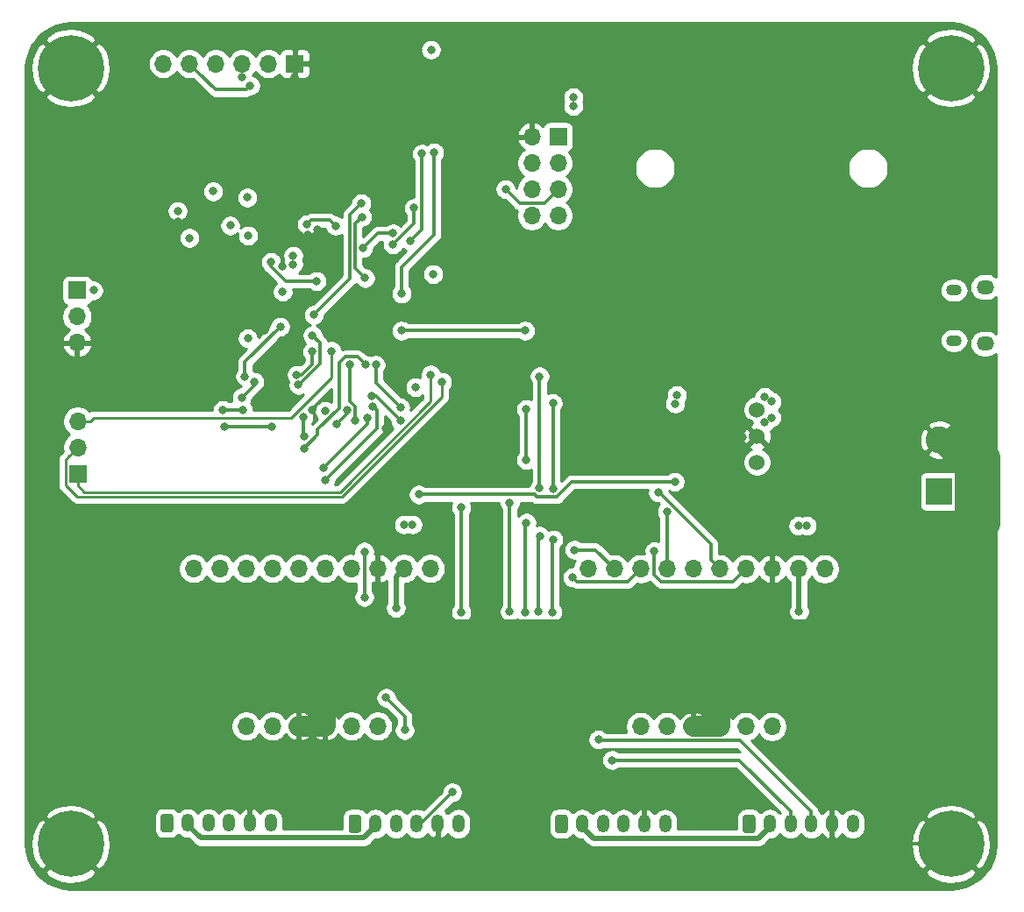
<source format=gbl>
G04 #@! TF.GenerationSoftware,KiCad,Pcbnew,5.1.5+dfsg1-2build2*
G04 #@! TF.CreationDate,2022-03-08T20:12:57-07:00*
G04 #@! TF.ProjectId,rtic_v2,72746963-5f76-4322-9e6b-696361645f70,rev?*
G04 #@! TF.SameCoordinates,Original*
G04 #@! TF.FileFunction,Copper,L4,Bot*
G04 #@! TF.FilePolarity,Positive*
%FSLAX46Y46*%
G04 Gerber Fmt 4.6, Leading zero omitted, Abs format (unit mm)*
G04 Created by KiCad (PCBNEW 5.1.5+dfsg1-2build2) date 2022-03-08 20:12:57*
%MOMM*%
%LPD*%
G04 APERTURE LIST*
%ADD10R,1.700000X1.700000*%
%ADD11O,1.700000X1.700000*%
%ADD12C,0.800000*%
%ADD13C,6.400000*%
%ADD14R,2.600000X2.600000*%
%ADD15C,2.600000*%
%ADD16O,1.500000X1.100000*%
%ADD17O,1.700000X1.350000*%
%ADD18O,1.200000X1.750000*%
%ADD19C,0.100000*%
%ADD20C,1.524000*%
%ADD21C,2.000000*%
%ADD22C,0.500000*%
%ADD23C,0.300000*%
%ADD24C,0.250000*%
%ADD25C,0.254000*%
G04 APERTURE END LIST*
D10*
X97072000Y-60636000D03*
D11*
X94532000Y-60636000D03*
X97072000Y-63176000D03*
X94532000Y-63176000D03*
X97072000Y-65716000D03*
X94532000Y-65716000D03*
X97072000Y-68256000D03*
X94532000Y-68256000D03*
X122811100Y-102405400D03*
X120271100Y-102405400D03*
X117731100Y-102405400D03*
X115191100Y-102405400D03*
X112651100Y-102405400D03*
X110111100Y-102405400D03*
X107571100Y-102405400D03*
X105031100Y-102405400D03*
X102491100Y-102405400D03*
X99951100Y-102405400D03*
X117731100Y-117645400D03*
X115191100Y-117645400D03*
X112651100Y-117645400D03*
X110111100Y-117645400D03*
X107571100Y-117645400D03*
X105031100Y-117645400D03*
X66943800Y-117607300D03*
X69483800Y-117607300D03*
X72023800Y-117607300D03*
X74563800Y-117607300D03*
X77103800Y-117607300D03*
X79643800Y-117607300D03*
X61863800Y-102367300D03*
X64403800Y-102367300D03*
X66943800Y-102367300D03*
X69483800Y-102367300D03*
X72023800Y-102367300D03*
X74563800Y-102367300D03*
X77103800Y-102367300D03*
X79643800Y-102367300D03*
X82183800Y-102367300D03*
X84723800Y-102367300D03*
D12*
X136697056Y-52302944D03*
X135000000Y-51600000D03*
X133302944Y-52302944D03*
X132600000Y-54000000D03*
X133302944Y-55697056D03*
X135000000Y-56400000D03*
X136697056Y-55697056D03*
X137400000Y-54000000D03*
D13*
X135000000Y-54000000D03*
X50000000Y-129000000D03*
D12*
X52400000Y-129000000D03*
X51697056Y-130697056D03*
X50000000Y-131400000D03*
X48302944Y-130697056D03*
X47600000Y-129000000D03*
X48302944Y-127302944D03*
X50000000Y-126600000D03*
X51697056Y-127302944D03*
X51697056Y-52302944D03*
X50000000Y-51600000D03*
X48302944Y-52302944D03*
X47600000Y-54000000D03*
X48302944Y-55697056D03*
X50000000Y-56400000D03*
X51697056Y-55697056D03*
X52400000Y-54000000D03*
D13*
X50000000Y-54000000D03*
X135000000Y-129000000D03*
D12*
X137400000Y-129000000D03*
X136697056Y-130697056D03*
X135000000Y-131400000D03*
X133302944Y-130697056D03*
X132600000Y-129000000D03*
X133302944Y-127302944D03*
X135000000Y-126600000D03*
X136697056Y-127302944D03*
D14*
X133894000Y-94932000D03*
D15*
X133894000Y-89932000D03*
D10*
X71636600Y-53584600D03*
D11*
X69096600Y-53584600D03*
X66556600Y-53584600D03*
X64016600Y-53584600D03*
X61476600Y-53584600D03*
X58936600Y-53584600D03*
D16*
X135301400Y-80324800D03*
X135301400Y-75484800D03*
D17*
X138301400Y-80634800D03*
X138301400Y-75174800D03*
D18*
X69298400Y-126967200D03*
X67298400Y-126967200D03*
X65298400Y-126967200D03*
X63298400Y-126967200D03*
X61298400Y-126967200D03*
G04 #@! TA.AperFunction,ComponentPad*
D19*
G36*
X59672905Y-126093404D02*
G01*
X59697173Y-126097004D01*
X59720972Y-126102965D01*
X59744071Y-126111230D01*
X59766250Y-126121720D01*
X59787293Y-126134332D01*
X59806999Y-126148947D01*
X59825177Y-126165423D01*
X59841653Y-126183601D01*
X59856268Y-126203307D01*
X59868880Y-126224350D01*
X59879370Y-126246529D01*
X59887635Y-126269628D01*
X59893596Y-126293427D01*
X59897196Y-126317695D01*
X59898400Y-126342199D01*
X59898400Y-127592201D01*
X59897196Y-127616705D01*
X59893596Y-127640973D01*
X59887635Y-127664772D01*
X59879370Y-127687871D01*
X59868880Y-127710050D01*
X59856268Y-127731093D01*
X59841653Y-127750799D01*
X59825177Y-127768977D01*
X59806999Y-127785453D01*
X59787293Y-127800068D01*
X59766250Y-127812680D01*
X59744071Y-127823170D01*
X59720972Y-127831435D01*
X59697173Y-127837396D01*
X59672905Y-127840996D01*
X59648401Y-127842200D01*
X58948399Y-127842200D01*
X58923895Y-127840996D01*
X58899627Y-127837396D01*
X58875828Y-127831435D01*
X58852729Y-127823170D01*
X58830550Y-127812680D01*
X58809507Y-127800068D01*
X58789801Y-127785453D01*
X58771623Y-127768977D01*
X58755147Y-127750799D01*
X58740532Y-127731093D01*
X58727920Y-127710050D01*
X58717430Y-127687871D01*
X58709165Y-127664772D01*
X58703204Y-127640973D01*
X58699604Y-127616705D01*
X58698400Y-127592201D01*
X58698400Y-126342199D01*
X58699604Y-126317695D01*
X58703204Y-126293427D01*
X58709165Y-126269628D01*
X58717430Y-126246529D01*
X58727920Y-126224350D01*
X58740532Y-126203307D01*
X58755147Y-126183601D01*
X58771623Y-126165423D01*
X58789801Y-126148947D01*
X58809507Y-126134332D01*
X58830550Y-126121720D01*
X58852729Y-126111230D01*
X58875828Y-126102965D01*
X58899627Y-126097004D01*
X58923895Y-126093404D01*
X58948399Y-126092200D01*
X59648401Y-126092200D01*
X59672905Y-126093404D01*
G37*
G04 #@! TD.AperFunction*
G04 #@! TA.AperFunction,ComponentPad*
G36*
X77808505Y-126156904D02*
G01*
X77832773Y-126160504D01*
X77856572Y-126166465D01*
X77879671Y-126174730D01*
X77901850Y-126185220D01*
X77922893Y-126197832D01*
X77942599Y-126212447D01*
X77960777Y-126228923D01*
X77977253Y-126247101D01*
X77991868Y-126266807D01*
X78004480Y-126287850D01*
X78014970Y-126310029D01*
X78023235Y-126333128D01*
X78029196Y-126356927D01*
X78032796Y-126381195D01*
X78034000Y-126405699D01*
X78034000Y-127655701D01*
X78032796Y-127680205D01*
X78029196Y-127704473D01*
X78023235Y-127728272D01*
X78014970Y-127751371D01*
X78004480Y-127773550D01*
X77991868Y-127794593D01*
X77977253Y-127814299D01*
X77960777Y-127832477D01*
X77942599Y-127848953D01*
X77922893Y-127863568D01*
X77901850Y-127876180D01*
X77879671Y-127886670D01*
X77856572Y-127894935D01*
X77832773Y-127900896D01*
X77808505Y-127904496D01*
X77784001Y-127905700D01*
X77083999Y-127905700D01*
X77059495Y-127904496D01*
X77035227Y-127900896D01*
X77011428Y-127894935D01*
X76988329Y-127886670D01*
X76966150Y-127876180D01*
X76945107Y-127863568D01*
X76925401Y-127848953D01*
X76907223Y-127832477D01*
X76890747Y-127814299D01*
X76876132Y-127794593D01*
X76863520Y-127773550D01*
X76853030Y-127751371D01*
X76844765Y-127728272D01*
X76838804Y-127704473D01*
X76835204Y-127680205D01*
X76834000Y-127655701D01*
X76834000Y-126405699D01*
X76835204Y-126381195D01*
X76838804Y-126356927D01*
X76844765Y-126333128D01*
X76853030Y-126310029D01*
X76863520Y-126287850D01*
X76876132Y-126266807D01*
X76890747Y-126247101D01*
X76907223Y-126228923D01*
X76925401Y-126212447D01*
X76945107Y-126197832D01*
X76966150Y-126185220D01*
X76988329Y-126174730D01*
X77011428Y-126166465D01*
X77035227Y-126160504D01*
X77059495Y-126156904D01*
X77083999Y-126155700D01*
X77784001Y-126155700D01*
X77808505Y-126156904D01*
G37*
G04 #@! TD.AperFunction*
D18*
X79434000Y-127030700D03*
X81434000Y-127030700D03*
X83434000Y-127030700D03*
X85434000Y-127030700D03*
X87434000Y-127030700D03*
G04 #@! TA.AperFunction,ComponentPad*
D19*
G36*
X97772905Y-126169604D02*
G01*
X97797173Y-126173204D01*
X97820972Y-126179165D01*
X97844071Y-126187430D01*
X97866250Y-126197920D01*
X97887293Y-126210532D01*
X97906999Y-126225147D01*
X97925177Y-126241623D01*
X97941653Y-126259801D01*
X97956268Y-126279507D01*
X97968880Y-126300550D01*
X97979370Y-126322729D01*
X97987635Y-126345828D01*
X97993596Y-126369627D01*
X97997196Y-126393895D01*
X97998400Y-126418399D01*
X97998400Y-127668401D01*
X97997196Y-127692905D01*
X97993596Y-127717173D01*
X97987635Y-127740972D01*
X97979370Y-127764071D01*
X97968880Y-127786250D01*
X97956268Y-127807293D01*
X97941653Y-127826999D01*
X97925177Y-127845177D01*
X97906999Y-127861653D01*
X97887293Y-127876268D01*
X97866250Y-127888880D01*
X97844071Y-127899370D01*
X97820972Y-127907635D01*
X97797173Y-127913596D01*
X97772905Y-127917196D01*
X97748401Y-127918400D01*
X97048399Y-127918400D01*
X97023895Y-127917196D01*
X96999627Y-127913596D01*
X96975828Y-127907635D01*
X96952729Y-127899370D01*
X96930550Y-127888880D01*
X96909507Y-127876268D01*
X96889801Y-127861653D01*
X96871623Y-127845177D01*
X96855147Y-127826999D01*
X96840532Y-127807293D01*
X96827920Y-127786250D01*
X96817430Y-127764071D01*
X96809165Y-127740972D01*
X96803204Y-127717173D01*
X96799604Y-127692905D01*
X96798400Y-127668401D01*
X96798400Y-126418399D01*
X96799604Y-126393895D01*
X96803204Y-126369627D01*
X96809165Y-126345828D01*
X96817430Y-126322729D01*
X96827920Y-126300550D01*
X96840532Y-126279507D01*
X96855147Y-126259801D01*
X96871623Y-126241623D01*
X96889801Y-126225147D01*
X96909507Y-126210532D01*
X96930550Y-126197920D01*
X96952729Y-126187430D01*
X96975828Y-126179165D01*
X96999627Y-126173204D01*
X97023895Y-126169604D01*
X97048399Y-126168400D01*
X97748401Y-126168400D01*
X97772905Y-126169604D01*
G37*
G04 #@! TD.AperFunction*
D18*
X99398400Y-127043400D03*
X101398400Y-127043400D03*
X103398400Y-127043400D03*
X105398400Y-127043400D03*
X107398400Y-127043400D03*
X125521300Y-127043400D03*
X123521300Y-127043400D03*
X121521300Y-127043400D03*
X119521300Y-127043400D03*
X117521300Y-127043400D03*
G04 #@! TA.AperFunction,ComponentPad*
D19*
G36*
X115895805Y-126169604D02*
G01*
X115920073Y-126173204D01*
X115943872Y-126179165D01*
X115966971Y-126187430D01*
X115989150Y-126197920D01*
X116010193Y-126210532D01*
X116029899Y-126225147D01*
X116048077Y-126241623D01*
X116064553Y-126259801D01*
X116079168Y-126279507D01*
X116091780Y-126300550D01*
X116102270Y-126322729D01*
X116110535Y-126345828D01*
X116116496Y-126369627D01*
X116120096Y-126393895D01*
X116121300Y-126418399D01*
X116121300Y-127668401D01*
X116120096Y-127692905D01*
X116116496Y-127717173D01*
X116110535Y-127740972D01*
X116102270Y-127764071D01*
X116091780Y-127786250D01*
X116079168Y-127807293D01*
X116064553Y-127826999D01*
X116048077Y-127845177D01*
X116029899Y-127861653D01*
X116010193Y-127876268D01*
X115989150Y-127888880D01*
X115966971Y-127899370D01*
X115943872Y-127907635D01*
X115920073Y-127913596D01*
X115895805Y-127917196D01*
X115871301Y-127918400D01*
X115171299Y-127918400D01*
X115146795Y-127917196D01*
X115122527Y-127913596D01*
X115098728Y-127907635D01*
X115075629Y-127899370D01*
X115053450Y-127888880D01*
X115032407Y-127876268D01*
X115012701Y-127861653D01*
X114994523Y-127845177D01*
X114978047Y-127826999D01*
X114963432Y-127807293D01*
X114950820Y-127786250D01*
X114940330Y-127764071D01*
X114932065Y-127740972D01*
X114926104Y-127717173D01*
X114922504Y-127692905D01*
X114921300Y-127668401D01*
X114921300Y-126418399D01*
X114922504Y-126393895D01*
X114926104Y-126369627D01*
X114932065Y-126345828D01*
X114940330Y-126322729D01*
X114950820Y-126300550D01*
X114963432Y-126279507D01*
X114978047Y-126259801D01*
X114994523Y-126241623D01*
X115012701Y-126225147D01*
X115032407Y-126210532D01*
X115053450Y-126197920D01*
X115075629Y-126187430D01*
X115098728Y-126179165D01*
X115122527Y-126173204D01*
X115146795Y-126169604D01*
X115171299Y-126168400D01*
X115871301Y-126168400D01*
X115895805Y-126169604D01*
G37*
G04 #@! TD.AperFunction*
D20*
X116281200Y-92100400D03*
X116281200Y-89560400D03*
X116281200Y-87020400D03*
D10*
X50622200Y-75488800D03*
D11*
X50622200Y-78028800D03*
X50622200Y-80568800D03*
D10*
X50673000Y-93218000D03*
D11*
X50673000Y-90678000D03*
X50673000Y-88138000D03*
D12*
X82260000Y-52232400D03*
X70427400Y-73158200D03*
X72078400Y-70084800D03*
X72891200Y-70110200D03*
X73805600Y-69576800D03*
X61512000Y-81245500D03*
X83229000Y-86163000D03*
X80460400Y-88830000D03*
X85769000Y-75647400D03*
X71654100Y-54844600D03*
X64750500Y-77336500D03*
X69449500Y-75050500D03*
X108053700Y-88393500D03*
X107228200Y-88393500D03*
X121194000Y-88074000D03*
X122019500Y-88074000D03*
X124143500Y-76241500D03*
X134113000Y-76622500D03*
X127861500Y-88899500D03*
X128687000Y-88899500D03*
X129512500Y-88899500D03*
X68751000Y-79368500D03*
X73284900Y-87090100D03*
X79720000Y-52232400D03*
X83530000Y-52232400D03*
X93109600Y-57715000D03*
X93109600Y-56876800D03*
X52197000Y-80568800D03*
X114932400Y-96460800D03*
X114909600Y-88874600D03*
X114909600Y-89712800D03*
X114909600Y-90551000D03*
X115595400Y-88315800D03*
X117729000Y-106781600D03*
X121462800Y-110159800D03*
X117932200Y-110134400D03*
X79629000Y-98145600D03*
X80441800Y-98171000D03*
X117729000Y-98501200D03*
X118541800Y-98501200D03*
X124434600Y-85445600D03*
X124434600Y-84632800D03*
X60960000Y-65913000D03*
X60325000Y-68834000D03*
X64516000Y-70866000D03*
X70231000Y-78994000D03*
X66827400Y-83794600D03*
X81959000Y-75812500D03*
X85090000Y-62179200D03*
X82804000Y-70708200D03*
X83921600Y-62280800D03*
X78435200Y-74295000D03*
X78125686Y-68383005D03*
X73482200Y-77851000D03*
X78069118Y-67081400D03*
X67335400Y-55702200D03*
X72811665Y-69113366D03*
X75569097Y-69247484D03*
X73736200Y-74599800D03*
X69342000Y-72745600D03*
X64820800Y-88696800D03*
X69418200Y-88620600D03*
X73355200Y-79832200D03*
X71991431Y-84630596D03*
X72567800Y-90754200D03*
X78460600Y-82677000D03*
X78689200Y-87833200D03*
X74447400Y-92633800D03*
X79146400Y-86690200D03*
X74599800Y-93802200D03*
X72491600Y-87757000D03*
X72542400Y-89560400D03*
X106375200Y-100685600D03*
X106730800Y-95021400D03*
X93878400Y-79375000D03*
X81940400Y-79375000D03*
X107594400Y-96875600D03*
X79092425Y-85691655D03*
X98475800Y-103225600D03*
X81864200Y-88061800D03*
X98653600Y-100558600D03*
X81838800Y-86817200D03*
X79460603Y-82677000D03*
X73329800Y-81407000D03*
X71832331Y-83643331D03*
X66624200Y-87020400D03*
X64693800Y-87071200D03*
X67716400Y-84340000D03*
X66522600Y-85840000D03*
X76969322Y-82672202D03*
X77495400Y-88036400D03*
X87731600Y-96460801D03*
X87731600Y-106603800D03*
X86842600Y-124002800D03*
X78359000Y-100736400D03*
X78359000Y-105130600D03*
X80467200Y-114858800D03*
X82257000Y-117983000D03*
X76720020Y-87045800D03*
X75705440Y-88373901D03*
X92405200Y-106527400D03*
X92405200Y-96062800D03*
X93929200Y-106578400D03*
X94015031Y-97932769D03*
X93983069Y-91868731D03*
X93980000Y-86969600D03*
X100965000Y-118897400D03*
X95199200Y-106553000D03*
X95297731Y-99215469D03*
X95275400Y-94589600D03*
X95275400Y-83794600D03*
X102285800Y-120878600D03*
X96520000Y-106578400D03*
X96596200Y-99568000D03*
X96596200Y-94691200D03*
X96570800Y-86385400D03*
X81127600Y-71043800D03*
X83159600Y-67531000D03*
X91998800Y-65709800D03*
X81120800Y-69983200D03*
X78220000Y-71399400D03*
X108344400Y-93980000D03*
X83607169Y-95208831D03*
X75184000Y-81343500D03*
X84772500Y-83629500D03*
X85852000Y-84328000D03*
X98545200Y-57664200D03*
X98545200Y-56826000D03*
X84800000Y-52232400D03*
X66510600Y-54908100D03*
X71481500Y-72955000D03*
X71481500Y-72129500D03*
X70465500Y-75622000D03*
X67100000Y-80130500D03*
X74554900Y-87153600D03*
X83292500Y-84829500D03*
X85007000Y-73907500D03*
X67118000Y-70200000D03*
X67054500Y-66517000D03*
X52197000Y-75488800D03*
X117678200Y-87782400D03*
X117703600Y-86233000D03*
X117017800Y-85801200D03*
X117017800Y-88239600D03*
X108534200Y-85623400D03*
X108381800Y-86436200D03*
X120269000Y-98247200D03*
X82194400Y-98120200D03*
X120345200Y-106527400D03*
X81407000Y-106172000D03*
X83007200Y-98120200D03*
X121081800Y-98247200D03*
X65405000Y-69215000D03*
X60325000Y-67818000D03*
X63754000Y-65913000D03*
X61468000Y-70421500D03*
D21*
X110111100Y-117645400D02*
X112651100Y-117645400D01*
X72023800Y-117607300D02*
X74563800Y-117607300D01*
X110111100Y-117645400D02*
X111449019Y-117645400D01*
X74563800Y-116405219D02*
X82638019Y-108331000D01*
X74563800Y-117607300D02*
X74563800Y-116405219D01*
X135193999Y-91231999D02*
X133894000Y-89932000D01*
X136394001Y-92432001D02*
X135193999Y-91231999D01*
X136394001Y-97192001D02*
X136394001Y-92432001D01*
X125255002Y-108331000D02*
X136394001Y-97192001D01*
X82638019Y-108331000D02*
X125255002Y-108331000D01*
X112651100Y-116443319D02*
X116928019Y-112166400D01*
X112651100Y-117645400D02*
X112651100Y-116443319D01*
X116928019Y-112166400D02*
X124739400Y-112166400D01*
X124739400Y-112166400D02*
X138760200Y-98145600D01*
X138760200Y-98145600D02*
X138760200Y-91516200D01*
X137176000Y-89932000D02*
X133894000Y-89932000D01*
X138760200Y-91516200D02*
X137176000Y-89932000D01*
D22*
X117729000Y-102407500D02*
X117731100Y-102405400D01*
X117729000Y-106781600D02*
X117729000Y-102407500D01*
X117957600Y-110159800D02*
X117932200Y-110134400D01*
X121462800Y-110159800D02*
X117957600Y-110159800D01*
D23*
X53199999Y-132199999D02*
X50000000Y-129000000D01*
X81439701Y-132199999D02*
X53199999Y-132199999D01*
X85434000Y-128205700D02*
X81439701Y-132199999D01*
X85434000Y-127030700D02*
X85434000Y-128205700D01*
X123521300Y-128218400D02*
X123521300Y-127043400D01*
X124302900Y-129000000D02*
X123521300Y-128218400D01*
X135000000Y-129000000D02*
X124302900Y-129000000D01*
X66827400Y-82397600D02*
X66827400Y-83794600D01*
X70231000Y-78994000D02*
X66827400Y-82397600D01*
X81959000Y-75812500D02*
X81959000Y-73235000D01*
X85090000Y-70104000D02*
X85090000Y-62179200D01*
X81959000Y-73235000D02*
X85090000Y-70104000D01*
X83921600Y-69590600D02*
X83921600Y-62280800D01*
X82804000Y-70708200D02*
X83921600Y-69590600D01*
X77469999Y-69038692D02*
X78125686Y-68383005D01*
X77469999Y-73329799D02*
X77469999Y-69038692D01*
X78435200Y-74295000D02*
X77469999Y-73329799D01*
X76969989Y-68180529D02*
X78069118Y-67081400D01*
X76969989Y-74363211D02*
X76969989Y-68180529D01*
X73482200Y-77851000D02*
X76969989Y-74363211D01*
X62326599Y-54434599D02*
X61476600Y-53584600D01*
X63994199Y-56102199D02*
X62326599Y-54434599D01*
X66935401Y-56102199D02*
X63994199Y-56102199D01*
X67335400Y-55702200D02*
X66935401Y-56102199D01*
X75034980Y-68713367D02*
X75569097Y-69247484D01*
X73211664Y-68713367D02*
X75034980Y-68713367D01*
X72811665Y-69113366D02*
X73211664Y-68713367D01*
X69342000Y-73182802D02*
X69342000Y-72745600D01*
X70758998Y-74599800D02*
X69342000Y-73182802D01*
X73736200Y-74599800D02*
X70758998Y-74599800D01*
X69342000Y-88696800D02*
X69418200Y-88620600D01*
X64820800Y-88696800D02*
X69342000Y-88696800D01*
X72032524Y-84630596D02*
X71991431Y-84630596D01*
X74079801Y-82583319D02*
X72032524Y-84630596D01*
X74079801Y-80556801D02*
X74079801Y-82583319D01*
X73355200Y-79832200D02*
X74079801Y-80556801D01*
X72567800Y-90754200D02*
X73863200Y-89458800D01*
X75970019Y-86848483D02*
X75970019Y-82500581D01*
X73863200Y-88955302D02*
X75970019Y-86848483D01*
X73863200Y-89458800D02*
X73863200Y-88955302D01*
X77705801Y-81922201D02*
X78460600Y-82677000D01*
X76548399Y-81922201D02*
X77705801Y-81922201D01*
X75970019Y-82500581D02*
X76548399Y-81922201D01*
X74454285Y-92633800D02*
X74447400Y-92633800D01*
X78689200Y-88398885D02*
X74454285Y-92633800D01*
X78689200Y-87833200D02*
X78689200Y-88398885D01*
X79546399Y-88855601D02*
X74599800Y-93802200D01*
X79546399Y-87090199D02*
X79546399Y-88855601D01*
X79146400Y-86690200D02*
X79546399Y-87090199D01*
X72491600Y-89509600D02*
X72542400Y-89560400D01*
X72491600Y-87757000D02*
X72491600Y-89509600D01*
X114341101Y-103255399D02*
X115191100Y-102405400D01*
X113991099Y-103605401D02*
X114341101Y-103255399D01*
X106995099Y-103605401D02*
X113991099Y-103605401D01*
X106371099Y-102981401D02*
X106995099Y-103605401D01*
X106371099Y-101255386D02*
X106371099Y-102981401D01*
X106375200Y-101251285D02*
X106371099Y-101255386D01*
X106375200Y-100685600D02*
X106375200Y-101251285D01*
X111801101Y-101555401D02*
X111801101Y-99972299D01*
X112651100Y-102405400D02*
X111801101Y-101555401D01*
X106850202Y-95021400D02*
X106730800Y-95021400D01*
X111801101Y-99972299D02*
X106850202Y-95021400D01*
X93878400Y-79375000D02*
X81940400Y-79375000D01*
X107571100Y-96898900D02*
X107594400Y-96875600D01*
X107571100Y-102405400D02*
X107571100Y-96898900D01*
X98855601Y-103605401D02*
X98475800Y-103225600D01*
X103831099Y-103605401D02*
X98855601Y-103605401D01*
X105031100Y-102405400D02*
X103831099Y-103605401D01*
X79494055Y-85691655D02*
X79092425Y-85691655D01*
X81864200Y-88061800D02*
X79494055Y-85691655D01*
X100644300Y-100558600D02*
X98653600Y-100558600D01*
X102491100Y-102405400D02*
X100644300Y-100558600D01*
X79460603Y-84439003D02*
X79460603Y-82677000D01*
X81838800Y-86817200D02*
X79460603Y-84439003D01*
X73329800Y-81407000D02*
X73329800Y-82626200D01*
X72312669Y-83643331D02*
X71832331Y-83643331D01*
X73329800Y-82626200D02*
X72312669Y-83643331D01*
X64744600Y-87020400D02*
X64693800Y-87071200D01*
X66624200Y-87020400D02*
X64744600Y-87020400D01*
X67716400Y-84646200D02*
X66522600Y-85840000D01*
X67716400Y-84340000D02*
X67716400Y-84646200D01*
X83434000Y-126755700D02*
X83434000Y-127030700D01*
X76969322Y-82672202D02*
X76969322Y-86185100D01*
X77470021Y-88011021D02*
X77495400Y-88036400D01*
X77470021Y-86685799D02*
X77470021Y-88011021D01*
X76969322Y-86185100D02*
X77470021Y-86685799D01*
X87731600Y-96460801D02*
X87731600Y-106603800D01*
X83814700Y-127030700D02*
X83434000Y-127030700D01*
X86842600Y-124002800D02*
X83814700Y-127030700D01*
X78359000Y-100736400D02*
X78359000Y-105130600D01*
X82257000Y-116648600D02*
X82257000Y-117983000D01*
X80467200Y-114858800D02*
X82257000Y-116648600D01*
X76720020Y-87359321D02*
X75705440Y-88373901D01*
X76720020Y-87045800D02*
X76720020Y-87359321D01*
X92405200Y-106527400D02*
X92405200Y-96062800D01*
X93929200Y-98018600D02*
X94015031Y-97932769D01*
X93929200Y-106578400D02*
X93929200Y-98018600D01*
X93983069Y-86972669D02*
X93980000Y-86969600D01*
X93983069Y-91868731D02*
X93983069Y-86972669D01*
X101063010Y-118995410D02*
X100965000Y-118897400D01*
X114648310Y-118995410D02*
X101063010Y-118995410D01*
X121521300Y-125868400D02*
X114648310Y-118995410D01*
X121521300Y-127043400D02*
X121521300Y-125868400D01*
X95199200Y-99314000D02*
X95297731Y-99215469D01*
X95199200Y-106553000D02*
X95199200Y-99314000D01*
X95275400Y-94589600D02*
X95275400Y-83794600D01*
X114531500Y-120878600D02*
X102285800Y-120878600D01*
X119521300Y-125868400D02*
X114531500Y-120878600D01*
X119521300Y-127043400D02*
X119521300Y-125868400D01*
X96520000Y-99644200D02*
X96596200Y-99568000D01*
X96520000Y-106578400D02*
X96520000Y-99644200D01*
X96596200Y-86410800D02*
X96570800Y-86385400D01*
X96596200Y-94691200D02*
X96596200Y-86410800D01*
X83159600Y-69011800D02*
X83159600Y-67531000D01*
X81127600Y-71043800D02*
X83159600Y-69011800D01*
X96222001Y-66565999D02*
X97072000Y-65716000D01*
X95732001Y-67055999D02*
X96222001Y-66565999D01*
X93344999Y-67055999D02*
X95732001Y-67055999D01*
X91998800Y-65709800D02*
X93344999Y-67055999D01*
X79636200Y-69983200D02*
X81400800Y-69983200D01*
X78220000Y-71399400D02*
X79636200Y-69983200D01*
X96956201Y-95441201D02*
X95016999Y-95441201D01*
X98417402Y-93980000D02*
X96956201Y-95441201D01*
X108344400Y-93980000D02*
X98417402Y-93980000D01*
X94784629Y-95208831D02*
X83607169Y-95208831D01*
X95016999Y-95441201D02*
X94784629Y-95208831D01*
D24*
X51875081Y-88138000D02*
X50673000Y-88138000D01*
X52216880Y-87796201D02*
X51875081Y-88138000D01*
X71315601Y-87796201D02*
X52216880Y-87796201D01*
X75184000Y-83927802D02*
X71315601Y-87796201D01*
X75184000Y-81343500D02*
X75184000Y-83927802D01*
X50673000Y-94318000D02*
X50673000Y-93218000D01*
X51332210Y-94977210D02*
X50673000Y-94318000D01*
X76021792Y-94977210D02*
X51332210Y-94977210D01*
X84772500Y-86226502D02*
X76021792Y-94977210D01*
X84772500Y-83629500D02*
X84772500Y-86226502D01*
X49497999Y-91853001D02*
X49823001Y-91527999D01*
X49823001Y-91527999D02*
X50673000Y-90678000D01*
X49497999Y-94328001D02*
X49497999Y-91853001D01*
X50597218Y-95427220D02*
X49497999Y-94328001D01*
X76208192Y-95427220D02*
X50597218Y-95427220D01*
X85852000Y-85783412D02*
X76208192Y-95427220D01*
X85852000Y-84328000D02*
X85852000Y-85783412D01*
D22*
X120677500Y-102811800D02*
X120271100Y-102405400D01*
X120345200Y-102479500D02*
X120271100Y-102405400D01*
X120345200Y-106527400D02*
X120345200Y-102479500D01*
X117521300Y-127318400D02*
X117521300Y-127043400D01*
X116421300Y-128418400D02*
X117521300Y-127318400D01*
X100498400Y-128418400D02*
X116421300Y-128418400D01*
X99398400Y-127318400D02*
X100498400Y-128418400D01*
X99398400Y-127043400D02*
X99398400Y-127318400D01*
X79434000Y-127305700D02*
X79434000Y-127030700D01*
X78334000Y-128405700D02*
X79434000Y-127305700D01*
X62543500Y-128405700D02*
X78334000Y-128405700D01*
X61298400Y-127160600D02*
X62543500Y-128405700D01*
X61298400Y-126967200D02*
X61298400Y-127160600D01*
X81407000Y-103144100D02*
X82183800Y-102367300D01*
X81407000Y-106172000D02*
X81407000Y-103144100D01*
D25*
G36*
X135768083Y-49731173D02*
G01*
X136511891Y-49934656D01*
X137207905Y-50266638D01*
X137834130Y-50716626D01*
X138370777Y-51270403D01*
X138800871Y-51910451D01*
X139110829Y-52616553D01*
X139292065Y-53371457D01*
X139340001Y-54024220D01*
X139340001Y-74188866D01*
X139207718Y-74080305D01*
X138980141Y-73958662D01*
X138733205Y-73883755D01*
X138540751Y-73864800D01*
X138062049Y-73864800D01*
X137869595Y-73883755D01*
X137622659Y-73958662D01*
X137395082Y-74080305D01*
X137195608Y-74244008D01*
X137031905Y-74443482D01*
X136910262Y-74671059D01*
X136835355Y-74917995D01*
X136810062Y-75174800D01*
X136835355Y-75431605D01*
X136910262Y-75678541D01*
X137031905Y-75906118D01*
X137195608Y-76105592D01*
X137395082Y-76269295D01*
X137622659Y-76390938D01*
X137869595Y-76465845D01*
X138062049Y-76484800D01*
X138540751Y-76484800D01*
X138733205Y-76465845D01*
X138980141Y-76390938D01*
X139207718Y-76269295D01*
X139340001Y-76160734D01*
X139340001Y-79648866D01*
X139207718Y-79540305D01*
X138980141Y-79418662D01*
X138733205Y-79343755D01*
X138540751Y-79324800D01*
X138062049Y-79324800D01*
X137869595Y-79343755D01*
X137622659Y-79418662D01*
X137395082Y-79540305D01*
X137195608Y-79704008D01*
X137031905Y-79903482D01*
X136910262Y-80131059D01*
X136835355Y-80377995D01*
X136810062Y-80634800D01*
X136835355Y-80891605D01*
X136910262Y-81138541D01*
X137031905Y-81366118D01*
X137195608Y-81565592D01*
X137395082Y-81729295D01*
X137622659Y-81850938D01*
X137869595Y-81925845D01*
X138062049Y-81944800D01*
X138540751Y-81944800D01*
X138733205Y-81925845D01*
X138980141Y-81850938D01*
X139207718Y-81729295D01*
X139340001Y-81620734D01*
X139340000Y-128970608D01*
X139268827Y-129768083D01*
X139065344Y-130511890D01*
X138733363Y-131207904D01*
X138283374Y-131834130D01*
X137729597Y-132370777D01*
X137089549Y-132800871D01*
X136383447Y-133110829D01*
X135628543Y-133292065D01*
X134975793Y-133340000D01*
X50029392Y-133340000D01*
X49231917Y-133268827D01*
X48488110Y-133065344D01*
X47792096Y-132733363D01*
X47165870Y-132283374D01*
X46629223Y-131729597D01*
X46609927Y-131700881D01*
X47478724Y-131700881D01*
X47838912Y-132190548D01*
X48502882Y-132550849D01*
X49224385Y-132774694D01*
X49975695Y-132853480D01*
X50727938Y-132784178D01*
X51452208Y-132569452D01*
X52120670Y-132217555D01*
X52161088Y-132190548D01*
X52521276Y-131700881D01*
X132478724Y-131700881D01*
X132838912Y-132190548D01*
X133502882Y-132550849D01*
X134224385Y-132774694D01*
X134975695Y-132853480D01*
X135727938Y-132784178D01*
X136452208Y-132569452D01*
X137120670Y-132217555D01*
X137161088Y-132190548D01*
X137521276Y-131700881D01*
X135000000Y-129179605D01*
X132478724Y-131700881D01*
X52521276Y-131700881D01*
X50000000Y-129179605D01*
X47478724Y-131700881D01*
X46609927Y-131700881D01*
X46199129Y-131089549D01*
X45889171Y-130383447D01*
X45707935Y-129628543D01*
X45660000Y-128975793D01*
X45660000Y-128975695D01*
X46146520Y-128975695D01*
X46215822Y-129727938D01*
X46430548Y-130452208D01*
X46782445Y-131120670D01*
X46809452Y-131161088D01*
X47299119Y-131521276D01*
X49820395Y-129000000D01*
X50179605Y-129000000D01*
X52700881Y-131521276D01*
X53190548Y-131161088D01*
X53550849Y-130497118D01*
X53774694Y-129775615D01*
X53853480Y-129024305D01*
X53784178Y-128272062D01*
X53569452Y-127547792D01*
X53217555Y-126879330D01*
X53190548Y-126838912D01*
X52700881Y-126478724D01*
X50179605Y-129000000D01*
X49820395Y-129000000D01*
X47299119Y-126478724D01*
X46809452Y-126838912D01*
X46449151Y-127502882D01*
X46225306Y-128224385D01*
X46146520Y-128975695D01*
X45660000Y-128975695D01*
X45660000Y-126299119D01*
X47478724Y-126299119D01*
X50000000Y-128820395D01*
X52478196Y-126342199D01*
X58060328Y-126342199D01*
X58060328Y-127592201D01*
X58077392Y-127765455D01*
X58127928Y-127932051D01*
X58209995Y-128085587D01*
X58320438Y-128220162D01*
X58455013Y-128330605D01*
X58608549Y-128412672D01*
X58775145Y-128463208D01*
X58948399Y-128480272D01*
X59648401Y-128480272D01*
X59821655Y-128463208D01*
X59988251Y-128412672D01*
X60141787Y-128330605D01*
X60276362Y-128220162D01*
X60386805Y-128085587D01*
X60389210Y-128081088D01*
X60420899Y-128119702D01*
X60608952Y-128274033D01*
X60823500Y-128388711D01*
X61056299Y-128459330D01*
X61298400Y-128483175D01*
X61363031Y-128476809D01*
X61886970Y-129000749D01*
X61914683Y-129034517D01*
X61948451Y-129062230D01*
X61948453Y-129062232D01*
X62015769Y-129117477D01*
X62049441Y-129145111D01*
X62203187Y-129227289D01*
X62370010Y-129277895D01*
X62500023Y-129290700D01*
X62500033Y-129290700D01*
X62543499Y-129294981D01*
X62586965Y-129290700D01*
X78290531Y-129290700D01*
X78334000Y-129294981D01*
X78377469Y-129290700D01*
X78377477Y-129290700D01*
X78507490Y-129277895D01*
X78674313Y-129227289D01*
X78828059Y-129145111D01*
X78962817Y-129034517D01*
X78990534Y-129000744D01*
X79445762Y-128545517D01*
X79676102Y-128522830D01*
X79908901Y-128452211D01*
X80123449Y-128337533D01*
X80311502Y-128183202D01*
X80434001Y-128033937D01*
X80556499Y-128183202D01*
X80744552Y-128337533D01*
X80959100Y-128452211D01*
X81191899Y-128522830D01*
X81434000Y-128546675D01*
X81676102Y-128522830D01*
X81908901Y-128452211D01*
X82123449Y-128337533D01*
X82311502Y-128183202D01*
X82434001Y-128033937D01*
X82556499Y-128183202D01*
X82744552Y-128337533D01*
X82959100Y-128452211D01*
X83191899Y-128522830D01*
X83434000Y-128546675D01*
X83676102Y-128522830D01*
X83908901Y-128452211D01*
X84123449Y-128337533D01*
X84311502Y-128183202D01*
X84434481Y-128033352D01*
X84477693Y-128097425D01*
X84650526Y-128268778D01*
X84853467Y-128403121D01*
X85078718Y-128495291D01*
X85116391Y-128499162D01*
X85307000Y-128374431D01*
X85307000Y-127157700D01*
X85287000Y-127157700D01*
X85287000Y-126903700D01*
X85307000Y-126903700D01*
X85307000Y-126883700D01*
X85561000Y-126883700D01*
X85561000Y-126903700D01*
X85581000Y-126903700D01*
X85581000Y-127157700D01*
X85561000Y-127157700D01*
X85561000Y-128374431D01*
X85751609Y-128499162D01*
X85789282Y-128495291D01*
X86014533Y-128403121D01*
X86217474Y-128268778D01*
X86390307Y-128097425D01*
X86433520Y-128033351D01*
X86556499Y-128183202D01*
X86744552Y-128337533D01*
X86959100Y-128452211D01*
X87191899Y-128522830D01*
X87434000Y-128546675D01*
X87676102Y-128522830D01*
X87908901Y-128452211D01*
X88123449Y-128337533D01*
X88311502Y-128183202D01*
X88465833Y-127995149D01*
X88580511Y-127780600D01*
X88651130Y-127547801D01*
X88669000Y-127366364D01*
X88669000Y-126695035D01*
X88651130Y-126513598D01*
X88622252Y-126418399D01*
X96160328Y-126418399D01*
X96160328Y-127668401D01*
X96177392Y-127841655D01*
X96227928Y-128008251D01*
X96309995Y-128161787D01*
X96420438Y-128296362D01*
X96555013Y-128406805D01*
X96708549Y-128488872D01*
X96875145Y-128539408D01*
X97048399Y-128556472D01*
X97748401Y-128556472D01*
X97921655Y-128539408D01*
X98088251Y-128488872D01*
X98241787Y-128406805D01*
X98376362Y-128296362D01*
X98486805Y-128161787D01*
X98489210Y-128157288D01*
X98520899Y-128195902D01*
X98708952Y-128350233D01*
X98923500Y-128464911D01*
X99156299Y-128535530D01*
X99386638Y-128558217D01*
X99841870Y-129013449D01*
X99869583Y-129047217D01*
X99903351Y-129074930D01*
X99903353Y-129074932D01*
X99955194Y-129117477D01*
X100004341Y-129157811D01*
X100158087Y-129239989D01*
X100274303Y-129275243D01*
X100324909Y-129290595D01*
X100339706Y-129292052D01*
X100454923Y-129303400D01*
X100454931Y-129303400D01*
X100498400Y-129307681D01*
X100541869Y-129303400D01*
X116377831Y-129303400D01*
X116421300Y-129307681D01*
X116464769Y-129303400D01*
X116464777Y-129303400D01*
X116594790Y-129290595D01*
X116761613Y-129239989D01*
X116915359Y-129157811D01*
X117050117Y-129047217D01*
X117077834Y-129013444D01*
X117115583Y-128975695D01*
X131146520Y-128975695D01*
X131215822Y-129727938D01*
X131430548Y-130452208D01*
X131782445Y-131120670D01*
X131809452Y-131161088D01*
X132299119Y-131521276D01*
X134820395Y-129000000D01*
X135179605Y-129000000D01*
X137700881Y-131521276D01*
X138190548Y-131161088D01*
X138550849Y-130497118D01*
X138774694Y-129775615D01*
X138853480Y-129024305D01*
X138784178Y-128272062D01*
X138569452Y-127547792D01*
X138217555Y-126879330D01*
X138190548Y-126838912D01*
X137700881Y-126478724D01*
X135179605Y-129000000D01*
X134820395Y-129000000D01*
X132299119Y-126478724D01*
X131809452Y-126838912D01*
X131449151Y-127502882D01*
X131225306Y-128224385D01*
X131146520Y-128975695D01*
X117115583Y-128975695D01*
X117533062Y-128558217D01*
X117763402Y-128535530D01*
X117996201Y-128464911D01*
X118210749Y-128350233D01*
X118398802Y-128195902D01*
X118521301Y-128046637D01*
X118643799Y-128195902D01*
X118831852Y-128350233D01*
X119046400Y-128464911D01*
X119279199Y-128535530D01*
X119521300Y-128559375D01*
X119763402Y-128535530D01*
X119996201Y-128464911D01*
X120210749Y-128350233D01*
X120398802Y-128195902D01*
X120521301Y-128046637D01*
X120643799Y-128195902D01*
X120831852Y-128350233D01*
X121046400Y-128464911D01*
X121279199Y-128535530D01*
X121521300Y-128559375D01*
X121763402Y-128535530D01*
X121996201Y-128464911D01*
X122210749Y-128350233D01*
X122398802Y-128195902D01*
X122521781Y-128046052D01*
X122564993Y-128110125D01*
X122737826Y-128281478D01*
X122940767Y-128415821D01*
X123166018Y-128507991D01*
X123203691Y-128511862D01*
X123394300Y-128387131D01*
X123394300Y-127170400D01*
X123374300Y-127170400D01*
X123374300Y-126916400D01*
X123394300Y-126916400D01*
X123394300Y-125699669D01*
X123648300Y-125699669D01*
X123648300Y-126916400D01*
X123668300Y-126916400D01*
X123668300Y-127170400D01*
X123648300Y-127170400D01*
X123648300Y-128387131D01*
X123838909Y-128511862D01*
X123876582Y-128507991D01*
X124101833Y-128415821D01*
X124304774Y-128281478D01*
X124477607Y-128110125D01*
X124520820Y-128046051D01*
X124643799Y-128195902D01*
X124831852Y-128350233D01*
X125046400Y-128464911D01*
X125279199Y-128535530D01*
X125521300Y-128559375D01*
X125763402Y-128535530D01*
X125996201Y-128464911D01*
X126210749Y-128350233D01*
X126398802Y-128195902D01*
X126553133Y-128007849D01*
X126667811Y-127793300D01*
X126738430Y-127560501D01*
X126756300Y-127379064D01*
X126756300Y-126707735D01*
X126738430Y-126526298D01*
X126669516Y-126299119D01*
X132478724Y-126299119D01*
X135000000Y-128820395D01*
X137521276Y-126299119D01*
X137161088Y-125809452D01*
X136497118Y-125449151D01*
X135775615Y-125225306D01*
X135024305Y-125146520D01*
X134272062Y-125215822D01*
X133547792Y-125430548D01*
X132879330Y-125782445D01*
X132838912Y-125809452D01*
X132478724Y-126299119D01*
X126669516Y-126299119D01*
X126667811Y-126293499D01*
X126553133Y-126078951D01*
X126398802Y-125890898D01*
X126210748Y-125736567D01*
X125996200Y-125621889D01*
X125763401Y-125551270D01*
X125521300Y-125527425D01*
X125279198Y-125551270D01*
X125046399Y-125621889D01*
X124831851Y-125736567D01*
X124643798Y-125890898D01*
X124520819Y-126040749D01*
X124477607Y-125976675D01*
X124304774Y-125805322D01*
X124101833Y-125670979D01*
X123876582Y-125578809D01*
X123838909Y-125574938D01*
X123648300Y-125699669D01*
X123394300Y-125699669D01*
X123203691Y-125574938D01*
X123166018Y-125578809D01*
X122940767Y-125670979D01*
X122737826Y-125805322D01*
X122564993Y-125976675D01*
X122521781Y-126040748D01*
X122398802Y-125890898D01*
X122304708Y-125813678D01*
X122301168Y-125777738D01*
X122294942Y-125714513D01*
X122250054Y-125566540D01*
X122233031Y-125534692D01*
X122177162Y-125430167D01*
X122079064Y-125310636D01*
X122049110Y-125286053D01*
X115774257Y-119011200D01*
X115894511Y-118961390D01*
X116137732Y-118798875D01*
X116344575Y-118592032D01*
X116461100Y-118417640D01*
X116577625Y-118592032D01*
X116784468Y-118798875D01*
X117027689Y-118961390D01*
X117297942Y-119073332D01*
X117584840Y-119130400D01*
X117877360Y-119130400D01*
X118164258Y-119073332D01*
X118434511Y-118961390D01*
X118677732Y-118798875D01*
X118884575Y-118592032D01*
X119047090Y-118348811D01*
X119159032Y-118078558D01*
X119216100Y-117791660D01*
X119216100Y-117499140D01*
X119159032Y-117212242D01*
X119047090Y-116941989D01*
X118884575Y-116698768D01*
X118677732Y-116491925D01*
X118434511Y-116329410D01*
X118164258Y-116217468D01*
X117877360Y-116160400D01*
X117584840Y-116160400D01*
X117297942Y-116217468D01*
X117027689Y-116329410D01*
X116784468Y-116491925D01*
X116577625Y-116698768D01*
X116461100Y-116873160D01*
X116344575Y-116698768D01*
X116137732Y-116491925D01*
X115894511Y-116329410D01*
X115624258Y-116217468D01*
X115337360Y-116160400D01*
X115044840Y-116160400D01*
X114757942Y-116217468D01*
X114487689Y-116329410D01*
X114244468Y-116491925D01*
X114037625Y-116698768D01*
X113915905Y-116880934D01*
X113846278Y-116764045D01*
X113651369Y-116547812D01*
X113418020Y-116373759D01*
X113155199Y-116248575D01*
X113007990Y-116203924D01*
X112778100Y-116325245D01*
X112778100Y-117518400D01*
X112798100Y-117518400D01*
X112798100Y-117772400D01*
X112778100Y-117772400D01*
X112778100Y-117792400D01*
X112524100Y-117792400D01*
X112524100Y-117772400D01*
X110238100Y-117772400D01*
X110238100Y-117792400D01*
X109984100Y-117792400D01*
X109984100Y-117772400D01*
X109964100Y-117772400D01*
X109964100Y-117518400D01*
X109984100Y-117518400D01*
X109984100Y-116325245D01*
X110238100Y-116325245D01*
X110238100Y-117518400D01*
X112524100Y-117518400D01*
X112524100Y-116325245D01*
X112294210Y-116203924D01*
X112147001Y-116248575D01*
X111884180Y-116373759D01*
X111650831Y-116547812D01*
X111455922Y-116764045D01*
X111381100Y-116889655D01*
X111306278Y-116764045D01*
X111111369Y-116547812D01*
X110878020Y-116373759D01*
X110615199Y-116248575D01*
X110467990Y-116203924D01*
X110238100Y-116325245D01*
X109984100Y-116325245D01*
X109754210Y-116203924D01*
X109607001Y-116248575D01*
X109344180Y-116373759D01*
X109110831Y-116547812D01*
X108915922Y-116764045D01*
X108846295Y-116880934D01*
X108724575Y-116698768D01*
X108517732Y-116491925D01*
X108274511Y-116329410D01*
X108004258Y-116217468D01*
X107717360Y-116160400D01*
X107424840Y-116160400D01*
X107137942Y-116217468D01*
X106867689Y-116329410D01*
X106624468Y-116491925D01*
X106417625Y-116698768D01*
X106301100Y-116873160D01*
X106184575Y-116698768D01*
X105977732Y-116491925D01*
X105734511Y-116329410D01*
X105464258Y-116217468D01*
X105177360Y-116160400D01*
X104884840Y-116160400D01*
X104597942Y-116217468D01*
X104327689Y-116329410D01*
X104084468Y-116491925D01*
X103877625Y-116698768D01*
X103715110Y-116941989D01*
X103603168Y-117212242D01*
X103546100Y-117499140D01*
X103546100Y-117791660D01*
X103603168Y-118078558D01*
X103657783Y-118210410D01*
X101741721Y-118210410D01*
X101624774Y-118093463D01*
X101455256Y-117980195D01*
X101266898Y-117902174D01*
X101066939Y-117862400D01*
X100863061Y-117862400D01*
X100663102Y-117902174D01*
X100474744Y-117980195D01*
X100305226Y-118093463D01*
X100161063Y-118237626D01*
X100047795Y-118407144D01*
X99969774Y-118595502D01*
X99930000Y-118795461D01*
X99930000Y-118999339D01*
X99969774Y-119199298D01*
X100047795Y-119387656D01*
X100161063Y-119557174D01*
X100305226Y-119701337D01*
X100474744Y-119814605D01*
X100663102Y-119892626D01*
X100863061Y-119932400D01*
X101066939Y-119932400D01*
X101266898Y-119892626D01*
X101455256Y-119814605D01*
X101506433Y-119780410D01*
X114323153Y-119780410D01*
X114643585Y-120100842D01*
X114570061Y-120093600D01*
X114570053Y-120093600D01*
X114531500Y-120089803D01*
X114492947Y-120093600D01*
X102964511Y-120093600D01*
X102945574Y-120074663D01*
X102776056Y-119961395D01*
X102587698Y-119883374D01*
X102387739Y-119843600D01*
X102183861Y-119843600D01*
X101983902Y-119883374D01*
X101795544Y-119961395D01*
X101626026Y-120074663D01*
X101481863Y-120218826D01*
X101368595Y-120388344D01*
X101290574Y-120576702D01*
X101250800Y-120776661D01*
X101250800Y-120980539D01*
X101290574Y-121180498D01*
X101368595Y-121368856D01*
X101481863Y-121538374D01*
X101626026Y-121682537D01*
X101795544Y-121795805D01*
X101983902Y-121873826D01*
X102183861Y-121913600D01*
X102387739Y-121913600D01*
X102587698Y-121873826D01*
X102776056Y-121795805D01*
X102945574Y-121682537D01*
X102964511Y-121663600D01*
X114206343Y-121663600D01*
X118549069Y-126006326D01*
X118521300Y-126040163D01*
X118398802Y-125890898D01*
X118210748Y-125736567D01*
X117996200Y-125621889D01*
X117763401Y-125551270D01*
X117521300Y-125527425D01*
X117279198Y-125551270D01*
X117046399Y-125621889D01*
X116831851Y-125736567D01*
X116643798Y-125890898D01*
X116612109Y-125929511D01*
X116609705Y-125925013D01*
X116499262Y-125790438D01*
X116364687Y-125679995D01*
X116211151Y-125597928D01*
X116044555Y-125547392D01*
X115871301Y-125530328D01*
X115171299Y-125530328D01*
X114998045Y-125547392D01*
X114831449Y-125597928D01*
X114677913Y-125679995D01*
X114543338Y-125790438D01*
X114432895Y-125925013D01*
X114350828Y-126078549D01*
X114300292Y-126245145D01*
X114283228Y-126418399D01*
X114283228Y-127533400D01*
X108618199Y-127533400D01*
X108633400Y-127379064D01*
X108633400Y-126707735D01*
X108615530Y-126526298D01*
X108544911Y-126293499D01*
X108430233Y-126078951D01*
X108275902Y-125890898D01*
X108087848Y-125736567D01*
X107873300Y-125621889D01*
X107640501Y-125551270D01*
X107398400Y-125527425D01*
X107156298Y-125551270D01*
X106923499Y-125621889D01*
X106708951Y-125736567D01*
X106520898Y-125890898D01*
X106397919Y-126040749D01*
X106354707Y-125976675D01*
X106181874Y-125805322D01*
X105978933Y-125670979D01*
X105753682Y-125578809D01*
X105716009Y-125574938D01*
X105525400Y-125699669D01*
X105525400Y-126916400D01*
X105545400Y-126916400D01*
X105545400Y-127170400D01*
X105525400Y-127170400D01*
X105525400Y-127190400D01*
X105271400Y-127190400D01*
X105271400Y-127170400D01*
X105251400Y-127170400D01*
X105251400Y-126916400D01*
X105271400Y-126916400D01*
X105271400Y-125699669D01*
X105080791Y-125574938D01*
X105043118Y-125578809D01*
X104817867Y-125670979D01*
X104614926Y-125805322D01*
X104442093Y-125976675D01*
X104398881Y-126040748D01*
X104275902Y-125890898D01*
X104087848Y-125736567D01*
X103873300Y-125621889D01*
X103640501Y-125551270D01*
X103398400Y-125527425D01*
X103156298Y-125551270D01*
X102923499Y-125621889D01*
X102708951Y-125736567D01*
X102520898Y-125890898D01*
X102398400Y-126040163D01*
X102275902Y-125890898D01*
X102087848Y-125736567D01*
X101873300Y-125621889D01*
X101640501Y-125551270D01*
X101398400Y-125527425D01*
X101156298Y-125551270D01*
X100923499Y-125621889D01*
X100708951Y-125736567D01*
X100520898Y-125890898D01*
X100398400Y-126040163D01*
X100275902Y-125890898D01*
X100087848Y-125736567D01*
X99873300Y-125621889D01*
X99640501Y-125551270D01*
X99398400Y-125527425D01*
X99156298Y-125551270D01*
X98923499Y-125621889D01*
X98708951Y-125736567D01*
X98520898Y-125890898D01*
X98489209Y-125929511D01*
X98486805Y-125925013D01*
X98376362Y-125790438D01*
X98241787Y-125679995D01*
X98088251Y-125597928D01*
X97921655Y-125547392D01*
X97748401Y-125530328D01*
X97048399Y-125530328D01*
X96875145Y-125547392D01*
X96708549Y-125597928D01*
X96555013Y-125679995D01*
X96420438Y-125790438D01*
X96309995Y-125925013D01*
X96227928Y-126078549D01*
X96177392Y-126245145D01*
X96160328Y-126418399D01*
X88622252Y-126418399D01*
X88580511Y-126280799D01*
X88465833Y-126066251D01*
X88311502Y-125878198D01*
X88123448Y-125723867D01*
X87908900Y-125609189D01*
X87676101Y-125538570D01*
X87434000Y-125514725D01*
X87191898Y-125538570D01*
X86959099Y-125609189D01*
X86744551Y-125723867D01*
X86556498Y-125878198D01*
X86433519Y-126028049D01*
X86390307Y-125963975D01*
X86217474Y-125792622D01*
X86184659Y-125770899D01*
X86917758Y-125037800D01*
X86944539Y-125037800D01*
X87144498Y-124998026D01*
X87332856Y-124920005D01*
X87502374Y-124806737D01*
X87646537Y-124662574D01*
X87759805Y-124493056D01*
X87837826Y-124304698D01*
X87877600Y-124104739D01*
X87877600Y-123900861D01*
X87837826Y-123700902D01*
X87759805Y-123512544D01*
X87646537Y-123343026D01*
X87502374Y-123198863D01*
X87332856Y-123085595D01*
X87144498Y-123007574D01*
X86944539Y-122967800D01*
X86740661Y-122967800D01*
X86540702Y-123007574D01*
X86352344Y-123085595D01*
X86182826Y-123198863D01*
X86038663Y-123343026D01*
X85925395Y-123512544D01*
X85847374Y-123700902D01*
X85807600Y-123900861D01*
X85807600Y-123927642D01*
X84050413Y-125684829D01*
X83908900Y-125609189D01*
X83676101Y-125538570D01*
X83434000Y-125514725D01*
X83191898Y-125538570D01*
X82959099Y-125609189D01*
X82744551Y-125723867D01*
X82556498Y-125878198D01*
X82434000Y-126027463D01*
X82311502Y-125878198D01*
X82123448Y-125723867D01*
X81908900Y-125609189D01*
X81676101Y-125538570D01*
X81434000Y-125514725D01*
X81191898Y-125538570D01*
X80959099Y-125609189D01*
X80744551Y-125723867D01*
X80556498Y-125878198D01*
X80434000Y-126027463D01*
X80311502Y-125878198D01*
X80123448Y-125723867D01*
X79908900Y-125609189D01*
X79676101Y-125538570D01*
X79434000Y-125514725D01*
X79191898Y-125538570D01*
X78959099Y-125609189D01*
X78744551Y-125723867D01*
X78556498Y-125878198D01*
X78524809Y-125916811D01*
X78522405Y-125912313D01*
X78411962Y-125777738D01*
X78277387Y-125667295D01*
X78123851Y-125585228D01*
X77957255Y-125534692D01*
X77784001Y-125517628D01*
X77083999Y-125517628D01*
X76910745Y-125534692D01*
X76744149Y-125585228D01*
X76590613Y-125667295D01*
X76456038Y-125777738D01*
X76345595Y-125912313D01*
X76263528Y-126065849D01*
X76212992Y-126232445D01*
X76195928Y-126405699D01*
X76195928Y-127520700D01*
X70504488Y-127520700D01*
X70515530Y-127484301D01*
X70533400Y-127302864D01*
X70533400Y-126631535D01*
X70515530Y-126450098D01*
X70444911Y-126217299D01*
X70330233Y-126002751D01*
X70175902Y-125814698D01*
X69987848Y-125660367D01*
X69773300Y-125545689D01*
X69540501Y-125475070D01*
X69298400Y-125451225D01*
X69056298Y-125475070D01*
X68823499Y-125545689D01*
X68608951Y-125660367D01*
X68420898Y-125814698D01*
X68297919Y-125964549D01*
X68254707Y-125900475D01*
X68081874Y-125729122D01*
X67878933Y-125594779D01*
X67653682Y-125502609D01*
X67616009Y-125498738D01*
X67425400Y-125623469D01*
X67425400Y-126840200D01*
X67445400Y-126840200D01*
X67445400Y-127094200D01*
X67425400Y-127094200D01*
X67425400Y-127114200D01*
X67171400Y-127114200D01*
X67171400Y-127094200D01*
X67151400Y-127094200D01*
X67151400Y-126840200D01*
X67171400Y-126840200D01*
X67171400Y-125623469D01*
X66980791Y-125498738D01*
X66943118Y-125502609D01*
X66717867Y-125594779D01*
X66514926Y-125729122D01*
X66342093Y-125900475D01*
X66298881Y-125964548D01*
X66175902Y-125814698D01*
X65987848Y-125660367D01*
X65773300Y-125545689D01*
X65540501Y-125475070D01*
X65298400Y-125451225D01*
X65056298Y-125475070D01*
X64823499Y-125545689D01*
X64608951Y-125660367D01*
X64420898Y-125814698D01*
X64298400Y-125963963D01*
X64175902Y-125814698D01*
X63987848Y-125660367D01*
X63773300Y-125545689D01*
X63540501Y-125475070D01*
X63298400Y-125451225D01*
X63056298Y-125475070D01*
X62823499Y-125545689D01*
X62608951Y-125660367D01*
X62420898Y-125814698D01*
X62298400Y-125963963D01*
X62175902Y-125814698D01*
X61987848Y-125660367D01*
X61773300Y-125545689D01*
X61540501Y-125475070D01*
X61298400Y-125451225D01*
X61056298Y-125475070D01*
X60823499Y-125545689D01*
X60608951Y-125660367D01*
X60420898Y-125814698D01*
X60389209Y-125853311D01*
X60386805Y-125848813D01*
X60276362Y-125714238D01*
X60141787Y-125603795D01*
X59988251Y-125521728D01*
X59821655Y-125471192D01*
X59648401Y-125454128D01*
X58948399Y-125454128D01*
X58775145Y-125471192D01*
X58608549Y-125521728D01*
X58455013Y-125603795D01*
X58320438Y-125714238D01*
X58209995Y-125848813D01*
X58127928Y-126002349D01*
X58077392Y-126168945D01*
X58060328Y-126342199D01*
X52478196Y-126342199D01*
X52521276Y-126299119D01*
X52161088Y-125809452D01*
X51497118Y-125449151D01*
X50775615Y-125225306D01*
X50024305Y-125146520D01*
X49272062Y-125215822D01*
X48547792Y-125430548D01*
X47879330Y-125782445D01*
X47838912Y-125809452D01*
X47478724Y-126299119D01*
X45660000Y-126299119D01*
X45660000Y-117461040D01*
X65458800Y-117461040D01*
X65458800Y-117753560D01*
X65515868Y-118040458D01*
X65627810Y-118310711D01*
X65790325Y-118553932D01*
X65997168Y-118760775D01*
X66240389Y-118923290D01*
X66510642Y-119035232D01*
X66797540Y-119092300D01*
X67090060Y-119092300D01*
X67376958Y-119035232D01*
X67647211Y-118923290D01*
X67890432Y-118760775D01*
X68097275Y-118553932D01*
X68213800Y-118379540D01*
X68330325Y-118553932D01*
X68537168Y-118760775D01*
X68780389Y-118923290D01*
X69050642Y-119035232D01*
X69337540Y-119092300D01*
X69630060Y-119092300D01*
X69916958Y-119035232D01*
X70187211Y-118923290D01*
X70430432Y-118760775D01*
X70637275Y-118553932D01*
X70758995Y-118371766D01*
X70828622Y-118488655D01*
X71023531Y-118704888D01*
X71256880Y-118878941D01*
X71519701Y-119004125D01*
X71666910Y-119048776D01*
X71896800Y-118927455D01*
X71896800Y-117734300D01*
X72150800Y-117734300D01*
X72150800Y-118927455D01*
X72380690Y-119048776D01*
X72527899Y-119004125D01*
X72790720Y-118878941D01*
X73024069Y-118704888D01*
X73218978Y-118488655D01*
X73293800Y-118363045D01*
X73368622Y-118488655D01*
X73563531Y-118704888D01*
X73796880Y-118878941D01*
X74059701Y-119004125D01*
X74206910Y-119048776D01*
X74436800Y-118927455D01*
X74436800Y-117734300D01*
X72150800Y-117734300D01*
X71896800Y-117734300D01*
X71876800Y-117734300D01*
X71876800Y-117480300D01*
X71896800Y-117480300D01*
X71896800Y-116287145D01*
X72150800Y-116287145D01*
X72150800Y-117480300D01*
X74436800Y-117480300D01*
X74436800Y-116287145D01*
X74690800Y-116287145D01*
X74690800Y-117480300D01*
X74710800Y-117480300D01*
X74710800Y-117734300D01*
X74690800Y-117734300D01*
X74690800Y-118927455D01*
X74920690Y-119048776D01*
X75067899Y-119004125D01*
X75330720Y-118878941D01*
X75564069Y-118704888D01*
X75758978Y-118488655D01*
X75828605Y-118371766D01*
X75950325Y-118553932D01*
X76157168Y-118760775D01*
X76400389Y-118923290D01*
X76670642Y-119035232D01*
X76957540Y-119092300D01*
X77250060Y-119092300D01*
X77536958Y-119035232D01*
X77807211Y-118923290D01*
X78050432Y-118760775D01*
X78257275Y-118553932D01*
X78373800Y-118379540D01*
X78490325Y-118553932D01*
X78697168Y-118760775D01*
X78940389Y-118923290D01*
X79210642Y-119035232D01*
X79497540Y-119092300D01*
X79790060Y-119092300D01*
X80076958Y-119035232D01*
X80347211Y-118923290D01*
X80590432Y-118760775D01*
X80797275Y-118553932D01*
X80959790Y-118310711D01*
X81071732Y-118040458D01*
X81128800Y-117753560D01*
X81128800Y-117461040D01*
X81071732Y-117174142D01*
X80959790Y-116903889D01*
X80797275Y-116660668D01*
X80590432Y-116453825D01*
X80347211Y-116291310D01*
X80076958Y-116179368D01*
X79790060Y-116122300D01*
X79497540Y-116122300D01*
X79210642Y-116179368D01*
X78940389Y-116291310D01*
X78697168Y-116453825D01*
X78490325Y-116660668D01*
X78373800Y-116835060D01*
X78257275Y-116660668D01*
X78050432Y-116453825D01*
X77807211Y-116291310D01*
X77536958Y-116179368D01*
X77250060Y-116122300D01*
X76957540Y-116122300D01*
X76670642Y-116179368D01*
X76400389Y-116291310D01*
X76157168Y-116453825D01*
X75950325Y-116660668D01*
X75828605Y-116842834D01*
X75758978Y-116725945D01*
X75564069Y-116509712D01*
X75330720Y-116335659D01*
X75067899Y-116210475D01*
X74920690Y-116165824D01*
X74690800Y-116287145D01*
X74436800Y-116287145D01*
X74206910Y-116165824D01*
X74059701Y-116210475D01*
X73796880Y-116335659D01*
X73563531Y-116509712D01*
X73368622Y-116725945D01*
X73293800Y-116851555D01*
X73218978Y-116725945D01*
X73024069Y-116509712D01*
X72790720Y-116335659D01*
X72527899Y-116210475D01*
X72380690Y-116165824D01*
X72150800Y-116287145D01*
X71896800Y-116287145D01*
X71666910Y-116165824D01*
X71519701Y-116210475D01*
X71256880Y-116335659D01*
X71023531Y-116509712D01*
X70828622Y-116725945D01*
X70758995Y-116842834D01*
X70637275Y-116660668D01*
X70430432Y-116453825D01*
X70187211Y-116291310D01*
X69916958Y-116179368D01*
X69630060Y-116122300D01*
X69337540Y-116122300D01*
X69050642Y-116179368D01*
X68780389Y-116291310D01*
X68537168Y-116453825D01*
X68330325Y-116660668D01*
X68213800Y-116835060D01*
X68097275Y-116660668D01*
X67890432Y-116453825D01*
X67647211Y-116291310D01*
X67376958Y-116179368D01*
X67090060Y-116122300D01*
X66797540Y-116122300D01*
X66510642Y-116179368D01*
X66240389Y-116291310D01*
X65997168Y-116453825D01*
X65790325Y-116660668D01*
X65627810Y-116903889D01*
X65515868Y-117174142D01*
X65458800Y-117461040D01*
X45660000Y-117461040D01*
X45660000Y-114756861D01*
X79432200Y-114756861D01*
X79432200Y-114960739D01*
X79471974Y-115160698D01*
X79549995Y-115349056D01*
X79663263Y-115518574D01*
X79807426Y-115662737D01*
X79976944Y-115776005D01*
X80165302Y-115854026D01*
X80365261Y-115893800D01*
X80392043Y-115893800D01*
X81472000Y-116973758D01*
X81472000Y-117304289D01*
X81453063Y-117323226D01*
X81339795Y-117492744D01*
X81261774Y-117681102D01*
X81222000Y-117881061D01*
X81222000Y-118084939D01*
X81261774Y-118284898D01*
X81339795Y-118473256D01*
X81453063Y-118642774D01*
X81597226Y-118786937D01*
X81766744Y-118900205D01*
X81955102Y-118978226D01*
X82155061Y-119018000D01*
X82358939Y-119018000D01*
X82558898Y-118978226D01*
X82747256Y-118900205D01*
X82916774Y-118786937D01*
X83060937Y-118642774D01*
X83174205Y-118473256D01*
X83252226Y-118284898D01*
X83292000Y-118084939D01*
X83292000Y-117881061D01*
X83252226Y-117681102D01*
X83174205Y-117492744D01*
X83060937Y-117323226D01*
X83042000Y-117304289D01*
X83042000Y-116687152D01*
X83045797Y-116648599D01*
X83042000Y-116610046D01*
X83042000Y-116610039D01*
X83030641Y-116494713D01*
X83029796Y-116491925D01*
X83018238Y-116453825D01*
X82985754Y-116346740D01*
X82912862Y-116210367D01*
X82863450Y-116150159D01*
X82839345Y-116120787D01*
X82839342Y-116120784D01*
X82814764Y-116090836D01*
X82784817Y-116066259D01*
X81502200Y-114783643D01*
X81502200Y-114756861D01*
X81462426Y-114556902D01*
X81384405Y-114368544D01*
X81271137Y-114199026D01*
X81126974Y-114054863D01*
X80957456Y-113941595D01*
X80769098Y-113863574D01*
X80569139Y-113823800D01*
X80365261Y-113823800D01*
X80165302Y-113863574D01*
X79976944Y-113941595D01*
X79807426Y-114054863D01*
X79663263Y-114199026D01*
X79549995Y-114368544D01*
X79471974Y-114556902D01*
X79432200Y-114756861D01*
X45660000Y-114756861D01*
X45660000Y-102221040D01*
X60378800Y-102221040D01*
X60378800Y-102513560D01*
X60435868Y-102800458D01*
X60547810Y-103070711D01*
X60710325Y-103313932D01*
X60917168Y-103520775D01*
X61160389Y-103683290D01*
X61430642Y-103795232D01*
X61717540Y-103852300D01*
X62010060Y-103852300D01*
X62296958Y-103795232D01*
X62567211Y-103683290D01*
X62810432Y-103520775D01*
X63017275Y-103313932D01*
X63133800Y-103139540D01*
X63250325Y-103313932D01*
X63457168Y-103520775D01*
X63700389Y-103683290D01*
X63970642Y-103795232D01*
X64257540Y-103852300D01*
X64550060Y-103852300D01*
X64836958Y-103795232D01*
X65107211Y-103683290D01*
X65350432Y-103520775D01*
X65557275Y-103313932D01*
X65673800Y-103139540D01*
X65790325Y-103313932D01*
X65997168Y-103520775D01*
X66240389Y-103683290D01*
X66510642Y-103795232D01*
X66797540Y-103852300D01*
X67090060Y-103852300D01*
X67376958Y-103795232D01*
X67647211Y-103683290D01*
X67890432Y-103520775D01*
X68097275Y-103313932D01*
X68213800Y-103139540D01*
X68330325Y-103313932D01*
X68537168Y-103520775D01*
X68780389Y-103683290D01*
X69050642Y-103795232D01*
X69337540Y-103852300D01*
X69630060Y-103852300D01*
X69916958Y-103795232D01*
X70187211Y-103683290D01*
X70430432Y-103520775D01*
X70637275Y-103313932D01*
X70753800Y-103139540D01*
X70870325Y-103313932D01*
X71077168Y-103520775D01*
X71320389Y-103683290D01*
X71590642Y-103795232D01*
X71877540Y-103852300D01*
X72170060Y-103852300D01*
X72456958Y-103795232D01*
X72727211Y-103683290D01*
X72970432Y-103520775D01*
X73177275Y-103313932D01*
X73293800Y-103139540D01*
X73410325Y-103313932D01*
X73617168Y-103520775D01*
X73860389Y-103683290D01*
X74130642Y-103795232D01*
X74417540Y-103852300D01*
X74710060Y-103852300D01*
X74996958Y-103795232D01*
X75267211Y-103683290D01*
X75510432Y-103520775D01*
X75717275Y-103313932D01*
X75833800Y-103139540D01*
X75950325Y-103313932D01*
X76157168Y-103520775D01*
X76400389Y-103683290D01*
X76670642Y-103795232D01*
X76957540Y-103852300D01*
X77250060Y-103852300D01*
X77536958Y-103795232D01*
X77574001Y-103779888D01*
X77574001Y-104451888D01*
X77555063Y-104470826D01*
X77441795Y-104640344D01*
X77363774Y-104828702D01*
X77324000Y-105028661D01*
X77324000Y-105232539D01*
X77363774Y-105432498D01*
X77441795Y-105620856D01*
X77555063Y-105790374D01*
X77699226Y-105934537D01*
X77868744Y-106047805D01*
X78057102Y-106125826D01*
X78257061Y-106165600D01*
X78460939Y-106165600D01*
X78660898Y-106125826D01*
X78849256Y-106047805D01*
X79018774Y-105934537D01*
X79162937Y-105790374D01*
X79276205Y-105620856D01*
X79354226Y-105432498D01*
X79394000Y-105232539D01*
X79394000Y-105028661D01*
X79354226Y-104828702D01*
X79276205Y-104640344D01*
X79162937Y-104470826D01*
X79144000Y-104451889D01*
X79144000Y-103765429D01*
X79286910Y-103808776D01*
X79516800Y-103687455D01*
X79516800Y-102494300D01*
X79496800Y-102494300D01*
X79496800Y-102240300D01*
X79516800Y-102240300D01*
X79516800Y-101047145D01*
X79770800Y-101047145D01*
X79770800Y-102240300D01*
X79790800Y-102240300D01*
X79790800Y-102494300D01*
X79770800Y-102494300D01*
X79770800Y-103687455D01*
X80000690Y-103808776D01*
X80147899Y-103764125D01*
X80410720Y-103638941D01*
X80522001Y-103555938D01*
X80522000Y-105633545D01*
X80489795Y-105681744D01*
X80411774Y-105870102D01*
X80372000Y-106070061D01*
X80372000Y-106273939D01*
X80411774Y-106473898D01*
X80489795Y-106662256D01*
X80603063Y-106831774D01*
X80747226Y-106975937D01*
X80916744Y-107089205D01*
X81105102Y-107167226D01*
X81305061Y-107207000D01*
X81508939Y-107207000D01*
X81708898Y-107167226D01*
X81897256Y-107089205D01*
X82066774Y-106975937D01*
X82210937Y-106831774D01*
X82324205Y-106662256D01*
X82402226Y-106473898D01*
X82442000Y-106273939D01*
X82442000Y-106070061D01*
X82402226Y-105870102D01*
X82324205Y-105681744D01*
X82292000Y-105633546D01*
X82292000Y-103852300D01*
X82330060Y-103852300D01*
X82616958Y-103795232D01*
X82887211Y-103683290D01*
X83130432Y-103520775D01*
X83337275Y-103313932D01*
X83453800Y-103139540D01*
X83570325Y-103313932D01*
X83777168Y-103520775D01*
X84020389Y-103683290D01*
X84290642Y-103795232D01*
X84577540Y-103852300D01*
X84870060Y-103852300D01*
X85156958Y-103795232D01*
X85427211Y-103683290D01*
X85670432Y-103520775D01*
X85877275Y-103313932D01*
X86039790Y-103070711D01*
X86151732Y-102800458D01*
X86208800Y-102513560D01*
X86208800Y-102221040D01*
X86151732Y-101934142D01*
X86039790Y-101663889D01*
X85877275Y-101420668D01*
X85670432Y-101213825D01*
X85427211Y-101051310D01*
X85156958Y-100939368D01*
X84870060Y-100882300D01*
X84577540Y-100882300D01*
X84290642Y-100939368D01*
X84020389Y-101051310D01*
X83777168Y-101213825D01*
X83570325Y-101420668D01*
X83453800Y-101595060D01*
X83337275Y-101420668D01*
X83130432Y-101213825D01*
X82887211Y-101051310D01*
X82616958Y-100939368D01*
X82330060Y-100882300D01*
X82037540Y-100882300D01*
X81750642Y-100939368D01*
X81480389Y-101051310D01*
X81237168Y-101213825D01*
X81030325Y-101420668D01*
X80908605Y-101602834D01*
X80838978Y-101485945D01*
X80644069Y-101269712D01*
X80410720Y-101095659D01*
X80147899Y-100970475D01*
X80000690Y-100925824D01*
X79770800Y-101047145D01*
X79516800Y-101047145D01*
X79368078Y-100968659D01*
X79394000Y-100838339D01*
X79394000Y-100634461D01*
X79354226Y-100434502D01*
X79276205Y-100246144D01*
X79162937Y-100076626D01*
X79018774Y-99932463D01*
X78849256Y-99819195D01*
X78660898Y-99741174D01*
X78460939Y-99701400D01*
X78257061Y-99701400D01*
X78057102Y-99741174D01*
X77868744Y-99819195D01*
X77699226Y-99932463D01*
X77555063Y-100076626D01*
X77441795Y-100246144D01*
X77363774Y-100434502D01*
X77324000Y-100634461D01*
X77324000Y-100838339D01*
X77336151Y-100899425D01*
X77250060Y-100882300D01*
X76957540Y-100882300D01*
X76670642Y-100939368D01*
X76400389Y-101051310D01*
X76157168Y-101213825D01*
X75950325Y-101420668D01*
X75833800Y-101595060D01*
X75717275Y-101420668D01*
X75510432Y-101213825D01*
X75267211Y-101051310D01*
X74996958Y-100939368D01*
X74710060Y-100882300D01*
X74417540Y-100882300D01*
X74130642Y-100939368D01*
X73860389Y-101051310D01*
X73617168Y-101213825D01*
X73410325Y-101420668D01*
X73293800Y-101595060D01*
X73177275Y-101420668D01*
X72970432Y-101213825D01*
X72727211Y-101051310D01*
X72456958Y-100939368D01*
X72170060Y-100882300D01*
X71877540Y-100882300D01*
X71590642Y-100939368D01*
X71320389Y-101051310D01*
X71077168Y-101213825D01*
X70870325Y-101420668D01*
X70753800Y-101595060D01*
X70637275Y-101420668D01*
X70430432Y-101213825D01*
X70187211Y-101051310D01*
X69916958Y-100939368D01*
X69630060Y-100882300D01*
X69337540Y-100882300D01*
X69050642Y-100939368D01*
X68780389Y-101051310D01*
X68537168Y-101213825D01*
X68330325Y-101420668D01*
X68213800Y-101595060D01*
X68097275Y-101420668D01*
X67890432Y-101213825D01*
X67647211Y-101051310D01*
X67376958Y-100939368D01*
X67090060Y-100882300D01*
X66797540Y-100882300D01*
X66510642Y-100939368D01*
X66240389Y-101051310D01*
X65997168Y-101213825D01*
X65790325Y-101420668D01*
X65673800Y-101595060D01*
X65557275Y-101420668D01*
X65350432Y-101213825D01*
X65107211Y-101051310D01*
X64836958Y-100939368D01*
X64550060Y-100882300D01*
X64257540Y-100882300D01*
X63970642Y-100939368D01*
X63700389Y-101051310D01*
X63457168Y-101213825D01*
X63250325Y-101420668D01*
X63133800Y-101595060D01*
X63017275Y-101420668D01*
X62810432Y-101213825D01*
X62567211Y-101051310D01*
X62296958Y-100939368D01*
X62010060Y-100882300D01*
X61717540Y-100882300D01*
X61430642Y-100939368D01*
X61160389Y-101051310D01*
X60917168Y-101213825D01*
X60710325Y-101420668D01*
X60547810Y-101663889D01*
X60435868Y-101934142D01*
X60378800Y-102221040D01*
X45660000Y-102221040D01*
X45660000Y-98018261D01*
X81159400Y-98018261D01*
X81159400Y-98222139D01*
X81199174Y-98422098D01*
X81277195Y-98610456D01*
X81390463Y-98779974D01*
X81534626Y-98924137D01*
X81704144Y-99037405D01*
X81892502Y-99115426D01*
X82092461Y-99155200D01*
X82296339Y-99155200D01*
X82496298Y-99115426D01*
X82600800Y-99072140D01*
X82705302Y-99115426D01*
X82905261Y-99155200D01*
X83109139Y-99155200D01*
X83309098Y-99115426D01*
X83497456Y-99037405D01*
X83666974Y-98924137D01*
X83811137Y-98779974D01*
X83924405Y-98610456D01*
X84002426Y-98422098D01*
X84042200Y-98222139D01*
X84042200Y-98018261D01*
X84002426Y-97818302D01*
X83924405Y-97629944D01*
X83811137Y-97460426D01*
X83666974Y-97316263D01*
X83497456Y-97202995D01*
X83309098Y-97124974D01*
X83109139Y-97085200D01*
X82905261Y-97085200D01*
X82705302Y-97124974D01*
X82600800Y-97168260D01*
X82496298Y-97124974D01*
X82296339Y-97085200D01*
X82092461Y-97085200D01*
X81892502Y-97124974D01*
X81704144Y-97202995D01*
X81534626Y-97316263D01*
X81390463Y-97460426D01*
X81277195Y-97629944D01*
X81199174Y-97818302D01*
X81159400Y-98018261D01*
X45660000Y-98018261D01*
X45660000Y-91853001D01*
X48734323Y-91853001D01*
X48738000Y-91890333D01*
X48737999Y-94290678D01*
X48734323Y-94328001D01*
X48737999Y-94365323D01*
X48737999Y-94365333D01*
X48748996Y-94476986D01*
X48788173Y-94606137D01*
X48792453Y-94620247D01*
X48863025Y-94752277D01*
X48873467Y-94765000D01*
X48957998Y-94868002D01*
X48987001Y-94891804D01*
X50033423Y-95938228D01*
X50057217Y-95967221D01*
X50086210Y-95991015D01*
X50086214Y-95991019D01*
X50156903Y-96049031D01*
X50172942Y-96062194D01*
X50304971Y-96132766D01*
X50448232Y-96176223D01*
X50559885Y-96187220D01*
X50559894Y-96187220D01*
X50597217Y-96190896D01*
X50634540Y-96187220D01*
X76170870Y-96187220D01*
X76208192Y-96190896D01*
X76245514Y-96187220D01*
X76245525Y-96187220D01*
X76357178Y-96176223D01*
X76500439Y-96132766D01*
X76632468Y-96062194D01*
X76748193Y-95967221D01*
X76771996Y-95938217D01*
X77603321Y-95106892D01*
X82572169Y-95106892D01*
X82572169Y-95310770D01*
X82611943Y-95510729D01*
X82689964Y-95699087D01*
X82803232Y-95868605D01*
X82947395Y-96012768D01*
X83116913Y-96126036D01*
X83305271Y-96204057D01*
X83505230Y-96243831D01*
X83709108Y-96243831D01*
X83909067Y-96204057D01*
X84097425Y-96126036D01*
X84266943Y-96012768D01*
X84285880Y-95993831D01*
X86804750Y-95993831D01*
X86736374Y-96158903D01*
X86696600Y-96358862D01*
X86696600Y-96562740D01*
X86736374Y-96762699D01*
X86814395Y-96951057D01*
X86927663Y-97120575D01*
X86946600Y-97139512D01*
X86946601Y-105925088D01*
X86927663Y-105944026D01*
X86814395Y-106113544D01*
X86736374Y-106301902D01*
X86696600Y-106501861D01*
X86696600Y-106705739D01*
X86736374Y-106905698D01*
X86814395Y-107094056D01*
X86927663Y-107263574D01*
X87071826Y-107407737D01*
X87241344Y-107521005D01*
X87429702Y-107599026D01*
X87629661Y-107638800D01*
X87833539Y-107638800D01*
X88033498Y-107599026D01*
X88221856Y-107521005D01*
X88391374Y-107407737D01*
X88535537Y-107263574D01*
X88648805Y-107094056D01*
X88726826Y-106905698D01*
X88766600Y-106705739D01*
X88766600Y-106501861D01*
X88726826Y-106301902D01*
X88648805Y-106113544D01*
X88535537Y-105944026D01*
X88516600Y-105925089D01*
X88516600Y-97139512D01*
X88535537Y-97120575D01*
X88648805Y-96951057D01*
X88726826Y-96762699D01*
X88766600Y-96562740D01*
X88766600Y-96358862D01*
X88726826Y-96158903D01*
X88658450Y-95993831D01*
X91370200Y-95993831D01*
X91370200Y-96164739D01*
X91409974Y-96364698D01*
X91487995Y-96553056D01*
X91601263Y-96722574D01*
X91620201Y-96741512D01*
X91620200Y-105848689D01*
X91601263Y-105867626D01*
X91487995Y-106037144D01*
X91409974Y-106225502D01*
X91370200Y-106425461D01*
X91370200Y-106629339D01*
X91409974Y-106829298D01*
X91487995Y-107017656D01*
X91601263Y-107187174D01*
X91745426Y-107331337D01*
X91914944Y-107444605D01*
X92103302Y-107522626D01*
X92303261Y-107562400D01*
X92507139Y-107562400D01*
X92707098Y-107522626D01*
X92895456Y-107444605D01*
X93064974Y-107331337D01*
X93141700Y-107254611D01*
X93269426Y-107382337D01*
X93438944Y-107495605D01*
X93627302Y-107573626D01*
X93827261Y-107613400D01*
X94031139Y-107613400D01*
X94231098Y-107573626D01*
X94419456Y-107495605D01*
X94583207Y-107386190D01*
X94708944Y-107470205D01*
X94897302Y-107548226D01*
X95097261Y-107588000D01*
X95301139Y-107588000D01*
X95501098Y-107548226D01*
X95689456Y-107470205D01*
X95844498Y-107366609D01*
X95860226Y-107382337D01*
X96029744Y-107495605D01*
X96218102Y-107573626D01*
X96418061Y-107613400D01*
X96621939Y-107613400D01*
X96821898Y-107573626D01*
X97010256Y-107495605D01*
X97179774Y-107382337D01*
X97323937Y-107238174D01*
X97437205Y-107068656D01*
X97515226Y-106880298D01*
X97555000Y-106680339D01*
X97555000Y-106476461D01*
X97515226Y-106276502D01*
X97437205Y-106088144D01*
X97323937Y-105918626D01*
X97305000Y-105899689D01*
X97305000Y-100322911D01*
X97400137Y-100227774D01*
X97513405Y-100058256D01*
X97591426Y-99869898D01*
X97631200Y-99669939D01*
X97631200Y-99466061D01*
X97591426Y-99266102D01*
X97513405Y-99077744D01*
X97400137Y-98908226D01*
X97255974Y-98764063D01*
X97086456Y-98650795D01*
X96898098Y-98572774D01*
X96698139Y-98533000D01*
X96494261Y-98533000D01*
X96294302Y-98572774D01*
X96152364Y-98631567D01*
X96101668Y-98555695D01*
X95957505Y-98411532D01*
X95787987Y-98298264D01*
X95599629Y-98220243D01*
X95399670Y-98180469D01*
X95195792Y-98180469D01*
X95013838Y-98216662D01*
X95050031Y-98034708D01*
X95050031Y-97830830D01*
X95010257Y-97630871D01*
X94932236Y-97442513D01*
X94818968Y-97272995D01*
X94674805Y-97128832D01*
X94505287Y-97015564D01*
X94316929Y-96937543D01*
X94116970Y-96897769D01*
X93913092Y-96897769D01*
X93713133Y-96937543D01*
X93524775Y-97015564D01*
X93355257Y-97128832D01*
X93211094Y-97272995D01*
X93190200Y-97304265D01*
X93190200Y-96741511D01*
X93209137Y-96722574D01*
X93322405Y-96553056D01*
X93400426Y-96364698D01*
X93440200Y-96164739D01*
X93440200Y-95993831D01*
X94455022Y-95993831D01*
X94459235Y-95998965D01*
X94578766Y-96097063D01*
X94715139Y-96169955D01*
X94735799Y-96176222D01*
X94863112Y-96214843D01*
X94938025Y-96222221D01*
X94978438Y-96226201D01*
X94978443Y-96226201D01*
X95016999Y-96229998D01*
X95055555Y-96226201D01*
X96917648Y-96226201D01*
X96956201Y-96229998D01*
X96994754Y-96226201D01*
X96994762Y-96226201D01*
X97110088Y-96214842D01*
X97258061Y-96169955D01*
X97394434Y-96097063D01*
X97513965Y-95998965D01*
X97538548Y-95969011D01*
X98742560Y-94765000D01*
X105726524Y-94765000D01*
X105695800Y-94919461D01*
X105695800Y-95123339D01*
X105735574Y-95323298D01*
X105813595Y-95511656D01*
X105926863Y-95681174D01*
X106071026Y-95825337D01*
X106240544Y-95938605D01*
X106428902Y-96016626D01*
X106628861Y-96056400D01*
X106775045Y-96056400D01*
X106862467Y-96143822D01*
X106790463Y-96215826D01*
X106677195Y-96385344D01*
X106599174Y-96573702D01*
X106559400Y-96773661D01*
X106559400Y-96977539D01*
X106599174Y-97177498D01*
X106677195Y-97365856D01*
X106786101Y-97528846D01*
X106786100Y-99735525D01*
X106677098Y-99690374D01*
X106477139Y-99650600D01*
X106273261Y-99650600D01*
X106073302Y-99690374D01*
X105884944Y-99768395D01*
X105715426Y-99881663D01*
X105571263Y-100025826D01*
X105457995Y-100195344D01*
X105379974Y-100383702D01*
X105340200Y-100583661D01*
X105340200Y-100787539D01*
X105374425Y-100959599D01*
X105177360Y-100920400D01*
X104884840Y-100920400D01*
X104597942Y-100977468D01*
X104327689Y-101089410D01*
X104084468Y-101251925D01*
X103877625Y-101458768D01*
X103761100Y-101633160D01*
X103644575Y-101458768D01*
X103437732Y-101251925D01*
X103194511Y-101089410D01*
X102924258Y-100977468D01*
X102637360Y-100920400D01*
X102344840Y-100920400D01*
X102154182Y-100958325D01*
X101226647Y-100030790D01*
X101202064Y-100000836D01*
X101082533Y-99902738D01*
X100946160Y-99829846D01*
X100798187Y-99784959D01*
X100682861Y-99773600D01*
X100682853Y-99773600D01*
X100644300Y-99769803D01*
X100605747Y-99773600D01*
X99332311Y-99773600D01*
X99313374Y-99754663D01*
X99143856Y-99641395D01*
X98955498Y-99563374D01*
X98755539Y-99523600D01*
X98551661Y-99523600D01*
X98351702Y-99563374D01*
X98163344Y-99641395D01*
X97993826Y-99754663D01*
X97849663Y-99898826D01*
X97736395Y-100068344D01*
X97658374Y-100256702D01*
X97618600Y-100456661D01*
X97618600Y-100660539D01*
X97658374Y-100860498D01*
X97736395Y-101048856D01*
X97849663Y-101218374D01*
X97993826Y-101362537D01*
X98163344Y-101475805D01*
X98351702Y-101553826D01*
X98551661Y-101593600D01*
X98707533Y-101593600D01*
X98635110Y-101701989D01*
X98523168Y-101972242D01*
X98479734Y-102190600D01*
X98373861Y-102190600D01*
X98173902Y-102230374D01*
X97985544Y-102308395D01*
X97816026Y-102421663D01*
X97671863Y-102565826D01*
X97558595Y-102735344D01*
X97480574Y-102923702D01*
X97440800Y-103123661D01*
X97440800Y-103327539D01*
X97480574Y-103527498D01*
X97558595Y-103715856D01*
X97671863Y-103885374D01*
X97816026Y-104029537D01*
X97985544Y-104142805D01*
X98173902Y-104220826D01*
X98373861Y-104260600D01*
X98416560Y-104260600D01*
X98417368Y-104261263D01*
X98553739Y-104334154D01*
X98553741Y-104334155D01*
X98701714Y-104379043D01*
X98776627Y-104386421D01*
X98817040Y-104390401D01*
X98817045Y-104390401D01*
X98855601Y-104394198D01*
X98894157Y-104390401D01*
X103792546Y-104390401D01*
X103831099Y-104394198D01*
X103869652Y-104390401D01*
X103869660Y-104390401D01*
X103984986Y-104379042D01*
X104132959Y-104334155D01*
X104269332Y-104261263D01*
X104388863Y-104163165D01*
X104413446Y-104133211D01*
X104694182Y-103852475D01*
X104884840Y-103890400D01*
X105177360Y-103890400D01*
X105464258Y-103833332D01*
X105734511Y-103721390D01*
X105894218Y-103614677D01*
X106412756Y-104133216D01*
X106437335Y-104163165D01*
X106467283Y-104187743D01*
X106467286Y-104187746D01*
X106496658Y-104211851D01*
X106556866Y-104261263D01*
X106693239Y-104334155D01*
X106806771Y-104368595D01*
X106841211Y-104379042D01*
X106855589Y-104380458D01*
X106956538Y-104390401D01*
X106956545Y-104390401D01*
X106995098Y-104394198D01*
X107033651Y-104390401D01*
X113952546Y-104390401D01*
X113991099Y-104394198D01*
X114029652Y-104390401D01*
X114029660Y-104390401D01*
X114144986Y-104379042D01*
X114292959Y-104334155D01*
X114429332Y-104261263D01*
X114548863Y-104163165D01*
X114573446Y-104133210D01*
X114854181Y-103852475D01*
X115044840Y-103890400D01*
X115337360Y-103890400D01*
X115624258Y-103833332D01*
X115894511Y-103721390D01*
X116137732Y-103558875D01*
X116344575Y-103352032D01*
X116466295Y-103169866D01*
X116535922Y-103286755D01*
X116730831Y-103502988D01*
X116964180Y-103677041D01*
X117227001Y-103802225D01*
X117374210Y-103846876D01*
X117604100Y-103725555D01*
X117604100Y-102532400D01*
X117584100Y-102532400D01*
X117584100Y-102278400D01*
X117604100Y-102278400D01*
X117604100Y-101085245D01*
X117858100Y-101085245D01*
X117858100Y-102278400D01*
X117878100Y-102278400D01*
X117878100Y-102532400D01*
X117858100Y-102532400D01*
X117858100Y-103725555D01*
X118087990Y-103846876D01*
X118235199Y-103802225D01*
X118498020Y-103677041D01*
X118731369Y-103502988D01*
X118926278Y-103286755D01*
X118995905Y-103169866D01*
X119117625Y-103352032D01*
X119324468Y-103558875D01*
X119460201Y-103649569D01*
X119460200Y-105988945D01*
X119427995Y-106037144D01*
X119349974Y-106225502D01*
X119310200Y-106425461D01*
X119310200Y-106629339D01*
X119349974Y-106829298D01*
X119427995Y-107017656D01*
X119541263Y-107187174D01*
X119685426Y-107331337D01*
X119854944Y-107444605D01*
X120043302Y-107522626D01*
X120243261Y-107562400D01*
X120447139Y-107562400D01*
X120647098Y-107522626D01*
X120835456Y-107444605D01*
X121004974Y-107331337D01*
X121149137Y-107187174D01*
X121262405Y-107017656D01*
X121340426Y-106829298D01*
X121380200Y-106629339D01*
X121380200Y-106425461D01*
X121340426Y-106225502D01*
X121262405Y-106037144D01*
X121230200Y-105988946D01*
X121230200Y-103546407D01*
X121424575Y-103352032D01*
X121541100Y-103177640D01*
X121657625Y-103352032D01*
X121864468Y-103558875D01*
X122107689Y-103721390D01*
X122377942Y-103833332D01*
X122664840Y-103890400D01*
X122957360Y-103890400D01*
X123244258Y-103833332D01*
X123514511Y-103721390D01*
X123757732Y-103558875D01*
X123964575Y-103352032D01*
X124127090Y-103108811D01*
X124239032Y-102838558D01*
X124296100Y-102551660D01*
X124296100Y-102259140D01*
X124239032Y-101972242D01*
X124127090Y-101701989D01*
X123964575Y-101458768D01*
X123757732Y-101251925D01*
X123514511Y-101089410D01*
X123244258Y-100977468D01*
X122957360Y-100920400D01*
X122664840Y-100920400D01*
X122377942Y-100977468D01*
X122107689Y-101089410D01*
X121864468Y-101251925D01*
X121657625Y-101458768D01*
X121541100Y-101633160D01*
X121424575Y-101458768D01*
X121217732Y-101251925D01*
X120974511Y-101089410D01*
X120704258Y-100977468D01*
X120417360Y-100920400D01*
X120124840Y-100920400D01*
X119837942Y-100977468D01*
X119567689Y-101089410D01*
X119324468Y-101251925D01*
X119117625Y-101458768D01*
X118995905Y-101640934D01*
X118926278Y-101524045D01*
X118731369Y-101307812D01*
X118498020Y-101133759D01*
X118235199Y-101008575D01*
X118087990Y-100963924D01*
X117858100Y-101085245D01*
X117604100Y-101085245D01*
X117374210Y-100963924D01*
X117227001Y-101008575D01*
X116964180Y-101133759D01*
X116730831Y-101307812D01*
X116535922Y-101524045D01*
X116466295Y-101640934D01*
X116344575Y-101458768D01*
X116137732Y-101251925D01*
X115894511Y-101089410D01*
X115624258Y-100977468D01*
X115337360Y-100920400D01*
X115044840Y-100920400D01*
X114757942Y-100977468D01*
X114487689Y-101089410D01*
X114244468Y-101251925D01*
X114037625Y-101458768D01*
X113921100Y-101633160D01*
X113804575Y-101458768D01*
X113597732Y-101251925D01*
X113354511Y-101089410D01*
X113084258Y-100977468D01*
X112797360Y-100920400D01*
X112586101Y-100920400D01*
X112586101Y-100010855D01*
X112589898Y-99972299D01*
X112586101Y-99933743D01*
X112586101Y-99933738D01*
X112579813Y-99869898D01*
X112574743Y-99818412D01*
X112529855Y-99670439D01*
X112514331Y-99641395D01*
X112456963Y-99534066D01*
X112358865Y-99414535D01*
X112328911Y-99389952D01*
X111084220Y-98145261D01*
X119234000Y-98145261D01*
X119234000Y-98349139D01*
X119273774Y-98549098D01*
X119351795Y-98737456D01*
X119465063Y-98906974D01*
X119609226Y-99051137D01*
X119778744Y-99164405D01*
X119967102Y-99242426D01*
X120167061Y-99282200D01*
X120370939Y-99282200D01*
X120570898Y-99242426D01*
X120675400Y-99199140D01*
X120779902Y-99242426D01*
X120979861Y-99282200D01*
X121183739Y-99282200D01*
X121383698Y-99242426D01*
X121572056Y-99164405D01*
X121741574Y-99051137D01*
X121885737Y-98906974D01*
X121999005Y-98737456D01*
X122077026Y-98549098D01*
X122116800Y-98349139D01*
X122116800Y-98145261D01*
X122077026Y-97945302D01*
X121999005Y-97756944D01*
X121885737Y-97587426D01*
X121741574Y-97443263D01*
X121572056Y-97329995D01*
X121383698Y-97251974D01*
X121183739Y-97212200D01*
X120979861Y-97212200D01*
X120779902Y-97251974D01*
X120675400Y-97295260D01*
X120570898Y-97251974D01*
X120370939Y-97212200D01*
X120167061Y-97212200D01*
X119967102Y-97251974D01*
X119778744Y-97329995D01*
X119609226Y-97443263D01*
X119465063Y-97587426D01*
X119351795Y-97756944D01*
X119273774Y-97945302D01*
X119234000Y-98145261D01*
X111084220Y-98145261D01*
X107799959Y-94861000D01*
X107854144Y-94897205D01*
X108042502Y-94975226D01*
X108242461Y-95015000D01*
X108446339Y-95015000D01*
X108646298Y-94975226D01*
X108834656Y-94897205D01*
X109004174Y-94783937D01*
X109148337Y-94639774D01*
X109261605Y-94470256D01*
X109339626Y-94281898D01*
X109379400Y-94081939D01*
X109379400Y-93878061D01*
X109339626Y-93678102D01*
X109320530Y-93632000D01*
X131955928Y-93632000D01*
X131955928Y-96232000D01*
X131968188Y-96356482D01*
X132004498Y-96476180D01*
X132063463Y-96586494D01*
X132142815Y-96683185D01*
X132239506Y-96762537D01*
X132349820Y-96821502D01*
X132469518Y-96857812D01*
X132594000Y-96870072D01*
X135194000Y-96870072D01*
X135318482Y-96857812D01*
X135438180Y-96821502D01*
X135548494Y-96762537D01*
X135645185Y-96683185D01*
X135724537Y-96586494D01*
X135783502Y-96476180D01*
X135819812Y-96356482D01*
X135832072Y-96232000D01*
X135832072Y-93632000D01*
X135819812Y-93507518D01*
X135783502Y-93387820D01*
X135724537Y-93277506D01*
X135645185Y-93180815D01*
X135548494Y-93101463D01*
X135438180Y-93042498D01*
X135318482Y-93006188D01*
X135194000Y-92993928D01*
X132594000Y-92993928D01*
X132469518Y-93006188D01*
X132349820Y-93042498D01*
X132239506Y-93101463D01*
X132142815Y-93180815D01*
X132063463Y-93277506D01*
X132004498Y-93387820D01*
X131968188Y-93507518D01*
X131955928Y-93632000D01*
X109320530Y-93632000D01*
X109261605Y-93489744D01*
X109148337Y-93320226D01*
X109004174Y-93176063D01*
X108834656Y-93062795D01*
X108646298Y-92984774D01*
X108446339Y-92945000D01*
X108242461Y-92945000D01*
X108042502Y-92984774D01*
X107854144Y-93062795D01*
X107684626Y-93176063D01*
X107665689Y-93195000D01*
X98455954Y-93195000D01*
X98417401Y-93191203D01*
X98378848Y-93195000D01*
X98378841Y-93195000D01*
X98277892Y-93204943D01*
X98263514Y-93206359D01*
X98231255Y-93216145D01*
X98115542Y-93251246D01*
X97979169Y-93324138D01*
X97932360Y-93362554D01*
X97889589Y-93397655D01*
X97889586Y-93397658D01*
X97859638Y-93422236D01*
X97835060Y-93452184D01*
X97381200Y-93906044D01*
X97381200Y-91962808D01*
X114884200Y-91962808D01*
X114884200Y-92237992D01*
X114937886Y-92507890D01*
X115043195Y-92762127D01*
X115196080Y-92990935D01*
X115390665Y-93185520D01*
X115619473Y-93338405D01*
X115873710Y-93443714D01*
X116143608Y-93497400D01*
X116418792Y-93497400D01*
X116688690Y-93443714D01*
X116942927Y-93338405D01*
X117171735Y-93185520D01*
X117366320Y-92990935D01*
X117519205Y-92762127D01*
X117624514Y-92507890D01*
X117678200Y-92237992D01*
X117678200Y-91962808D01*
X117624514Y-91692910D01*
X117519205Y-91438673D01*
X117414001Y-91281224D01*
X132724381Y-91281224D01*
X132856317Y-91576312D01*
X133197045Y-91747159D01*
X133564557Y-91848250D01*
X133944729Y-91875701D01*
X134322951Y-91828457D01*
X134684690Y-91708333D01*
X134931683Y-91576312D01*
X135063619Y-91281224D01*
X133894000Y-90111605D01*
X132724381Y-91281224D01*
X117414001Y-91281224D01*
X117366320Y-91209865D01*
X117171735Y-91015280D01*
X116942927Y-90862395D01*
X116871257Y-90832708D01*
X116884223Y-90828036D01*
X117000180Y-90766056D01*
X117067160Y-90525965D01*
X116281200Y-89740005D01*
X115495240Y-90525965D01*
X115562220Y-90766056D01*
X115697960Y-90829885D01*
X115619473Y-90862395D01*
X115390665Y-91015280D01*
X115196080Y-91209865D01*
X115043195Y-91438673D01*
X114937886Y-91692910D01*
X114884200Y-91962808D01*
X97381200Y-91962808D01*
X97381200Y-89632417D01*
X114879290Y-89632417D01*
X114920278Y-89904533D01*
X115013564Y-90163423D01*
X115075544Y-90279380D01*
X115315635Y-90346360D01*
X116101595Y-89560400D01*
X115315635Y-88774440D01*
X115075544Y-88841420D01*
X114958444Y-89090448D01*
X114892177Y-89357535D01*
X114879290Y-89632417D01*
X97381200Y-89632417D01*
X97381200Y-87035501D01*
X97488005Y-86875656D01*
X97566026Y-86687298D01*
X97605800Y-86487339D01*
X97605800Y-86334261D01*
X107346800Y-86334261D01*
X107346800Y-86538139D01*
X107386574Y-86738098D01*
X107464595Y-86926456D01*
X107577863Y-87095974D01*
X107722026Y-87240137D01*
X107891544Y-87353405D01*
X108079902Y-87431426D01*
X108279861Y-87471200D01*
X108483739Y-87471200D01*
X108683698Y-87431426D01*
X108872056Y-87353405D01*
X109041574Y-87240137D01*
X109185737Y-87095974D01*
X109299005Y-86926456D01*
X109317084Y-86882808D01*
X114884200Y-86882808D01*
X114884200Y-87157992D01*
X114937886Y-87427890D01*
X115043195Y-87682127D01*
X115196080Y-87910935D01*
X115390665Y-88105520D01*
X115619473Y-88258405D01*
X115691143Y-88288092D01*
X115678177Y-88292764D01*
X115562220Y-88354744D01*
X115495240Y-88594835D01*
X116281200Y-89380795D01*
X116295343Y-89366653D01*
X116474948Y-89546258D01*
X116460805Y-89560400D01*
X117246765Y-90346360D01*
X117486856Y-90279380D01*
X117603956Y-90030352D01*
X117615771Y-89982729D01*
X131950299Y-89982729D01*
X131997543Y-90360951D01*
X132117667Y-90722690D01*
X132249688Y-90969683D01*
X132544776Y-91101619D01*
X133714395Y-89932000D01*
X134073605Y-89932000D01*
X135243224Y-91101619D01*
X135538312Y-90969683D01*
X135709159Y-90628955D01*
X135810250Y-90261443D01*
X135837701Y-89881271D01*
X135790457Y-89503049D01*
X135670333Y-89141310D01*
X135538312Y-88894317D01*
X135243224Y-88762381D01*
X134073605Y-89932000D01*
X133714395Y-89932000D01*
X132544776Y-88762381D01*
X132249688Y-88894317D01*
X132078841Y-89235045D01*
X131977750Y-89602557D01*
X131950299Y-89982729D01*
X117615771Y-89982729D01*
X117670223Y-89763265D01*
X117683110Y-89488383D01*
X117642122Y-89216267D01*
X117598839Y-89096146D01*
X117677574Y-89043537D01*
X117821737Y-88899374D01*
X117891282Y-88795292D01*
X117980098Y-88777626D01*
X118168456Y-88699605D01*
X118337974Y-88586337D01*
X118341535Y-88582776D01*
X132724381Y-88582776D01*
X133894000Y-89752395D01*
X135063619Y-88582776D01*
X134931683Y-88287688D01*
X134590955Y-88116841D01*
X134223443Y-88015750D01*
X133843271Y-87988299D01*
X133465049Y-88035543D01*
X133103310Y-88155667D01*
X132856317Y-88287688D01*
X132724381Y-88582776D01*
X118341535Y-88582776D01*
X118482137Y-88442174D01*
X118595405Y-88272656D01*
X118673426Y-88084298D01*
X118713200Y-87884339D01*
X118713200Y-87680461D01*
X118673426Y-87480502D01*
X118595405Y-87292144D01*
X118482137Y-87122626D01*
X118379911Y-87020400D01*
X118507537Y-86892774D01*
X118620805Y-86723256D01*
X118698826Y-86534898D01*
X118738600Y-86334939D01*
X118738600Y-86131061D01*
X118698826Y-85931102D01*
X118620805Y-85742744D01*
X118507537Y-85573226D01*
X118363374Y-85429063D01*
X118193856Y-85315795D01*
X118005498Y-85237774D01*
X117867815Y-85210387D01*
X117821737Y-85141426D01*
X117677574Y-84997263D01*
X117508056Y-84883995D01*
X117319698Y-84805974D01*
X117119739Y-84766200D01*
X116915861Y-84766200D01*
X116715902Y-84805974D01*
X116527544Y-84883995D01*
X116358026Y-84997263D01*
X116213863Y-85141426D01*
X116100595Y-85310944D01*
X116022574Y-85499302D01*
X115991887Y-85653579D01*
X115873710Y-85677086D01*
X115619473Y-85782395D01*
X115390665Y-85935280D01*
X115196080Y-86129865D01*
X115043195Y-86358673D01*
X114937886Y-86612910D01*
X114884200Y-86882808D01*
X109317084Y-86882808D01*
X109377026Y-86738098D01*
X109416800Y-86538139D01*
X109416800Y-86334261D01*
X109390924Y-86204172D01*
X109451405Y-86113656D01*
X109529426Y-85925298D01*
X109569200Y-85725339D01*
X109569200Y-85521461D01*
X109529426Y-85321502D01*
X109451405Y-85133144D01*
X109338137Y-84963626D01*
X109193974Y-84819463D01*
X109024456Y-84706195D01*
X108836098Y-84628174D01*
X108636139Y-84588400D01*
X108432261Y-84588400D01*
X108232302Y-84628174D01*
X108043944Y-84706195D01*
X107874426Y-84819463D01*
X107730263Y-84963626D01*
X107616995Y-85133144D01*
X107538974Y-85321502D01*
X107499200Y-85521461D01*
X107499200Y-85725339D01*
X107525076Y-85855428D01*
X107464595Y-85945944D01*
X107386574Y-86134302D01*
X107346800Y-86334261D01*
X97605800Y-86334261D01*
X97605800Y-86283461D01*
X97566026Y-86083502D01*
X97488005Y-85895144D01*
X97374737Y-85725626D01*
X97230574Y-85581463D01*
X97061056Y-85468195D01*
X96872698Y-85390174D01*
X96672739Y-85350400D01*
X96468861Y-85350400D01*
X96268902Y-85390174D01*
X96080544Y-85468195D01*
X96060400Y-85481655D01*
X96060400Y-84473311D01*
X96079337Y-84454374D01*
X96192605Y-84284856D01*
X96270626Y-84096498D01*
X96310400Y-83896539D01*
X96310400Y-83692661D01*
X96270626Y-83492702D01*
X96192605Y-83304344D01*
X96079337Y-83134826D01*
X95935174Y-82990663D01*
X95765656Y-82877395D01*
X95577298Y-82799374D01*
X95377339Y-82759600D01*
X95173461Y-82759600D01*
X94973502Y-82799374D01*
X94785144Y-82877395D01*
X94615626Y-82990663D01*
X94471463Y-83134826D01*
X94358195Y-83304344D01*
X94280174Y-83492702D01*
X94240400Y-83692661D01*
X94240400Y-83896539D01*
X94280174Y-84096498D01*
X94358195Y-84284856D01*
X94471463Y-84454374D01*
X94490401Y-84473312D01*
X94490401Y-86065855D01*
X94470256Y-86052395D01*
X94281898Y-85974374D01*
X94081939Y-85934600D01*
X93878061Y-85934600D01*
X93678102Y-85974374D01*
X93489744Y-86052395D01*
X93320226Y-86165663D01*
X93176063Y-86309826D01*
X93062795Y-86479344D01*
X92984774Y-86667702D01*
X92945000Y-86867661D01*
X92945000Y-87071539D01*
X92984774Y-87271498D01*
X93062795Y-87459856D01*
X93176063Y-87629374D01*
X93198070Y-87651381D01*
X93198069Y-91190020D01*
X93179132Y-91208957D01*
X93065864Y-91378475D01*
X92987843Y-91566833D01*
X92948069Y-91766792D01*
X92948069Y-91970670D01*
X92987843Y-92170629D01*
X93065864Y-92358987D01*
X93179132Y-92528505D01*
X93323295Y-92672668D01*
X93492813Y-92785936D01*
X93681171Y-92863957D01*
X93881130Y-92903731D01*
X94085008Y-92903731D01*
X94284967Y-92863957D01*
X94473325Y-92785936D01*
X94490400Y-92774527D01*
X94490400Y-93910889D01*
X94471463Y-93929826D01*
X94358195Y-94099344D01*
X94280174Y-94287702D01*
X94253096Y-94423831D01*
X84285880Y-94423831D01*
X84266943Y-94404894D01*
X84097425Y-94291626D01*
X83909067Y-94213605D01*
X83709108Y-94173831D01*
X83505230Y-94173831D01*
X83305271Y-94213605D01*
X83116913Y-94291626D01*
X82947395Y-94404894D01*
X82803232Y-94549057D01*
X82689964Y-94718575D01*
X82611943Y-94906933D01*
X82572169Y-95106892D01*
X77603321Y-95106892D01*
X86363003Y-86347211D01*
X86392001Y-86323413D01*
X86438082Y-86267263D01*
X86486974Y-86207689D01*
X86557546Y-86075659D01*
X86565155Y-86050574D01*
X86601003Y-85932398D01*
X86612000Y-85820745D01*
X86612000Y-85820736D01*
X86615676Y-85783413D01*
X86612000Y-85746090D01*
X86612000Y-85031711D01*
X86655937Y-84987774D01*
X86769205Y-84818256D01*
X86847226Y-84629898D01*
X86887000Y-84429939D01*
X86887000Y-84226061D01*
X86847226Y-84026102D01*
X86769205Y-83837744D01*
X86655937Y-83668226D01*
X86511774Y-83524063D01*
X86342256Y-83410795D01*
X86153898Y-83332774D01*
X85953939Y-83293000D01*
X85753393Y-83293000D01*
X85689705Y-83139244D01*
X85576437Y-82969726D01*
X85432274Y-82825563D01*
X85262756Y-82712295D01*
X85074398Y-82634274D01*
X84874439Y-82594500D01*
X84670561Y-82594500D01*
X84470602Y-82634274D01*
X84282244Y-82712295D01*
X84112726Y-82825563D01*
X83968563Y-82969726D01*
X83855295Y-83139244D01*
X83777274Y-83327602D01*
X83737500Y-83527561D01*
X83737500Y-83731439D01*
X83772641Y-83908105D01*
X83594398Y-83834274D01*
X83394439Y-83794500D01*
X83190561Y-83794500D01*
X82990602Y-83834274D01*
X82802244Y-83912295D01*
X82632726Y-84025563D01*
X82488563Y-84169726D01*
X82375295Y-84339244D01*
X82297274Y-84527602D01*
X82257500Y-84727561D01*
X82257500Y-84931439D01*
X82297274Y-85131398D01*
X82375295Y-85319756D01*
X82488563Y-85489274D01*
X82632726Y-85633437D01*
X82802244Y-85746705D01*
X82990602Y-85824726D01*
X83190561Y-85864500D01*
X83394439Y-85864500D01*
X83594398Y-85824726D01*
X83782756Y-85746705D01*
X83952274Y-85633437D01*
X84012501Y-85573210D01*
X84012501Y-85911699D01*
X82841208Y-87082992D01*
X82873800Y-86919139D01*
X82873800Y-86715261D01*
X82834026Y-86515302D01*
X82756005Y-86326944D01*
X82642737Y-86157426D01*
X82498574Y-86013263D01*
X82329056Y-85899995D01*
X82140698Y-85821974D01*
X81940739Y-85782200D01*
X81913958Y-85782200D01*
X80245603Y-84113846D01*
X80245603Y-83355711D01*
X80264540Y-83336774D01*
X80377808Y-83167256D01*
X80455829Y-82978898D01*
X80495603Y-82778939D01*
X80495603Y-82575061D01*
X80455829Y-82375102D01*
X80377808Y-82186744D01*
X80264540Y-82017226D01*
X80120377Y-81873063D01*
X79950859Y-81759795D01*
X79762501Y-81681774D01*
X79562542Y-81642000D01*
X79358664Y-81642000D01*
X79158705Y-81681774D01*
X78970347Y-81759795D01*
X78960602Y-81766307D01*
X78950856Y-81759795D01*
X78762498Y-81681774D01*
X78562539Y-81642000D01*
X78535757Y-81642000D01*
X78288148Y-81394390D01*
X78263565Y-81364437D01*
X78144034Y-81266339D01*
X78007661Y-81193447D01*
X77859688Y-81148560D01*
X77744362Y-81137201D01*
X77744354Y-81137201D01*
X77705801Y-81133404D01*
X77667248Y-81137201D01*
X76586955Y-81137201D01*
X76548399Y-81133404D01*
X76509843Y-81137201D01*
X76509838Y-81137201D01*
X76469425Y-81141181D01*
X76394512Y-81148559D01*
X76246539Y-81193447D01*
X76212996Y-81211376D01*
X76179226Y-81041602D01*
X76101205Y-80853244D01*
X75987937Y-80683726D01*
X75843774Y-80539563D01*
X75674256Y-80426295D01*
X75485898Y-80348274D01*
X75285939Y-80308500D01*
X75082061Y-80308500D01*
X74882102Y-80348274D01*
X74841917Y-80364919D01*
X74808555Y-80254941D01*
X74735663Y-80118568D01*
X74637565Y-79999037D01*
X74607612Y-79974455D01*
X74390200Y-79757043D01*
X74390200Y-79730261D01*
X74350426Y-79530302D01*
X74272405Y-79341944D01*
X74226379Y-79273061D01*
X80905400Y-79273061D01*
X80905400Y-79476939D01*
X80945174Y-79676898D01*
X81023195Y-79865256D01*
X81136463Y-80034774D01*
X81280626Y-80178937D01*
X81450144Y-80292205D01*
X81638502Y-80370226D01*
X81838461Y-80410000D01*
X82042339Y-80410000D01*
X82242298Y-80370226D01*
X82430656Y-80292205D01*
X82600174Y-80178937D01*
X82619111Y-80160000D01*
X93199689Y-80160000D01*
X93218626Y-80178937D01*
X93388144Y-80292205D01*
X93576502Y-80370226D01*
X93776461Y-80410000D01*
X93980339Y-80410000D01*
X94180298Y-80370226D01*
X94289965Y-80324800D01*
X133910667Y-80324800D01*
X133933547Y-80557100D01*
X134001306Y-80780474D01*
X134111342Y-80986336D01*
X134259425Y-81166775D01*
X134439864Y-81314858D01*
X134645726Y-81424894D01*
X134869100Y-81492653D01*
X135043193Y-81509800D01*
X135559607Y-81509800D01*
X135733700Y-81492653D01*
X135957074Y-81424894D01*
X136162936Y-81314858D01*
X136343375Y-81166775D01*
X136491458Y-80986336D01*
X136601494Y-80780474D01*
X136669253Y-80557100D01*
X136692133Y-80324800D01*
X136669253Y-80092500D01*
X136601494Y-79869126D01*
X136491458Y-79663264D01*
X136343375Y-79482825D01*
X136162936Y-79334742D01*
X135957074Y-79224706D01*
X135733700Y-79156947D01*
X135559607Y-79139800D01*
X135043193Y-79139800D01*
X134869100Y-79156947D01*
X134645726Y-79224706D01*
X134439864Y-79334742D01*
X134259425Y-79482825D01*
X134111342Y-79663264D01*
X134001306Y-79869126D01*
X133933547Y-80092500D01*
X133910667Y-80324800D01*
X94289965Y-80324800D01*
X94368656Y-80292205D01*
X94538174Y-80178937D01*
X94682337Y-80034774D01*
X94795605Y-79865256D01*
X94873626Y-79676898D01*
X94913400Y-79476939D01*
X94913400Y-79273061D01*
X94873626Y-79073102D01*
X94795605Y-78884744D01*
X94682337Y-78715226D01*
X94538174Y-78571063D01*
X94368656Y-78457795D01*
X94180298Y-78379774D01*
X93980339Y-78340000D01*
X93776461Y-78340000D01*
X93576502Y-78379774D01*
X93388144Y-78457795D01*
X93218626Y-78571063D01*
X93199689Y-78590000D01*
X82619111Y-78590000D01*
X82600174Y-78571063D01*
X82430656Y-78457795D01*
X82242298Y-78379774D01*
X82042339Y-78340000D01*
X81838461Y-78340000D01*
X81638502Y-78379774D01*
X81450144Y-78457795D01*
X81280626Y-78571063D01*
X81136463Y-78715226D01*
X81023195Y-78884744D01*
X80945174Y-79073102D01*
X80905400Y-79273061D01*
X74226379Y-79273061D01*
X74159137Y-79172426D01*
X74014974Y-79028263D01*
X73845456Y-78914995D01*
X73713389Y-78860291D01*
X73784098Y-78846226D01*
X73972456Y-78768205D01*
X74141974Y-78654937D01*
X74286137Y-78510774D01*
X74399405Y-78341256D01*
X74477426Y-78152898D01*
X74517200Y-77952939D01*
X74517200Y-77926157D01*
X77497800Y-74945557D01*
X77527753Y-74920975D01*
X77572361Y-74866621D01*
X77631263Y-74954774D01*
X77775426Y-75098937D01*
X77944944Y-75212205D01*
X78133302Y-75290226D01*
X78333261Y-75330000D01*
X78537139Y-75330000D01*
X78737098Y-75290226D01*
X78925456Y-75212205D01*
X79094974Y-75098937D01*
X79239137Y-74954774D01*
X79352405Y-74785256D01*
X79430426Y-74596898D01*
X79470200Y-74396939D01*
X79470200Y-74193061D01*
X79430426Y-73993102D01*
X79352405Y-73804744D01*
X79239137Y-73635226D01*
X79094974Y-73491063D01*
X78925456Y-73377795D01*
X78737098Y-73299774D01*
X78537139Y-73260000D01*
X78510358Y-73260000D01*
X78254999Y-73004642D01*
X78254999Y-72434400D01*
X78321939Y-72434400D01*
X78521898Y-72394626D01*
X78710256Y-72316605D01*
X78879774Y-72203337D01*
X79023937Y-72059174D01*
X79137205Y-71889656D01*
X79215226Y-71701298D01*
X79255000Y-71501339D01*
X79255000Y-71474557D01*
X79961358Y-70768200D01*
X80127143Y-70768200D01*
X80092600Y-70941861D01*
X80092600Y-71145739D01*
X80132374Y-71345698D01*
X80210395Y-71534056D01*
X80323663Y-71703574D01*
X80467826Y-71847737D01*
X80637344Y-71961005D01*
X80825702Y-72039026D01*
X81025661Y-72078800D01*
X81229539Y-72078800D01*
X81429498Y-72039026D01*
X81617856Y-71961005D01*
X81787374Y-71847737D01*
X81931537Y-71703574D01*
X82044805Y-71534056D01*
X82080345Y-71448256D01*
X82144226Y-71512137D01*
X82313744Y-71625405D01*
X82416058Y-71667785D01*
X81431185Y-72652658D01*
X81401237Y-72677236D01*
X81376659Y-72707184D01*
X81376655Y-72707188D01*
X81345977Y-72744570D01*
X81303139Y-72796767D01*
X81276001Y-72847539D01*
X81230246Y-72933141D01*
X81185359Y-73081114D01*
X81170203Y-73235000D01*
X81174001Y-73273563D01*
X81174000Y-75133789D01*
X81155063Y-75152726D01*
X81041795Y-75322244D01*
X80963774Y-75510602D01*
X80924000Y-75710561D01*
X80924000Y-75914439D01*
X80963774Y-76114398D01*
X81041795Y-76302756D01*
X81155063Y-76472274D01*
X81299226Y-76616437D01*
X81468744Y-76729705D01*
X81657102Y-76807726D01*
X81857061Y-76847500D01*
X82060939Y-76847500D01*
X82260898Y-76807726D01*
X82449256Y-76729705D01*
X82618774Y-76616437D01*
X82762937Y-76472274D01*
X82876205Y-76302756D01*
X82954226Y-76114398D01*
X82994000Y-75914439D01*
X82994000Y-75710561D01*
X82954226Y-75510602D01*
X82943539Y-75484800D01*
X133910667Y-75484800D01*
X133933547Y-75717100D01*
X134001306Y-75940474D01*
X134111342Y-76146336D01*
X134259425Y-76326775D01*
X134439864Y-76474858D01*
X134645726Y-76584894D01*
X134869100Y-76652653D01*
X135043193Y-76669800D01*
X135559607Y-76669800D01*
X135733700Y-76652653D01*
X135957074Y-76584894D01*
X136162936Y-76474858D01*
X136343375Y-76326775D01*
X136491458Y-76146336D01*
X136601494Y-75940474D01*
X136669253Y-75717100D01*
X136692133Y-75484800D01*
X136669253Y-75252500D01*
X136601494Y-75029126D01*
X136491458Y-74823264D01*
X136343375Y-74642825D01*
X136162936Y-74494742D01*
X135957074Y-74384706D01*
X135733700Y-74316947D01*
X135559607Y-74299800D01*
X135043193Y-74299800D01*
X134869100Y-74316947D01*
X134645726Y-74384706D01*
X134439864Y-74494742D01*
X134259425Y-74642825D01*
X134111342Y-74823264D01*
X134001306Y-75029126D01*
X133933547Y-75252500D01*
X133910667Y-75484800D01*
X82943539Y-75484800D01*
X82876205Y-75322244D01*
X82762937Y-75152726D01*
X82744000Y-75133789D01*
X82744000Y-73805561D01*
X83972000Y-73805561D01*
X83972000Y-74009439D01*
X84011774Y-74209398D01*
X84089795Y-74397756D01*
X84203063Y-74567274D01*
X84347226Y-74711437D01*
X84516744Y-74824705D01*
X84705102Y-74902726D01*
X84905061Y-74942500D01*
X85108939Y-74942500D01*
X85308898Y-74902726D01*
X85497256Y-74824705D01*
X85666774Y-74711437D01*
X85810937Y-74567274D01*
X85924205Y-74397756D01*
X86002226Y-74209398D01*
X86042000Y-74009439D01*
X86042000Y-73805561D01*
X86002226Y-73605602D01*
X85924205Y-73417244D01*
X85810937Y-73247726D01*
X85666774Y-73103563D01*
X85497256Y-72990295D01*
X85308898Y-72912274D01*
X85108939Y-72872500D01*
X84905061Y-72872500D01*
X84705102Y-72912274D01*
X84516744Y-72990295D01*
X84347226Y-73103563D01*
X84203063Y-73247726D01*
X84089795Y-73417244D01*
X84011774Y-73605602D01*
X83972000Y-73805561D01*
X82744000Y-73805561D01*
X82744000Y-73560157D01*
X85617811Y-70686346D01*
X85647764Y-70661764D01*
X85745862Y-70542233D01*
X85818754Y-70405860D01*
X85831379Y-70364241D01*
X85863642Y-70257887D01*
X85871274Y-70180388D01*
X85875000Y-70142561D01*
X85875000Y-70142556D01*
X85878797Y-70104000D01*
X85875000Y-70065444D01*
X85875000Y-65607861D01*
X90963800Y-65607861D01*
X90963800Y-65811739D01*
X91003574Y-66011698D01*
X91081595Y-66200056D01*
X91194863Y-66369574D01*
X91339026Y-66513737D01*
X91508544Y-66627005D01*
X91696902Y-66705026D01*
X91896861Y-66744800D01*
X91923643Y-66744800D01*
X92762652Y-67583809D01*
X92787235Y-67613763D01*
X92906766Y-67711861D01*
X93043139Y-67784753D01*
X93111283Y-67805425D01*
X93104068Y-67822842D01*
X93047000Y-68109740D01*
X93047000Y-68402260D01*
X93104068Y-68689158D01*
X93216010Y-68959411D01*
X93378525Y-69202632D01*
X93585368Y-69409475D01*
X93828589Y-69571990D01*
X94098842Y-69683932D01*
X94385740Y-69741000D01*
X94678260Y-69741000D01*
X94965158Y-69683932D01*
X95235411Y-69571990D01*
X95478632Y-69409475D01*
X95685475Y-69202632D01*
X95802000Y-69028240D01*
X95918525Y-69202632D01*
X96125368Y-69409475D01*
X96368589Y-69571990D01*
X96638842Y-69683932D01*
X96925740Y-69741000D01*
X97218260Y-69741000D01*
X97505158Y-69683932D01*
X97775411Y-69571990D01*
X98018632Y-69409475D01*
X98225475Y-69202632D01*
X98387990Y-68959411D01*
X98499932Y-68689158D01*
X98557000Y-68402260D01*
X98557000Y-68109740D01*
X98499932Y-67822842D01*
X98387990Y-67552589D01*
X98225475Y-67309368D01*
X98018632Y-67102525D01*
X97844240Y-66986000D01*
X98018632Y-66869475D01*
X98225475Y-66662632D01*
X98387990Y-66419411D01*
X98499932Y-66149158D01*
X98557000Y-65862260D01*
X98557000Y-65569740D01*
X98499932Y-65282842D01*
X98387990Y-65012589D01*
X98225475Y-64769368D01*
X98018632Y-64562525D01*
X97844240Y-64446000D01*
X98018632Y-64329475D01*
X98225475Y-64122632D01*
X98387990Y-63879411D01*
X98499932Y-63609158D01*
X98524530Y-63485496D01*
X104441000Y-63485496D01*
X104441000Y-63876506D01*
X104517282Y-64260004D01*
X104666915Y-64621251D01*
X104884149Y-64946365D01*
X105160636Y-65222852D01*
X105485750Y-65440086D01*
X105846997Y-65589719D01*
X106230495Y-65666001D01*
X106621505Y-65666001D01*
X107005003Y-65589719D01*
X107366250Y-65440086D01*
X107691364Y-65222852D01*
X107967851Y-64946365D01*
X108185085Y-64621251D01*
X108334718Y-64260004D01*
X108411000Y-63876506D01*
X108411000Y-63485496D01*
X125015000Y-63485496D01*
X125015000Y-63876506D01*
X125091282Y-64260004D01*
X125240915Y-64621251D01*
X125458149Y-64946365D01*
X125734636Y-65222852D01*
X126059750Y-65440086D01*
X126420997Y-65589719D01*
X126804495Y-65666001D01*
X127195505Y-65666001D01*
X127579003Y-65589719D01*
X127940250Y-65440086D01*
X128265364Y-65222852D01*
X128541851Y-64946365D01*
X128759085Y-64621251D01*
X128908718Y-64260004D01*
X128985000Y-63876506D01*
X128985000Y-63485496D01*
X128908718Y-63101998D01*
X128759085Y-62740751D01*
X128541851Y-62415637D01*
X128265364Y-62139150D01*
X127940250Y-61921916D01*
X127579003Y-61772283D01*
X127195505Y-61696001D01*
X126804495Y-61696001D01*
X126420997Y-61772283D01*
X126059750Y-61921916D01*
X125734636Y-62139150D01*
X125458149Y-62415637D01*
X125240915Y-62740751D01*
X125091282Y-63101998D01*
X125015000Y-63485496D01*
X108411000Y-63485496D01*
X108334718Y-63101998D01*
X108185085Y-62740751D01*
X107967851Y-62415637D01*
X107691364Y-62139150D01*
X107366250Y-61921916D01*
X107005003Y-61772283D01*
X106621505Y-61696001D01*
X106230495Y-61696001D01*
X105846997Y-61772283D01*
X105485750Y-61921916D01*
X105160636Y-62139150D01*
X104884149Y-62415637D01*
X104666915Y-62740751D01*
X104517282Y-63101998D01*
X104441000Y-63485496D01*
X98524530Y-63485496D01*
X98557000Y-63322260D01*
X98557000Y-63029740D01*
X98499932Y-62742842D01*
X98387990Y-62472589D01*
X98225475Y-62229368D01*
X98093620Y-62097513D01*
X98166180Y-62075502D01*
X98276494Y-62016537D01*
X98373185Y-61937185D01*
X98452537Y-61840494D01*
X98511502Y-61730180D01*
X98547812Y-61610482D01*
X98560072Y-61486000D01*
X98560072Y-59786000D01*
X98547812Y-59661518D01*
X98511502Y-59541820D01*
X98452537Y-59431506D01*
X98373185Y-59334815D01*
X98276494Y-59255463D01*
X98166180Y-59196498D01*
X98046482Y-59160188D01*
X97922000Y-59147928D01*
X96222000Y-59147928D01*
X96097518Y-59160188D01*
X95977820Y-59196498D01*
X95867506Y-59255463D01*
X95770815Y-59334815D01*
X95691463Y-59431506D01*
X95632498Y-59541820D01*
X95609502Y-59617626D01*
X95413355Y-59440822D01*
X95163252Y-59291843D01*
X94888891Y-59194519D01*
X94659000Y-59315186D01*
X94659000Y-60509000D01*
X94679000Y-60509000D01*
X94679000Y-60763000D01*
X94659000Y-60763000D01*
X94659000Y-60783000D01*
X94405000Y-60783000D01*
X94405000Y-60763000D01*
X93211845Y-60763000D01*
X93090524Y-60992890D01*
X93135175Y-61140099D01*
X93260359Y-61402920D01*
X93434412Y-61636269D01*
X93650645Y-61831178D01*
X93767534Y-61900805D01*
X93585368Y-62022525D01*
X93378525Y-62229368D01*
X93216010Y-62472589D01*
X93104068Y-62742842D01*
X93047000Y-63029740D01*
X93047000Y-63322260D01*
X93104068Y-63609158D01*
X93216010Y-63879411D01*
X93378525Y-64122632D01*
X93585368Y-64329475D01*
X93759760Y-64446000D01*
X93585368Y-64562525D01*
X93378525Y-64769368D01*
X93216010Y-65012589D01*
X93104068Y-65282842D01*
X93047000Y-65569740D01*
X93047000Y-65647843D01*
X93033800Y-65634643D01*
X93033800Y-65607861D01*
X92994026Y-65407902D01*
X92916005Y-65219544D01*
X92802737Y-65050026D01*
X92658574Y-64905863D01*
X92489056Y-64792595D01*
X92300698Y-64714574D01*
X92100739Y-64674800D01*
X91896861Y-64674800D01*
X91696902Y-64714574D01*
X91508544Y-64792595D01*
X91339026Y-64905863D01*
X91194863Y-65050026D01*
X91081595Y-65219544D01*
X91003574Y-65407902D01*
X90963800Y-65607861D01*
X85875000Y-65607861D01*
X85875000Y-62857911D01*
X85893937Y-62838974D01*
X86007205Y-62669456D01*
X86085226Y-62481098D01*
X86125000Y-62281139D01*
X86125000Y-62077261D01*
X86085226Y-61877302D01*
X86007205Y-61688944D01*
X85893937Y-61519426D01*
X85749774Y-61375263D01*
X85580256Y-61261995D01*
X85391898Y-61183974D01*
X85191939Y-61144200D01*
X84988061Y-61144200D01*
X84788102Y-61183974D01*
X84599744Y-61261995D01*
X84430226Y-61375263D01*
X84429862Y-61375627D01*
X84411856Y-61363595D01*
X84223498Y-61285574D01*
X84023539Y-61245800D01*
X83819661Y-61245800D01*
X83619702Y-61285574D01*
X83431344Y-61363595D01*
X83261826Y-61476863D01*
X83117663Y-61621026D01*
X83004395Y-61790544D01*
X82926374Y-61978902D01*
X82886600Y-62178861D01*
X82886600Y-62382739D01*
X82926374Y-62582698D01*
X83004395Y-62771056D01*
X83117663Y-62940574D01*
X83136601Y-62959512D01*
X83136600Y-66496000D01*
X83057661Y-66496000D01*
X82857702Y-66535774D01*
X82669344Y-66613795D01*
X82499826Y-66727063D01*
X82355663Y-66871226D01*
X82242395Y-67040744D01*
X82164374Y-67229102D01*
X82124600Y-67429061D01*
X82124600Y-67632939D01*
X82164374Y-67832898D01*
X82242395Y-68021256D01*
X82355663Y-68190774D01*
X82374601Y-68209712D01*
X82374600Y-68686642D01*
X81831277Y-69229966D01*
X81780574Y-69179263D01*
X81611056Y-69065995D01*
X81422698Y-68987974D01*
X81222739Y-68948200D01*
X81018861Y-68948200D01*
X80818902Y-68987974D01*
X80630544Y-69065995D01*
X80461026Y-69179263D01*
X80442089Y-69198200D01*
X79674752Y-69198200D01*
X79636199Y-69194403D01*
X79597646Y-69198200D01*
X79597639Y-69198200D01*
X79496690Y-69208143D01*
X79482312Y-69209559D01*
X79447872Y-69220006D01*
X79334340Y-69254446D01*
X79197967Y-69327338D01*
X79139592Y-69375246D01*
X79108387Y-69400855D01*
X79108384Y-69400858D01*
X79078436Y-69425436D01*
X79053858Y-69455384D01*
X78254999Y-70254244D01*
X78254999Y-69412560D01*
X78427584Y-69378231D01*
X78615942Y-69300210D01*
X78785460Y-69186942D01*
X78929623Y-69042779D01*
X79042891Y-68873261D01*
X79120912Y-68684903D01*
X79160686Y-68484944D01*
X79160686Y-68281066D01*
X79120912Y-68081107D01*
X79042891Y-67892749D01*
X78929623Y-67723231D01*
X78902900Y-67696508D01*
X78986323Y-67571656D01*
X79064344Y-67383298D01*
X79104118Y-67183339D01*
X79104118Y-66979461D01*
X79064344Y-66779502D01*
X78986323Y-66591144D01*
X78873055Y-66421626D01*
X78728892Y-66277463D01*
X78559374Y-66164195D01*
X78371016Y-66086174D01*
X78171057Y-66046400D01*
X77967179Y-66046400D01*
X77767220Y-66086174D01*
X77578862Y-66164195D01*
X77409344Y-66277463D01*
X77265181Y-66421626D01*
X77151913Y-66591144D01*
X77073892Y-66779502D01*
X77034118Y-66979461D01*
X77034118Y-67006242D01*
X76442174Y-67598187D01*
X76412226Y-67622765D01*
X76387648Y-67652713D01*
X76387644Y-67652717D01*
X76354679Y-67692885D01*
X76314128Y-67742296D01*
X76291435Y-67784753D01*
X76241235Y-67878670D01*
X76196348Y-68026643D01*
X76181192Y-68180529D01*
X76184990Y-68219092D01*
X76184990Y-68414227D01*
X76059353Y-68330279D01*
X75870995Y-68252258D01*
X75671036Y-68212484D01*
X75644254Y-68212484D01*
X75617327Y-68185557D01*
X75592744Y-68155603D01*
X75473213Y-68057505D01*
X75336840Y-67984613D01*
X75188867Y-67939726D01*
X75073541Y-67928367D01*
X75073533Y-67928367D01*
X75034980Y-67924570D01*
X74996427Y-67928367D01*
X73250216Y-67928367D01*
X73211663Y-67924570D01*
X73173110Y-67928367D01*
X73173103Y-67928367D01*
X73057777Y-67939726D01*
X72909804Y-67984613D01*
X72773431Y-68057505D01*
X72748012Y-68078366D01*
X72709726Y-68078366D01*
X72509767Y-68118140D01*
X72321409Y-68196161D01*
X72151891Y-68309429D01*
X72007728Y-68453592D01*
X71894460Y-68623110D01*
X71816439Y-68811468D01*
X71776665Y-69011427D01*
X71776665Y-69215305D01*
X71816439Y-69415264D01*
X71894460Y-69603622D01*
X72007728Y-69773140D01*
X72151891Y-69917303D01*
X72321409Y-70030571D01*
X72509767Y-70108592D01*
X72709726Y-70148366D01*
X72913604Y-70148366D01*
X73113563Y-70108592D01*
X73301921Y-70030571D01*
X73471439Y-69917303D01*
X73615602Y-69773140D01*
X73728870Y-69603622D01*
X73772468Y-69498367D01*
X74563724Y-69498367D01*
X74573871Y-69549382D01*
X74651892Y-69737740D01*
X74765160Y-69907258D01*
X74909323Y-70051421D01*
X75078841Y-70164689D01*
X75267199Y-70242710D01*
X75467158Y-70282484D01*
X75671036Y-70282484D01*
X75870995Y-70242710D01*
X76059353Y-70164689D01*
X76184990Y-70080741D01*
X76184989Y-74038054D01*
X73407043Y-76816000D01*
X73380261Y-76816000D01*
X73180302Y-76855774D01*
X72991944Y-76933795D01*
X72822426Y-77047063D01*
X72678263Y-77191226D01*
X72564995Y-77360744D01*
X72486974Y-77549102D01*
X72447200Y-77749061D01*
X72447200Y-77952939D01*
X72486974Y-78152898D01*
X72564995Y-78341256D01*
X72678263Y-78510774D01*
X72822426Y-78654937D01*
X72991944Y-78768205D01*
X73124011Y-78822909D01*
X73053302Y-78836974D01*
X72864944Y-78914995D01*
X72695426Y-79028263D01*
X72551263Y-79172426D01*
X72437995Y-79341944D01*
X72359974Y-79530302D01*
X72320200Y-79730261D01*
X72320200Y-79934139D01*
X72359974Y-80134098D01*
X72437995Y-80322456D01*
X72551263Y-80491974D01*
X72666189Y-80606900D01*
X72525863Y-80747226D01*
X72412595Y-80916744D01*
X72334574Y-81105102D01*
X72294800Y-81305061D01*
X72294800Y-81508939D01*
X72334574Y-81708898D01*
X72412595Y-81897256D01*
X72525863Y-82066774D01*
X72544801Y-82085712D01*
X72544801Y-82301042D01*
X72179136Y-82666706D01*
X72134229Y-82648105D01*
X71934270Y-82608331D01*
X71730392Y-82608331D01*
X71530433Y-82648105D01*
X71342075Y-82726126D01*
X71172557Y-82839394D01*
X71028394Y-82983557D01*
X70915126Y-83153075D01*
X70837105Y-83341433D01*
X70797331Y-83541392D01*
X70797331Y-83745270D01*
X70837105Y-83945229D01*
X70915126Y-84133587D01*
X71015067Y-84283160D01*
X70996205Y-84328698D01*
X70956431Y-84528657D01*
X70956431Y-84732535D01*
X70996205Y-84932494D01*
X71074226Y-85120852D01*
X71187494Y-85290370D01*
X71331657Y-85434533D01*
X71501175Y-85547801D01*
X71689533Y-85625822D01*
X71889492Y-85665596D01*
X72093370Y-85665596D01*
X72293329Y-85625822D01*
X72481687Y-85547801D01*
X72504327Y-85532673D01*
X71000800Y-87036201D01*
X67659200Y-87036201D01*
X67659200Y-86918461D01*
X67619426Y-86718502D01*
X67541405Y-86530144D01*
X67428137Y-86360626D01*
X67422967Y-86355456D01*
X67439805Y-86330256D01*
X67517826Y-86141898D01*
X67557600Y-85941939D01*
X67557600Y-85915157D01*
X68233468Y-85239290D01*
X68376174Y-85143937D01*
X68520337Y-84999774D01*
X68633605Y-84830256D01*
X68711626Y-84641898D01*
X68751400Y-84441939D01*
X68751400Y-84238061D01*
X68711626Y-84038102D01*
X68633605Y-83849744D01*
X68520337Y-83680226D01*
X68376174Y-83536063D01*
X68206656Y-83422795D01*
X68018298Y-83344774D01*
X67818339Y-83305000D01*
X67744877Y-83305000D01*
X67744605Y-83304344D01*
X67631337Y-83134826D01*
X67612400Y-83115889D01*
X67612400Y-82722757D01*
X70306158Y-80029000D01*
X70332939Y-80029000D01*
X70532898Y-79989226D01*
X70721256Y-79911205D01*
X70890774Y-79797937D01*
X71034937Y-79653774D01*
X71148205Y-79484256D01*
X71226226Y-79295898D01*
X71266000Y-79095939D01*
X71266000Y-78892061D01*
X71226226Y-78692102D01*
X71148205Y-78503744D01*
X71034937Y-78334226D01*
X70890774Y-78190063D01*
X70721256Y-78076795D01*
X70532898Y-77998774D01*
X70332939Y-77959000D01*
X70129061Y-77959000D01*
X69929102Y-77998774D01*
X69740744Y-78076795D01*
X69571226Y-78190063D01*
X69427063Y-78334226D01*
X69313795Y-78503744D01*
X69235774Y-78692102D01*
X69196000Y-78892061D01*
X69196000Y-78918842D01*
X68126917Y-79987925D01*
X68095226Y-79828602D01*
X68017205Y-79640244D01*
X67903937Y-79470726D01*
X67759774Y-79326563D01*
X67590256Y-79213295D01*
X67401898Y-79135274D01*
X67201939Y-79095500D01*
X66998061Y-79095500D01*
X66798102Y-79135274D01*
X66609744Y-79213295D01*
X66440226Y-79326563D01*
X66296063Y-79470726D01*
X66182795Y-79640244D01*
X66104774Y-79828602D01*
X66065000Y-80028561D01*
X66065000Y-80232439D01*
X66104774Y-80432398D01*
X66182795Y-80620756D01*
X66296063Y-80790274D01*
X66440226Y-80934437D01*
X66609744Y-81047705D01*
X66798102Y-81125726D01*
X66957426Y-81157417D01*
X66299590Y-81815253D01*
X66269636Y-81839836D01*
X66171538Y-81959368D01*
X66098646Y-82095741D01*
X66053759Y-82243714D01*
X66042400Y-82359040D01*
X66042400Y-82359047D01*
X66038603Y-82397600D01*
X66042400Y-82436153D01*
X66042401Y-83115888D01*
X66023463Y-83134826D01*
X65910195Y-83304344D01*
X65832174Y-83492702D01*
X65792400Y-83692661D01*
X65792400Y-83896539D01*
X65832174Y-84096498D01*
X65910195Y-84284856D01*
X66023463Y-84454374D01*
X66167626Y-84598537D01*
X66337144Y-84711805D01*
X66481035Y-84771407D01*
X66447443Y-84805000D01*
X66420661Y-84805000D01*
X66220702Y-84844774D01*
X66032344Y-84922795D01*
X65862826Y-85036063D01*
X65718663Y-85180226D01*
X65605395Y-85349744D01*
X65527374Y-85538102D01*
X65487600Y-85738061D01*
X65487600Y-85941939D01*
X65527374Y-86141898D01*
X65566104Y-86235400D01*
X65305888Y-86235400D01*
X65184056Y-86153995D01*
X64995698Y-86075974D01*
X64795739Y-86036200D01*
X64591861Y-86036200D01*
X64391902Y-86075974D01*
X64203544Y-86153995D01*
X64034026Y-86267263D01*
X63889863Y-86411426D01*
X63776595Y-86580944D01*
X63698574Y-86769302D01*
X63658800Y-86969261D01*
X63658800Y-87036201D01*
X52254205Y-87036201D01*
X52216880Y-87032525D01*
X52179555Y-87036201D01*
X52179547Y-87036201D01*
X52067894Y-87047198D01*
X51924633Y-87090655D01*
X51795035Y-87159928D01*
X51619632Y-86984525D01*
X51376411Y-86822010D01*
X51106158Y-86710068D01*
X50819260Y-86653000D01*
X50526740Y-86653000D01*
X50239842Y-86710068D01*
X49969589Y-86822010D01*
X49726368Y-86984525D01*
X49519525Y-87191368D01*
X49357010Y-87434589D01*
X49245068Y-87704842D01*
X49188000Y-87991740D01*
X49188000Y-88284260D01*
X49245068Y-88571158D01*
X49357010Y-88841411D01*
X49519525Y-89084632D01*
X49726368Y-89291475D01*
X49900760Y-89408000D01*
X49726368Y-89524525D01*
X49519525Y-89731368D01*
X49357010Y-89974589D01*
X49245068Y-90244842D01*
X49188000Y-90531740D01*
X49188000Y-90824260D01*
X49231791Y-91044408D01*
X48986997Y-91289202D01*
X48957999Y-91313000D01*
X48934201Y-91341998D01*
X48934200Y-91341999D01*
X48863025Y-91428725D01*
X48792453Y-91560755D01*
X48748997Y-91704016D01*
X48734323Y-91853001D01*
X45660000Y-91853001D01*
X45660000Y-80925690D01*
X49180724Y-80925690D01*
X49225375Y-81072899D01*
X49350559Y-81335720D01*
X49524612Y-81569069D01*
X49740845Y-81763978D01*
X49990948Y-81912957D01*
X50265309Y-82010281D01*
X50495200Y-81889614D01*
X50495200Y-80695800D01*
X50749200Y-80695800D01*
X50749200Y-81889614D01*
X50979091Y-82010281D01*
X51253452Y-81912957D01*
X51503555Y-81763978D01*
X51719788Y-81569069D01*
X51893841Y-81335720D01*
X52019025Y-81072899D01*
X52063676Y-80925690D01*
X51942355Y-80695800D01*
X50749200Y-80695800D01*
X50495200Y-80695800D01*
X49302045Y-80695800D01*
X49180724Y-80925690D01*
X45660000Y-80925690D01*
X45660000Y-74638800D01*
X49134128Y-74638800D01*
X49134128Y-76338800D01*
X49146388Y-76463282D01*
X49182698Y-76582980D01*
X49241663Y-76693294D01*
X49321015Y-76789985D01*
X49417706Y-76869337D01*
X49528020Y-76928302D01*
X49600580Y-76950313D01*
X49468725Y-77082168D01*
X49306210Y-77325389D01*
X49194268Y-77595642D01*
X49137200Y-77882540D01*
X49137200Y-78175060D01*
X49194268Y-78461958D01*
X49306210Y-78732211D01*
X49468725Y-78975432D01*
X49675568Y-79182275D01*
X49857734Y-79303995D01*
X49740845Y-79373622D01*
X49524612Y-79568531D01*
X49350559Y-79801880D01*
X49225375Y-80064701D01*
X49180724Y-80211910D01*
X49302045Y-80441800D01*
X50495200Y-80441800D01*
X50495200Y-80421800D01*
X50749200Y-80421800D01*
X50749200Y-80441800D01*
X51942355Y-80441800D01*
X52063676Y-80211910D01*
X52019025Y-80064701D01*
X51893841Y-79801880D01*
X51719788Y-79568531D01*
X51503555Y-79373622D01*
X51386666Y-79303995D01*
X51568832Y-79182275D01*
X51775675Y-78975432D01*
X51938190Y-78732211D01*
X52050132Y-78461958D01*
X52107200Y-78175060D01*
X52107200Y-77882540D01*
X52050132Y-77595642D01*
X51938190Y-77325389D01*
X51775675Y-77082168D01*
X51643820Y-76950313D01*
X51716380Y-76928302D01*
X51826694Y-76869337D01*
X51923385Y-76789985D01*
X52002737Y-76693294D01*
X52061702Y-76582980D01*
X52080531Y-76520910D01*
X52095061Y-76523800D01*
X52298939Y-76523800D01*
X52498898Y-76484026D01*
X52687256Y-76406005D01*
X52856774Y-76292737D01*
X53000937Y-76148574D01*
X53114205Y-75979056D01*
X53192226Y-75790698D01*
X53232000Y-75590739D01*
X53232000Y-75386861D01*
X53192226Y-75186902D01*
X53114205Y-74998544D01*
X53000937Y-74829026D01*
X52856774Y-74684863D01*
X52687256Y-74571595D01*
X52498898Y-74493574D01*
X52298939Y-74453800D01*
X52095061Y-74453800D01*
X52080531Y-74456690D01*
X52061702Y-74394620D01*
X52002737Y-74284306D01*
X51923385Y-74187615D01*
X51826694Y-74108263D01*
X51716380Y-74049298D01*
X51596682Y-74012988D01*
X51472200Y-74000728D01*
X49772200Y-74000728D01*
X49647718Y-74012988D01*
X49528020Y-74049298D01*
X49417706Y-74108263D01*
X49321015Y-74187615D01*
X49241663Y-74284306D01*
X49182698Y-74394620D01*
X49146388Y-74514318D01*
X49134128Y-74638800D01*
X45660000Y-74638800D01*
X45660000Y-72643661D01*
X68307000Y-72643661D01*
X68307000Y-72847539D01*
X68346774Y-73047498D01*
X68424795Y-73235856D01*
X68538063Y-73405374D01*
X68611459Y-73478770D01*
X68613246Y-73484661D01*
X68686138Y-73621034D01*
X68784236Y-73740566D01*
X68814190Y-73765149D01*
X69842519Y-74793478D01*
X69805726Y-74818063D01*
X69661563Y-74962226D01*
X69548295Y-75131744D01*
X69470274Y-75320102D01*
X69430500Y-75520061D01*
X69430500Y-75723939D01*
X69470274Y-75923898D01*
X69548295Y-76112256D01*
X69661563Y-76281774D01*
X69805726Y-76425937D01*
X69975244Y-76539205D01*
X70163602Y-76617226D01*
X70363561Y-76657000D01*
X70567439Y-76657000D01*
X70767398Y-76617226D01*
X70955756Y-76539205D01*
X71125274Y-76425937D01*
X71269437Y-76281774D01*
X71382705Y-76112256D01*
X71460726Y-75923898D01*
X71500500Y-75723939D01*
X71500500Y-75520061D01*
X71473595Y-75384800D01*
X73057489Y-75384800D01*
X73076426Y-75403737D01*
X73245944Y-75517005D01*
X73434302Y-75595026D01*
X73634261Y-75634800D01*
X73838139Y-75634800D01*
X74038098Y-75595026D01*
X74226456Y-75517005D01*
X74395974Y-75403737D01*
X74540137Y-75259574D01*
X74653405Y-75090056D01*
X74731426Y-74901698D01*
X74771200Y-74701739D01*
X74771200Y-74497861D01*
X74731426Y-74297902D01*
X74653405Y-74109544D01*
X74540137Y-73940026D01*
X74395974Y-73795863D01*
X74226456Y-73682595D01*
X74038098Y-73604574D01*
X73838139Y-73564800D01*
X73634261Y-73564800D01*
X73434302Y-73604574D01*
X73245944Y-73682595D01*
X73076426Y-73795863D01*
X73057489Y-73814800D01*
X72057669Y-73814800D01*
X72141274Y-73758937D01*
X72285437Y-73614774D01*
X72398705Y-73445256D01*
X72476726Y-73256898D01*
X72516500Y-73056939D01*
X72516500Y-72853061D01*
X72476726Y-72653102D01*
X72430809Y-72542250D01*
X72476726Y-72431398D01*
X72516500Y-72231439D01*
X72516500Y-72027561D01*
X72476726Y-71827602D01*
X72398705Y-71639244D01*
X72285437Y-71469726D01*
X72141274Y-71325563D01*
X71971756Y-71212295D01*
X71783398Y-71134274D01*
X71583439Y-71094500D01*
X71379561Y-71094500D01*
X71179602Y-71134274D01*
X70991244Y-71212295D01*
X70821726Y-71325563D01*
X70677563Y-71469726D01*
X70564295Y-71639244D01*
X70486274Y-71827602D01*
X70446500Y-72027561D01*
X70446500Y-72231439D01*
X70486274Y-72431398D01*
X70532191Y-72542250D01*
X70486274Y-72653102D01*
X70446500Y-72853061D01*
X70446500Y-73056939D01*
X70476347Y-73206992D01*
X70331259Y-73061904D01*
X70337226Y-73047498D01*
X70377000Y-72847539D01*
X70377000Y-72643661D01*
X70337226Y-72443702D01*
X70259205Y-72255344D01*
X70145937Y-72085826D01*
X70001774Y-71941663D01*
X69832256Y-71828395D01*
X69643898Y-71750374D01*
X69443939Y-71710600D01*
X69240061Y-71710600D01*
X69040102Y-71750374D01*
X68851744Y-71828395D01*
X68682226Y-71941663D01*
X68538063Y-72085826D01*
X68424795Y-72255344D01*
X68346774Y-72443702D01*
X68307000Y-72643661D01*
X45660000Y-72643661D01*
X45660000Y-70319561D01*
X60433000Y-70319561D01*
X60433000Y-70523439D01*
X60472774Y-70723398D01*
X60550795Y-70911756D01*
X60664063Y-71081274D01*
X60808226Y-71225437D01*
X60977744Y-71338705D01*
X61166102Y-71416726D01*
X61366061Y-71456500D01*
X61569939Y-71456500D01*
X61769898Y-71416726D01*
X61958256Y-71338705D01*
X62127774Y-71225437D01*
X62271937Y-71081274D01*
X62385205Y-70911756D01*
X62463226Y-70723398D01*
X62503000Y-70523439D01*
X62503000Y-70319561D01*
X62463226Y-70119602D01*
X62385205Y-69931244D01*
X62271937Y-69761726D01*
X62127774Y-69617563D01*
X61958256Y-69504295D01*
X61769898Y-69426274D01*
X61569939Y-69386500D01*
X61366061Y-69386500D01*
X61166102Y-69426274D01*
X60977744Y-69504295D01*
X60808226Y-69617563D01*
X60664063Y-69761726D01*
X60550795Y-69931244D01*
X60472774Y-70119602D01*
X60433000Y-70319561D01*
X45660000Y-70319561D01*
X45660000Y-69113061D01*
X64370000Y-69113061D01*
X64370000Y-69316939D01*
X64409774Y-69516898D01*
X64487795Y-69705256D01*
X64601063Y-69874774D01*
X64745226Y-70018937D01*
X64914744Y-70132205D01*
X65103102Y-70210226D01*
X65303061Y-70250000D01*
X65506939Y-70250000D01*
X65706898Y-70210226D01*
X65895256Y-70132205D01*
X66064774Y-70018937D01*
X66107172Y-69976539D01*
X66083000Y-70098061D01*
X66083000Y-70301939D01*
X66122774Y-70501898D01*
X66200795Y-70690256D01*
X66314063Y-70859774D01*
X66458226Y-71003937D01*
X66627744Y-71117205D01*
X66816102Y-71195226D01*
X67016061Y-71235000D01*
X67219939Y-71235000D01*
X67419898Y-71195226D01*
X67608256Y-71117205D01*
X67777774Y-71003937D01*
X67921937Y-70859774D01*
X68035205Y-70690256D01*
X68113226Y-70501898D01*
X68153000Y-70301939D01*
X68153000Y-70098061D01*
X68113226Y-69898102D01*
X68035205Y-69709744D01*
X67921937Y-69540226D01*
X67777774Y-69396063D01*
X67608256Y-69282795D01*
X67419898Y-69204774D01*
X67219939Y-69165000D01*
X67016061Y-69165000D01*
X66816102Y-69204774D01*
X66627744Y-69282795D01*
X66458226Y-69396063D01*
X66415828Y-69438461D01*
X66440000Y-69316939D01*
X66440000Y-69113061D01*
X66400226Y-68913102D01*
X66322205Y-68724744D01*
X66208937Y-68555226D01*
X66064774Y-68411063D01*
X65895256Y-68297795D01*
X65706898Y-68219774D01*
X65506939Y-68180000D01*
X65303061Y-68180000D01*
X65103102Y-68219774D01*
X64914744Y-68297795D01*
X64745226Y-68411063D01*
X64601063Y-68555226D01*
X64487795Y-68724744D01*
X64409774Y-68913102D01*
X64370000Y-69113061D01*
X45660000Y-69113061D01*
X45660000Y-67716061D01*
X59290000Y-67716061D01*
X59290000Y-67919939D01*
X59329774Y-68119898D01*
X59407795Y-68308256D01*
X59521063Y-68477774D01*
X59665226Y-68621937D01*
X59834744Y-68735205D01*
X60023102Y-68813226D01*
X60223061Y-68853000D01*
X60426939Y-68853000D01*
X60626898Y-68813226D01*
X60815256Y-68735205D01*
X60984774Y-68621937D01*
X61128937Y-68477774D01*
X61242205Y-68308256D01*
X61320226Y-68119898D01*
X61360000Y-67919939D01*
X61360000Y-67716061D01*
X61320226Y-67516102D01*
X61242205Y-67327744D01*
X61128937Y-67158226D01*
X60984774Y-67014063D01*
X60815256Y-66900795D01*
X60626898Y-66822774D01*
X60426939Y-66783000D01*
X60223061Y-66783000D01*
X60023102Y-66822774D01*
X59834744Y-66900795D01*
X59665226Y-67014063D01*
X59521063Y-67158226D01*
X59407795Y-67327744D01*
X59329774Y-67516102D01*
X59290000Y-67716061D01*
X45660000Y-67716061D01*
X45660000Y-65811061D01*
X62719000Y-65811061D01*
X62719000Y-66014939D01*
X62758774Y-66214898D01*
X62836795Y-66403256D01*
X62950063Y-66572774D01*
X63094226Y-66716937D01*
X63263744Y-66830205D01*
X63452102Y-66908226D01*
X63652061Y-66948000D01*
X63855939Y-66948000D01*
X64055898Y-66908226D01*
X64244256Y-66830205D01*
X64413774Y-66716937D01*
X64557937Y-66572774D01*
X64663317Y-66415061D01*
X66019500Y-66415061D01*
X66019500Y-66618939D01*
X66059274Y-66818898D01*
X66137295Y-67007256D01*
X66250563Y-67176774D01*
X66394726Y-67320937D01*
X66564244Y-67434205D01*
X66752602Y-67512226D01*
X66952561Y-67552000D01*
X67156439Y-67552000D01*
X67356398Y-67512226D01*
X67544756Y-67434205D01*
X67714274Y-67320937D01*
X67858437Y-67176774D01*
X67971705Y-67007256D01*
X68049726Y-66818898D01*
X68089500Y-66618939D01*
X68089500Y-66415061D01*
X68049726Y-66215102D01*
X67971705Y-66026744D01*
X67858437Y-65857226D01*
X67714274Y-65713063D01*
X67544756Y-65599795D01*
X67356398Y-65521774D01*
X67156439Y-65482000D01*
X66952561Y-65482000D01*
X66752602Y-65521774D01*
X66564244Y-65599795D01*
X66394726Y-65713063D01*
X66250563Y-65857226D01*
X66137295Y-66026744D01*
X66059274Y-66215102D01*
X66019500Y-66415061D01*
X64663317Y-66415061D01*
X64671205Y-66403256D01*
X64749226Y-66214898D01*
X64789000Y-66014939D01*
X64789000Y-65811061D01*
X64749226Y-65611102D01*
X64671205Y-65422744D01*
X64557937Y-65253226D01*
X64413774Y-65109063D01*
X64244256Y-64995795D01*
X64055898Y-64917774D01*
X63855939Y-64878000D01*
X63652061Y-64878000D01*
X63452102Y-64917774D01*
X63263744Y-64995795D01*
X63094226Y-65109063D01*
X62950063Y-65253226D01*
X62836795Y-65422744D01*
X62758774Y-65611102D01*
X62719000Y-65811061D01*
X45660000Y-65811061D01*
X45660000Y-60279110D01*
X93090524Y-60279110D01*
X93211845Y-60509000D01*
X94405000Y-60509000D01*
X94405000Y-59315186D01*
X94175109Y-59194519D01*
X93900748Y-59291843D01*
X93650645Y-59440822D01*
X93434412Y-59635731D01*
X93260359Y-59869080D01*
X93135175Y-60131901D01*
X93090524Y-60279110D01*
X45660000Y-60279110D01*
X45660000Y-56700881D01*
X47478724Y-56700881D01*
X47838912Y-57190548D01*
X48502882Y-57550849D01*
X49224385Y-57774694D01*
X49975695Y-57853480D01*
X50727938Y-57784178D01*
X51452208Y-57569452D01*
X52120670Y-57217555D01*
X52161088Y-57190548D01*
X52521276Y-56700881D01*
X50000000Y-54179605D01*
X47478724Y-56700881D01*
X45660000Y-56700881D01*
X45660000Y-54029392D01*
X45664792Y-53975695D01*
X46146520Y-53975695D01*
X46215822Y-54727938D01*
X46430548Y-55452208D01*
X46782445Y-56120670D01*
X46809452Y-56161088D01*
X47299119Y-56521276D01*
X49820395Y-54000000D01*
X50179605Y-54000000D01*
X52700881Y-56521276D01*
X53190548Y-56161088D01*
X53550849Y-55497118D01*
X53774694Y-54775615D01*
X53853480Y-54024305D01*
X53799497Y-53438340D01*
X57451600Y-53438340D01*
X57451600Y-53730860D01*
X57508668Y-54017758D01*
X57620610Y-54288011D01*
X57783125Y-54531232D01*
X57989968Y-54738075D01*
X58233189Y-54900590D01*
X58503442Y-55012532D01*
X58790340Y-55069600D01*
X59082860Y-55069600D01*
X59369758Y-55012532D01*
X59640011Y-54900590D01*
X59883232Y-54738075D01*
X60090075Y-54531232D01*
X60206600Y-54356840D01*
X60323125Y-54531232D01*
X60529968Y-54738075D01*
X60773189Y-54900590D01*
X61043442Y-55012532D01*
X61330340Y-55069600D01*
X61622860Y-55069600D01*
X61813518Y-55031675D01*
X63411852Y-56630009D01*
X63436435Y-56659963D01*
X63555966Y-56758061D01*
X63692339Y-56830953D01*
X63840312Y-56875841D01*
X63915225Y-56883219D01*
X63955638Y-56887199D01*
X63955643Y-56887199D01*
X63994199Y-56890996D01*
X64032755Y-56887199D01*
X66896848Y-56887199D01*
X66935401Y-56890996D01*
X66973954Y-56887199D01*
X66973962Y-56887199D01*
X67089288Y-56875840D01*
X67237261Y-56830953D01*
X67373634Y-56758061D01*
X67399053Y-56737200D01*
X67437339Y-56737200D01*
X67503393Y-56724061D01*
X97510200Y-56724061D01*
X97510200Y-56927939D01*
X97549974Y-57127898D01*
X97598521Y-57245100D01*
X97549974Y-57362302D01*
X97510200Y-57562261D01*
X97510200Y-57766139D01*
X97549974Y-57966098D01*
X97627995Y-58154456D01*
X97741263Y-58323974D01*
X97885426Y-58468137D01*
X98054944Y-58581405D01*
X98243302Y-58659426D01*
X98443261Y-58699200D01*
X98647139Y-58699200D01*
X98847098Y-58659426D01*
X99035456Y-58581405D01*
X99204974Y-58468137D01*
X99349137Y-58323974D01*
X99462405Y-58154456D01*
X99540426Y-57966098D01*
X99580200Y-57766139D01*
X99580200Y-57562261D01*
X99540426Y-57362302D01*
X99491879Y-57245100D01*
X99540426Y-57127898D01*
X99580200Y-56927939D01*
X99580200Y-56724061D01*
X99575590Y-56700881D01*
X132478724Y-56700881D01*
X132838912Y-57190548D01*
X133502882Y-57550849D01*
X134224385Y-57774694D01*
X134975695Y-57853480D01*
X135727938Y-57784178D01*
X136452208Y-57569452D01*
X137120670Y-57217555D01*
X137161088Y-57190548D01*
X137521276Y-56700881D01*
X135000000Y-54179605D01*
X132478724Y-56700881D01*
X99575590Y-56700881D01*
X99540426Y-56524102D01*
X99462405Y-56335744D01*
X99349137Y-56166226D01*
X99204974Y-56022063D01*
X99035456Y-55908795D01*
X98847098Y-55830774D01*
X98647139Y-55791000D01*
X98443261Y-55791000D01*
X98243302Y-55830774D01*
X98054944Y-55908795D01*
X97885426Y-56022063D01*
X97741263Y-56166226D01*
X97627995Y-56335744D01*
X97549974Y-56524102D01*
X97510200Y-56724061D01*
X67503393Y-56724061D01*
X67637298Y-56697426D01*
X67825656Y-56619405D01*
X67995174Y-56506137D01*
X68139337Y-56361974D01*
X68252605Y-56192456D01*
X68330626Y-56004098D01*
X68370400Y-55804139D01*
X68370400Y-55600261D01*
X68330626Y-55400302D01*
X68252605Y-55211944D01*
X68139337Y-55042426D01*
X67995174Y-54898263D01*
X67825656Y-54784995D01*
X67637298Y-54706974D01*
X67551416Y-54689891D01*
X67710075Y-54531232D01*
X67826600Y-54356840D01*
X67943125Y-54531232D01*
X68149968Y-54738075D01*
X68393189Y-54900590D01*
X68663442Y-55012532D01*
X68950340Y-55069600D01*
X69242860Y-55069600D01*
X69529758Y-55012532D01*
X69800011Y-54900590D01*
X70043232Y-54738075D01*
X70175087Y-54606220D01*
X70197098Y-54678780D01*
X70256063Y-54789094D01*
X70335415Y-54885785D01*
X70432106Y-54965137D01*
X70542420Y-55024102D01*
X70662118Y-55060412D01*
X70786600Y-55072672D01*
X71350850Y-55069600D01*
X71509600Y-54910850D01*
X71509600Y-53711600D01*
X71763600Y-53711600D01*
X71763600Y-54910850D01*
X71922350Y-55069600D01*
X72486600Y-55072672D01*
X72611082Y-55060412D01*
X72730780Y-55024102D01*
X72841094Y-54965137D01*
X72937785Y-54885785D01*
X73017137Y-54789094D01*
X73076102Y-54678780D01*
X73112412Y-54559082D01*
X73124672Y-54434600D01*
X73122174Y-53975695D01*
X131146520Y-53975695D01*
X131215822Y-54727938D01*
X131430548Y-55452208D01*
X131782445Y-56120670D01*
X131809452Y-56161088D01*
X132299119Y-56521276D01*
X134820395Y-54000000D01*
X135179605Y-54000000D01*
X137700881Y-56521276D01*
X138190548Y-56161088D01*
X138550849Y-55497118D01*
X138774694Y-54775615D01*
X138853480Y-54024305D01*
X138784178Y-53272062D01*
X138569452Y-52547792D01*
X138217555Y-51879330D01*
X138190548Y-51838912D01*
X137700881Y-51478724D01*
X135179605Y-54000000D01*
X134820395Y-54000000D01*
X132299119Y-51478724D01*
X131809452Y-51838912D01*
X131449151Y-52502882D01*
X131225306Y-53224385D01*
X131146520Y-53975695D01*
X73122174Y-53975695D01*
X73121600Y-53870350D01*
X72962850Y-53711600D01*
X71763600Y-53711600D01*
X71509600Y-53711600D01*
X71489600Y-53711600D01*
X71489600Y-53457600D01*
X71509600Y-53457600D01*
X71509600Y-52258350D01*
X71763600Y-52258350D01*
X71763600Y-53457600D01*
X72962850Y-53457600D01*
X73121600Y-53298850D01*
X73124672Y-52734600D01*
X73112412Y-52610118D01*
X73076102Y-52490420D01*
X73017137Y-52380106D01*
X72937785Y-52283415D01*
X72841094Y-52204063D01*
X72730780Y-52145098D01*
X72682529Y-52130461D01*
X83765000Y-52130461D01*
X83765000Y-52334339D01*
X83804774Y-52534298D01*
X83882795Y-52722656D01*
X83996063Y-52892174D01*
X84140226Y-53036337D01*
X84309744Y-53149605D01*
X84498102Y-53227626D01*
X84698061Y-53267400D01*
X84901939Y-53267400D01*
X85101898Y-53227626D01*
X85290256Y-53149605D01*
X85459774Y-53036337D01*
X85603937Y-52892174D01*
X85717205Y-52722656D01*
X85795226Y-52534298D01*
X85835000Y-52334339D01*
X85835000Y-52130461D01*
X85795226Y-51930502D01*
X85717205Y-51742144D01*
X85603937Y-51572626D01*
X85459774Y-51428463D01*
X85290256Y-51315195D01*
X85251446Y-51299119D01*
X132478724Y-51299119D01*
X135000000Y-53820395D01*
X137521276Y-51299119D01*
X137161088Y-50809452D01*
X136497118Y-50449151D01*
X135775615Y-50225306D01*
X135024305Y-50146520D01*
X134272062Y-50215822D01*
X133547792Y-50430548D01*
X132879330Y-50782445D01*
X132838912Y-50809452D01*
X132478724Y-51299119D01*
X85251446Y-51299119D01*
X85101898Y-51237174D01*
X84901939Y-51197400D01*
X84698061Y-51197400D01*
X84498102Y-51237174D01*
X84309744Y-51315195D01*
X84140226Y-51428463D01*
X83996063Y-51572626D01*
X83882795Y-51742144D01*
X83804774Y-51930502D01*
X83765000Y-52130461D01*
X72682529Y-52130461D01*
X72611082Y-52108788D01*
X72486600Y-52096528D01*
X71922350Y-52099600D01*
X71763600Y-52258350D01*
X71509600Y-52258350D01*
X71350850Y-52099600D01*
X70786600Y-52096528D01*
X70662118Y-52108788D01*
X70542420Y-52145098D01*
X70432106Y-52204063D01*
X70335415Y-52283415D01*
X70256063Y-52380106D01*
X70197098Y-52490420D01*
X70175087Y-52562980D01*
X70043232Y-52431125D01*
X69800011Y-52268610D01*
X69529758Y-52156668D01*
X69242860Y-52099600D01*
X68950340Y-52099600D01*
X68663442Y-52156668D01*
X68393189Y-52268610D01*
X68149968Y-52431125D01*
X67943125Y-52637968D01*
X67826600Y-52812360D01*
X67710075Y-52637968D01*
X67503232Y-52431125D01*
X67260011Y-52268610D01*
X66989758Y-52156668D01*
X66702860Y-52099600D01*
X66410340Y-52099600D01*
X66123442Y-52156668D01*
X65853189Y-52268610D01*
X65609968Y-52431125D01*
X65403125Y-52637968D01*
X65286600Y-52812360D01*
X65170075Y-52637968D01*
X64963232Y-52431125D01*
X64720011Y-52268610D01*
X64449758Y-52156668D01*
X64162860Y-52099600D01*
X63870340Y-52099600D01*
X63583442Y-52156668D01*
X63313189Y-52268610D01*
X63069968Y-52431125D01*
X62863125Y-52637968D01*
X62746600Y-52812360D01*
X62630075Y-52637968D01*
X62423232Y-52431125D01*
X62180011Y-52268610D01*
X61909758Y-52156668D01*
X61622860Y-52099600D01*
X61330340Y-52099600D01*
X61043442Y-52156668D01*
X60773189Y-52268610D01*
X60529968Y-52431125D01*
X60323125Y-52637968D01*
X60206600Y-52812360D01*
X60090075Y-52637968D01*
X59883232Y-52431125D01*
X59640011Y-52268610D01*
X59369758Y-52156668D01*
X59082860Y-52099600D01*
X58790340Y-52099600D01*
X58503442Y-52156668D01*
X58233189Y-52268610D01*
X57989968Y-52431125D01*
X57783125Y-52637968D01*
X57620610Y-52881189D01*
X57508668Y-53151442D01*
X57451600Y-53438340D01*
X53799497Y-53438340D01*
X53784178Y-53272062D01*
X53569452Y-52547792D01*
X53217555Y-51879330D01*
X53190548Y-51838912D01*
X52700881Y-51478724D01*
X50179605Y-54000000D01*
X49820395Y-54000000D01*
X47299119Y-51478724D01*
X46809452Y-51838912D01*
X46449151Y-52502882D01*
X46225306Y-53224385D01*
X46146520Y-53975695D01*
X45664792Y-53975695D01*
X45731173Y-53231917D01*
X45934656Y-52488109D01*
X46266638Y-51792095D01*
X46620876Y-51299119D01*
X47478724Y-51299119D01*
X50000000Y-53820395D01*
X52521276Y-51299119D01*
X52161088Y-50809452D01*
X51497118Y-50449151D01*
X50775615Y-50225306D01*
X50024305Y-50146520D01*
X49272062Y-50215822D01*
X48547792Y-50430548D01*
X47879330Y-50782445D01*
X47838912Y-50809452D01*
X47478724Y-51299119D01*
X46620876Y-51299119D01*
X46716626Y-51165870D01*
X47270403Y-50629223D01*
X47910451Y-50199129D01*
X48616553Y-49889171D01*
X49371457Y-49707935D01*
X50024207Y-49660000D01*
X134970608Y-49660000D01*
X135768083Y-49731173D01*
G37*
X135768083Y-49731173D02*
X136511891Y-49934656D01*
X137207905Y-50266638D01*
X137834130Y-50716626D01*
X138370777Y-51270403D01*
X138800871Y-51910451D01*
X139110829Y-52616553D01*
X139292065Y-53371457D01*
X139340001Y-54024220D01*
X139340001Y-74188866D01*
X139207718Y-74080305D01*
X138980141Y-73958662D01*
X138733205Y-73883755D01*
X138540751Y-73864800D01*
X138062049Y-73864800D01*
X137869595Y-73883755D01*
X137622659Y-73958662D01*
X137395082Y-74080305D01*
X137195608Y-74244008D01*
X137031905Y-74443482D01*
X136910262Y-74671059D01*
X136835355Y-74917995D01*
X136810062Y-75174800D01*
X136835355Y-75431605D01*
X136910262Y-75678541D01*
X137031905Y-75906118D01*
X137195608Y-76105592D01*
X137395082Y-76269295D01*
X137622659Y-76390938D01*
X137869595Y-76465845D01*
X138062049Y-76484800D01*
X138540751Y-76484800D01*
X138733205Y-76465845D01*
X138980141Y-76390938D01*
X139207718Y-76269295D01*
X139340001Y-76160734D01*
X139340001Y-79648866D01*
X139207718Y-79540305D01*
X138980141Y-79418662D01*
X138733205Y-79343755D01*
X138540751Y-79324800D01*
X138062049Y-79324800D01*
X137869595Y-79343755D01*
X137622659Y-79418662D01*
X137395082Y-79540305D01*
X137195608Y-79704008D01*
X137031905Y-79903482D01*
X136910262Y-80131059D01*
X136835355Y-80377995D01*
X136810062Y-80634800D01*
X136835355Y-80891605D01*
X136910262Y-81138541D01*
X137031905Y-81366118D01*
X137195608Y-81565592D01*
X137395082Y-81729295D01*
X137622659Y-81850938D01*
X137869595Y-81925845D01*
X138062049Y-81944800D01*
X138540751Y-81944800D01*
X138733205Y-81925845D01*
X138980141Y-81850938D01*
X139207718Y-81729295D01*
X139340001Y-81620734D01*
X139340000Y-128970608D01*
X139268827Y-129768083D01*
X139065344Y-130511890D01*
X138733363Y-131207904D01*
X138283374Y-131834130D01*
X137729597Y-132370777D01*
X137089549Y-132800871D01*
X136383447Y-133110829D01*
X135628543Y-133292065D01*
X134975793Y-133340000D01*
X50029392Y-133340000D01*
X49231917Y-133268827D01*
X48488110Y-133065344D01*
X47792096Y-132733363D01*
X47165870Y-132283374D01*
X46629223Y-131729597D01*
X46609927Y-131700881D01*
X47478724Y-131700881D01*
X47838912Y-132190548D01*
X48502882Y-132550849D01*
X49224385Y-132774694D01*
X49975695Y-132853480D01*
X50727938Y-132784178D01*
X51452208Y-132569452D01*
X52120670Y-132217555D01*
X52161088Y-132190548D01*
X52521276Y-131700881D01*
X132478724Y-131700881D01*
X132838912Y-132190548D01*
X133502882Y-132550849D01*
X134224385Y-132774694D01*
X134975695Y-132853480D01*
X135727938Y-132784178D01*
X136452208Y-132569452D01*
X137120670Y-132217555D01*
X137161088Y-132190548D01*
X137521276Y-131700881D01*
X135000000Y-129179605D01*
X132478724Y-131700881D01*
X52521276Y-131700881D01*
X50000000Y-129179605D01*
X47478724Y-131700881D01*
X46609927Y-131700881D01*
X46199129Y-131089549D01*
X45889171Y-130383447D01*
X45707935Y-129628543D01*
X45660000Y-128975793D01*
X45660000Y-128975695D01*
X46146520Y-128975695D01*
X46215822Y-129727938D01*
X46430548Y-130452208D01*
X46782445Y-131120670D01*
X46809452Y-131161088D01*
X47299119Y-131521276D01*
X49820395Y-129000000D01*
X50179605Y-129000000D01*
X52700881Y-131521276D01*
X53190548Y-131161088D01*
X53550849Y-130497118D01*
X53774694Y-129775615D01*
X53853480Y-129024305D01*
X53784178Y-128272062D01*
X53569452Y-127547792D01*
X53217555Y-126879330D01*
X53190548Y-126838912D01*
X52700881Y-126478724D01*
X50179605Y-129000000D01*
X49820395Y-129000000D01*
X47299119Y-126478724D01*
X46809452Y-126838912D01*
X46449151Y-127502882D01*
X46225306Y-128224385D01*
X46146520Y-128975695D01*
X45660000Y-128975695D01*
X45660000Y-126299119D01*
X47478724Y-126299119D01*
X50000000Y-128820395D01*
X52478196Y-126342199D01*
X58060328Y-126342199D01*
X58060328Y-127592201D01*
X58077392Y-127765455D01*
X58127928Y-127932051D01*
X58209995Y-128085587D01*
X58320438Y-128220162D01*
X58455013Y-128330605D01*
X58608549Y-128412672D01*
X58775145Y-128463208D01*
X58948399Y-128480272D01*
X59648401Y-128480272D01*
X59821655Y-128463208D01*
X59988251Y-128412672D01*
X60141787Y-128330605D01*
X60276362Y-128220162D01*
X60386805Y-128085587D01*
X60389210Y-128081088D01*
X60420899Y-128119702D01*
X60608952Y-128274033D01*
X60823500Y-128388711D01*
X61056299Y-128459330D01*
X61298400Y-128483175D01*
X61363031Y-128476809D01*
X61886970Y-129000749D01*
X61914683Y-129034517D01*
X61948451Y-129062230D01*
X61948453Y-129062232D01*
X62015769Y-129117477D01*
X62049441Y-129145111D01*
X62203187Y-129227289D01*
X62370010Y-129277895D01*
X62500023Y-129290700D01*
X62500033Y-129290700D01*
X62543499Y-129294981D01*
X62586965Y-129290700D01*
X78290531Y-129290700D01*
X78334000Y-129294981D01*
X78377469Y-129290700D01*
X78377477Y-129290700D01*
X78507490Y-129277895D01*
X78674313Y-129227289D01*
X78828059Y-129145111D01*
X78962817Y-129034517D01*
X78990534Y-129000744D01*
X79445762Y-128545517D01*
X79676102Y-128522830D01*
X79908901Y-128452211D01*
X80123449Y-128337533D01*
X80311502Y-128183202D01*
X80434001Y-128033937D01*
X80556499Y-128183202D01*
X80744552Y-128337533D01*
X80959100Y-128452211D01*
X81191899Y-128522830D01*
X81434000Y-128546675D01*
X81676102Y-128522830D01*
X81908901Y-128452211D01*
X82123449Y-128337533D01*
X82311502Y-128183202D01*
X82434001Y-128033937D01*
X82556499Y-128183202D01*
X82744552Y-128337533D01*
X82959100Y-128452211D01*
X83191899Y-128522830D01*
X83434000Y-128546675D01*
X83676102Y-128522830D01*
X83908901Y-128452211D01*
X84123449Y-128337533D01*
X84311502Y-128183202D01*
X84434481Y-128033352D01*
X84477693Y-128097425D01*
X84650526Y-128268778D01*
X84853467Y-128403121D01*
X85078718Y-128495291D01*
X85116391Y-128499162D01*
X85307000Y-128374431D01*
X85307000Y-127157700D01*
X85287000Y-127157700D01*
X85287000Y-126903700D01*
X85307000Y-126903700D01*
X85307000Y-126883700D01*
X85561000Y-126883700D01*
X85561000Y-126903700D01*
X85581000Y-126903700D01*
X85581000Y-127157700D01*
X85561000Y-127157700D01*
X85561000Y-128374431D01*
X85751609Y-128499162D01*
X85789282Y-128495291D01*
X86014533Y-128403121D01*
X86217474Y-128268778D01*
X86390307Y-128097425D01*
X86433520Y-128033351D01*
X86556499Y-128183202D01*
X86744552Y-128337533D01*
X86959100Y-128452211D01*
X87191899Y-128522830D01*
X87434000Y-128546675D01*
X87676102Y-128522830D01*
X87908901Y-128452211D01*
X88123449Y-128337533D01*
X88311502Y-128183202D01*
X88465833Y-127995149D01*
X88580511Y-127780600D01*
X88651130Y-127547801D01*
X88669000Y-127366364D01*
X88669000Y-126695035D01*
X88651130Y-126513598D01*
X88622252Y-126418399D01*
X96160328Y-126418399D01*
X96160328Y-127668401D01*
X96177392Y-127841655D01*
X96227928Y-128008251D01*
X96309995Y-128161787D01*
X96420438Y-128296362D01*
X96555013Y-128406805D01*
X96708549Y-128488872D01*
X96875145Y-128539408D01*
X97048399Y-128556472D01*
X97748401Y-128556472D01*
X97921655Y-128539408D01*
X98088251Y-128488872D01*
X98241787Y-128406805D01*
X98376362Y-128296362D01*
X98486805Y-128161787D01*
X98489210Y-128157288D01*
X98520899Y-128195902D01*
X98708952Y-128350233D01*
X98923500Y-128464911D01*
X99156299Y-128535530D01*
X99386638Y-128558217D01*
X99841870Y-129013449D01*
X99869583Y-129047217D01*
X99903351Y-129074930D01*
X99903353Y-129074932D01*
X99955194Y-129117477D01*
X100004341Y-129157811D01*
X100158087Y-129239989D01*
X100274303Y-129275243D01*
X100324909Y-129290595D01*
X100339706Y-129292052D01*
X100454923Y-129303400D01*
X100454931Y-129303400D01*
X100498400Y-129307681D01*
X100541869Y-129303400D01*
X116377831Y-129303400D01*
X116421300Y-129307681D01*
X116464769Y-129303400D01*
X116464777Y-129303400D01*
X116594790Y-129290595D01*
X116761613Y-129239989D01*
X116915359Y-129157811D01*
X117050117Y-129047217D01*
X117077834Y-129013444D01*
X117115583Y-128975695D01*
X131146520Y-128975695D01*
X131215822Y-129727938D01*
X131430548Y-130452208D01*
X131782445Y-131120670D01*
X131809452Y-131161088D01*
X132299119Y-131521276D01*
X134820395Y-129000000D01*
X135179605Y-129000000D01*
X137700881Y-131521276D01*
X138190548Y-131161088D01*
X138550849Y-130497118D01*
X138774694Y-129775615D01*
X138853480Y-129024305D01*
X138784178Y-128272062D01*
X138569452Y-127547792D01*
X138217555Y-126879330D01*
X138190548Y-126838912D01*
X137700881Y-126478724D01*
X135179605Y-129000000D01*
X134820395Y-129000000D01*
X132299119Y-126478724D01*
X131809452Y-126838912D01*
X131449151Y-127502882D01*
X131225306Y-128224385D01*
X131146520Y-128975695D01*
X117115583Y-128975695D01*
X117533062Y-128558217D01*
X117763402Y-128535530D01*
X117996201Y-128464911D01*
X118210749Y-128350233D01*
X118398802Y-128195902D01*
X118521301Y-128046637D01*
X118643799Y-128195902D01*
X118831852Y-128350233D01*
X119046400Y-128464911D01*
X119279199Y-128535530D01*
X119521300Y-128559375D01*
X119763402Y-128535530D01*
X119996201Y-128464911D01*
X120210749Y-128350233D01*
X120398802Y-128195902D01*
X120521301Y-128046637D01*
X120643799Y-128195902D01*
X120831852Y-128350233D01*
X121046400Y-128464911D01*
X121279199Y-128535530D01*
X121521300Y-128559375D01*
X121763402Y-128535530D01*
X121996201Y-128464911D01*
X122210749Y-128350233D01*
X122398802Y-128195902D01*
X122521781Y-128046052D01*
X122564993Y-128110125D01*
X122737826Y-128281478D01*
X122940767Y-128415821D01*
X123166018Y-128507991D01*
X123203691Y-128511862D01*
X123394300Y-128387131D01*
X123394300Y-127170400D01*
X123374300Y-127170400D01*
X123374300Y-126916400D01*
X123394300Y-126916400D01*
X123394300Y-125699669D01*
X123648300Y-125699669D01*
X123648300Y-126916400D01*
X123668300Y-126916400D01*
X123668300Y-127170400D01*
X123648300Y-127170400D01*
X123648300Y-128387131D01*
X123838909Y-128511862D01*
X123876582Y-128507991D01*
X124101833Y-128415821D01*
X124304774Y-128281478D01*
X124477607Y-128110125D01*
X124520820Y-128046051D01*
X124643799Y-128195902D01*
X124831852Y-128350233D01*
X125046400Y-128464911D01*
X125279199Y-128535530D01*
X125521300Y-128559375D01*
X125763402Y-128535530D01*
X125996201Y-128464911D01*
X126210749Y-128350233D01*
X126398802Y-128195902D01*
X126553133Y-128007849D01*
X126667811Y-127793300D01*
X126738430Y-127560501D01*
X126756300Y-127379064D01*
X126756300Y-126707735D01*
X126738430Y-126526298D01*
X126669516Y-126299119D01*
X132478724Y-126299119D01*
X135000000Y-128820395D01*
X137521276Y-126299119D01*
X137161088Y-125809452D01*
X136497118Y-125449151D01*
X135775615Y-125225306D01*
X135024305Y-125146520D01*
X134272062Y-125215822D01*
X133547792Y-125430548D01*
X132879330Y-125782445D01*
X132838912Y-125809452D01*
X132478724Y-126299119D01*
X126669516Y-126299119D01*
X126667811Y-126293499D01*
X126553133Y-126078951D01*
X126398802Y-125890898D01*
X126210748Y-125736567D01*
X125996200Y-125621889D01*
X125763401Y-125551270D01*
X125521300Y-125527425D01*
X125279198Y-125551270D01*
X125046399Y-125621889D01*
X124831851Y-125736567D01*
X124643798Y-125890898D01*
X124520819Y-126040749D01*
X124477607Y-125976675D01*
X124304774Y-125805322D01*
X124101833Y-125670979D01*
X123876582Y-125578809D01*
X123838909Y-125574938D01*
X123648300Y-125699669D01*
X123394300Y-125699669D01*
X123203691Y-125574938D01*
X123166018Y-125578809D01*
X122940767Y-125670979D01*
X122737826Y-125805322D01*
X122564993Y-125976675D01*
X122521781Y-126040748D01*
X122398802Y-125890898D01*
X122304708Y-125813678D01*
X122301168Y-125777738D01*
X122294942Y-125714513D01*
X122250054Y-125566540D01*
X122233031Y-125534692D01*
X122177162Y-125430167D01*
X122079064Y-125310636D01*
X122049110Y-125286053D01*
X115774257Y-119011200D01*
X115894511Y-118961390D01*
X116137732Y-118798875D01*
X116344575Y-118592032D01*
X116461100Y-118417640D01*
X116577625Y-118592032D01*
X116784468Y-118798875D01*
X117027689Y-118961390D01*
X117297942Y-119073332D01*
X117584840Y-119130400D01*
X117877360Y-119130400D01*
X118164258Y-119073332D01*
X118434511Y-118961390D01*
X118677732Y-118798875D01*
X118884575Y-118592032D01*
X119047090Y-118348811D01*
X119159032Y-118078558D01*
X119216100Y-117791660D01*
X119216100Y-117499140D01*
X119159032Y-117212242D01*
X119047090Y-116941989D01*
X118884575Y-116698768D01*
X118677732Y-116491925D01*
X118434511Y-116329410D01*
X118164258Y-116217468D01*
X117877360Y-116160400D01*
X117584840Y-116160400D01*
X117297942Y-116217468D01*
X117027689Y-116329410D01*
X116784468Y-116491925D01*
X116577625Y-116698768D01*
X116461100Y-116873160D01*
X116344575Y-116698768D01*
X116137732Y-116491925D01*
X115894511Y-116329410D01*
X115624258Y-116217468D01*
X115337360Y-116160400D01*
X115044840Y-116160400D01*
X114757942Y-116217468D01*
X114487689Y-116329410D01*
X114244468Y-116491925D01*
X114037625Y-116698768D01*
X113915905Y-116880934D01*
X113846278Y-116764045D01*
X113651369Y-116547812D01*
X113418020Y-116373759D01*
X113155199Y-116248575D01*
X113007990Y-116203924D01*
X112778100Y-116325245D01*
X112778100Y-117518400D01*
X112798100Y-117518400D01*
X112798100Y-117772400D01*
X112778100Y-117772400D01*
X112778100Y-117792400D01*
X112524100Y-117792400D01*
X112524100Y-117772400D01*
X110238100Y-117772400D01*
X110238100Y-117792400D01*
X109984100Y-117792400D01*
X109984100Y-117772400D01*
X109964100Y-117772400D01*
X109964100Y-117518400D01*
X109984100Y-117518400D01*
X109984100Y-116325245D01*
X110238100Y-116325245D01*
X110238100Y-117518400D01*
X112524100Y-117518400D01*
X112524100Y-116325245D01*
X112294210Y-116203924D01*
X112147001Y-116248575D01*
X111884180Y-116373759D01*
X111650831Y-116547812D01*
X111455922Y-116764045D01*
X111381100Y-116889655D01*
X111306278Y-116764045D01*
X111111369Y-116547812D01*
X110878020Y-116373759D01*
X110615199Y-116248575D01*
X110467990Y-116203924D01*
X110238100Y-116325245D01*
X109984100Y-116325245D01*
X109754210Y-116203924D01*
X109607001Y-116248575D01*
X109344180Y-116373759D01*
X109110831Y-116547812D01*
X108915922Y-116764045D01*
X108846295Y-116880934D01*
X108724575Y-116698768D01*
X108517732Y-116491925D01*
X108274511Y-116329410D01*
X108004258Y-116217468D01*
X107717360Y-116160400D01*
X107424840Y-116160400D01*
X107137942Y-116217468D01*
X106867689Y-116329410D01*
X106624468Y-116491925D01*
X106417625Y-116698768D01*
X106301100Y-116873160D01*
X106184575Y-116698768D01*
X105977732Y-116491925D01*
X105734511Y-116329410D01*
X105464258Y-116217468D01*
X105177360Y-116160400D01*
X104884840Y-116160400D01*
X104597942Y-116217468D01*
X104327689Y-116329410D01*
X104084468Y-116491925D01*
X103877625Y-116698768D01*
X103715110Y-116941989D01*
X103603168Y-117212242D01*
X103546100Y-117499140D01*
X103546100Y-117791660D01*
X103603168Y-118078558D01*
X103657783Y-118210410D01*
X101741721Y-118210410D01*
X101624774Y-118093463D01*
X101455256Y-117980195D01*
X101266898Y-117902174D01*
X101066939Y-117862400D01*
X100863061Y-117862400D01*
X100663102Y-117902174D01*
X100474744Y-117980195D01*
X100305226Y-118093463D01*
X100161063Y-118237626D01*
X100047795Y-118407144D01*
X99969774Y-118595502D01*
X99930000Y-118795461D01*
X99930000Y-118999339D01*
X99969774Y-119199298D01*
X100047795Y-119387656D01*
X100161063Y-119557174D01*
X100305226Y-119701337D01*
X100474744Y-119814605D01*
X100663102Y-119892626D01*
X100863061Y-119932400D01*
X101066939Y-119932400D01*
X101266898Y-119892626D01*
X101455256Y-119814605D01*
X101506433Y-119780410D01*
X114323153Y-119780410D01*
X114643585Y-120100842D01*
X114570061Y-120093600D01*
X114570053Y-120093600D01*
X114531500Y-120089803D01*
X114492947Y-120093600D01*
X102964511Y-120093600D01*
X102945574Y-120074663D01*
X102776056Y-119961395D01*
X102587698Y-119883374D01*
X102387739Y-119843600D01*
X102183861Y-119843600D01*
X101983902Y-119883374D01*
X101795544Y-119961395D01*
X101626026Y-120074663D01*
X101481863Y-120218826D01*
X101368595Y-120388344D01*
X101290574Y-120576702D01*
X101250800Y-120776661D01*
X101250800Y-120980539D01*
X101290574Y-121180498D01*
X101368595Y-121368856D01*
X101481863Y-121538374D01*
X101626026Y-121682537D01*
X101795544Y-121795805D01*
X101983902Y-121873826D01*
X102183861Y-121913600D01*
X102387739Y-121913600D01*
X102587698Y-121873826D01*
X102776056Y-121795805D01*
X102945574Y-121682537D01*
X102964511Y-121663600D01*
X114206343Y-121663600D01*
X118549069Y-126006326D01*
X118521300Y-126040163D01*
X118398802Y-125890898D01*
X118210748Y-125736567D01*
X117996200Y-125621889D01*
X117763401Y-125551270D01*
X117521300Y-125527425D01*
X117279198Y-125551270D01*
X117046399Y-125621889D01*
X116831851Y-125736567D01*
X116643798Y-125890898D01*
X116612109Y-125929511D01*
X116609705Y-125925013D01*
X116499262Y-125790438D01*
X116364687Y-125679995D01*
X116211151Y-125597928D01*
X116044555Y-125547392D01*
X115871301Y-125530328D01*
X115171299Y-125530328D01*
X114998045Y-125547392D01*
X114831449Y-125597928D01*
X114677913Y-125679995D01*
X114543338Y-125790438D01*
X114432895Y-125925013D01*
X114350828Y-126078549D01*
X114300292Y-126245145D01*
X114283228Y-126418399D01*
X114283228Y-127533400D01*
X108618199Y-127533400D01*
X108633400Y-127379064D01*
X108633400Y-126707735D01*
X108615530Y-126526298D01*
X108544911Y-126293499D01*
X108430233Y-126078951D01*
X108275902Y-125890898D01*
X108087848Y-125736567D01*
X107873300Y-125621889D01*
X107640501Y-125551270D01*
X107398400Y-125527425D01*
X107156298Y-125551270D01*
X106923499Y-125621889D01*
X106708951Y-125736567D01*
X106520898Y-125890898D01*
X106397919Y-126040749D01*
X106354707Y-125976675D01*
X106181874Y-125805322D01*
X105978933Y-125670979D01*
X105753682Y-125578809D01*
X105716009Y-125574938D01*
X105525400Y-125699669D01*
X105525400Y-126916400D01*
X105545400Y-126916400D01*
X105545400Y-127170400D01*
X105525400Y-127170400D01*
X105525400Y-127190400D01*
X105271400Y-127190400D01*
X105271400Y-127170400D01*
X105251400Y-127170400D01*
X105251400Y-126916400D01*
X105271400Y-126916400D01*
X105271400Y-125699669D01*
X105080791Y-125574938D01*
X105043118Y-125578809D01*
X104817867Y-125670979D01*
X104614926Y-125805322D01*
X104442093Y-125976675D01*
X104398881Y-126040748D01*
X104275902Y-125890898D01*
X104087848Y-125736567D01*
X103873300Y-125621889D01*
X103640501Y-125551270D01*
X103398400Y-125527425D01*
X103156298Y-125551270D01*
X102923499Y-125621889D01*
X102708951Y-125736567D01*
X102520898Y-125890898D01*
X102398400Y-126040163D01*
X102275902Y-125890898D01*
X102087848Y-125736567D01*
X101873300Y-125621889D01*
X101640501Y-125551270D01*
X101398400Y-125527425D01*
X101156298Y-125551270D01*
X100923499Y-125621889D01*
X100708951Y-125736567D01*
X100520898Y-125890898D01*
X100398400Y-126040163D01*
X100275902Y-125890898D01*
X100087848Y-125736567D01*
X99873300Y-125621889D01*
X99640501Y-125551270D01*
X99398400Y-125527425D01*
X99156298Y-125551270D01*
X98923499Y-125621889D01*
X98708951Y-125736567D01*
X98520898Y-125890898D01*
X98489209Y-125929511D01*
X98486805Y-125925013D01*
X98376362Y-125790438D01*
X98241787Y-125679995D01*
X98088251Y-125597928D01*
X97921655Y-125547392D01*
X97748401Y-125530328D01*
X97048399Y-125530328D01*
X96875145Y-125547392D01*
X96708549Y-125597928D01*
X96555013Y-125679995D01*
X96420438Y-125790438D01*
X96309995Y-125925013D01*
X96227928Y-126078549D01*
X96177392Y-126245145D01*
X96160328Y-126418399D01*
X88622252Y-126418399D01*
X88580511Y-126280799D01*
X88465833Y-126066251D01*
X88311502Y-125878198D01*
X88123448Y-125723867D01*
X87908900Y-125609189D01*
X87676101Y-125538570D01*
X87434000Y-125514725D01*
X87191898Y-125538570D01*
X86959099Y-125609189D01*
X86744551Y-125723867D01*
X86556498Y-125878198D01*
X86433519Y-126028049D01*
X86390307Y-125963975D01*
X86217474Y-125792622D01*
X86184659Y-125770899D01*
X86917758Y-125037800D01*
X86944539Y-125037800D01*
X87144498Y-124998026D01*
X87332856Y-124920005D01*
X87502374Y-124806737D01*
X87646537Y-124662574D01*
X87759805Y-124493056D01*
X87837826Y-124304698D01*
X87877600Y-124104739D01*
X87877600Y-123900861D01*
X87837826Y-123700902D01*
X87759805Y-123512544D01*
X87646537Y-123343026D01*
X87502374Y-123198863D01*
X87332856Y-123085595D01*
X87144498Y-123007574D01*
X86944539Y-122967800D01*
X86740661Y-122967800D01*
X86540702Y-123007574D01*
X86352344Y-123085595D01*
X86182826Y-123198863D01*
X86038663Y-123343026D01*
X85925395Y-123512544D01*
X85847374Y-123700902D01*
X85807600Y-123900861D01*
X85807600Y-123927642D01*
X84050413Y-125684829D01*
X83908900Y-125609189D01*
X83676101Y-125538570D01*
X83434000Y-125514725D01*
X83191898Y-125538570D01*
X82959099Y-125609189D01*
X82744551Y-125723867D01*
X82556498Y-125878198D01*
X82434000Y-126027463D01*
X82311502Y-125878198D01*
X82123448Y-125723867D01*
X81908900Y-125609189D01*
X81676101Y-125538570D01*
X81434000Y-125514725D01*
X81191898Y-125538570D01*
X80959099Y-125609189D01*
X80744551Y-125723867D01*
X80556498Y-125878198D01*
X80434000Y-126027463D01*
X80311502Y-125878198D01*
X80123448Y-125723867D01*
X79908900Y-125609189D01*
X79676101Y-125538570D01*
X79434000Y-125514725D01*
X79191898Y-125538570D01*
X78959099Y-125609189D01*
X78744551Y-125723867D01*
X78556498Y-125878198D01*
X78524809Y-125916811D01*
X78522405Y-125912313D01*
X78411962Y-125777738D01*
X78277387Y-125667295D01*
X78123851Y-125585228D01*
X77957255Y-125534692D01*
X77784001Y-125517628D01*
X77083999Y-125517628D01*
X76910745Y-125534692D01*
X76744149Y-125585228D01*
X76590613Y-125667295D01*
X76456038Y-125777738D01*
X76345595Y-125912313D01*
X76263528Y-126065849D01*
X76212992Y-126232445D01*
X76195928Y-126405699D01*
X76195928Y-127520700D01*
X70504488Y-127520700D01*
X70515530Y-127484301D01*
X70533400Y-127302864D01*
X70533400Y-126631535D01*
X70515530Y-126450098D01*
X70444911Y-126217299D01*
X70330233Y-126002751D01*
X70175902Y-125814698D01*
X69987848Y-125660367D01*
X69773300Y-125545689D01*
X69540501Y-125475070D01*
X69298400Y-125451225D01*
X69056298Y-125475070D01*
X68823499Y-125545689D01*
X68608951Y-125660367D01*
X68420898Y-125814698D01*
X68297919Y-125964549D01*
X68254707Y-125900475D01*
X68081874Y-125729122D01*
X67878933Y-125594779D01*
X67653682Y-125502609D01*
X67616009Y-125498738D01*
X67425400Y-125623469D01*
X67425400Y-126840200D01*
X67445400Y-126840200D01*
X67445400Y-127094200D01*
X67425400Y-127094200D01*
X67425400Y-127114200D01*
X67171400Y-127114200D01*
X67171400Y-127094200D01*
X67151400Y-127094200D01*
X67151400Y-126840200D01*
X67171400Y-126840200D01*
X67171400Y-125623469D01*
X66980791Y-125498738D01*
X66943118Y-125502609D01*
X66717867Y-125594779D01*
X66514926Y-125729122D01*
X66342093Y-125900475D01*
X66298881Y-125964548D01*
X66175902Y-125814698D01*
X65987848Y-125660367D01*
X65773300Y-125545689D01*
X65540501Y-125475070D01*
X65298400Y-125451225D01*
X65056298Y-125475070D01*
X64823499Y-125545689D01*
X64608951Y-125660367D01*
X64420898Y-125814698D01*
X64298400Y-125963963D01*
X64175902Y-125814698D01*
X63987848Y-125660367D01*
X63773300Y-125545689D01*
X63540501Y-125475070D01*
X63298400Y-125451225D01*
X63056298Y-125475070D01*
X62823499Y-125545689D01*
X62608951Y-125660367D01*
X62420898Y-125814698D01*
X62298400Y-125963963D01*
X62175902Y-125814698D01*
X61987848Y-125660367D01*
X61773300Y-125545689D01*
X61540501Y-125475070D01*
X61298400Y-125451225D01*
X61056298Y-125475070D01*
X60823499Y-125545689D01*
X60608951Y-125660367D01*
X60420898Y-125814698D01*
X60389209Y-125853311D01*
X60386805Y-125848813D01*
X60276362Y-125714238D01*
X60141787Y-125603795D01*
X59988251Y-125521728D01*
X59821655Y-125471192D01*
X59648401Y-125454128D01*
X58948399Y-125454128D01*
X58775145Y-125471192D01*
X58608549Y-125521728D01*
X58455013Y-125603795D01*
X58320438Y-125714238D01*
X58209995Y-125848813D01*
X58127928Y-126002349D01*
X58077392Y-126168945D01*
X58060328Y-126342199D01*
X52478196Y-126342199D01*
X52521276Y-126299119D01*
X52161088Y-125809452D01*
X51497118Y-125449151D01*
X50775615Y-125225306D01*
X50024305Y-125146520D01*
X49272062Y-125215822D01*
X48547792Y-125430548D01*
X47879330Y-125782445D01*
X47838912Y-125809452D01*
X47478724Y-126299119D01*
X45660000Y-126299119D01*
X45660000Y-117461040D01*
X65458800Y-117461040D01*
X65458800Y-117753560D01*
X65515868Y-118040458D01*
X65627810Y-118310711D01*
X65790325Y-118553932D01*
X65997168Y-118760775D01*
X66240389Y-118923290D01*
X66510642Y-119035232D01*
X66797540Y-119092300D01*
X67090060Y-119092300D01*
X67376958Y-119035232D01*
X67647211Y-118923290D01*
X67890432Y-118760775D01*
X68097275Y-118553932D01*
X68213800Y-118379540D01*
X68330325Y-118553932D01*
X68537168Y-118760775D01*
X68780389Y-118923290D01*
X69050642Y-119035232D01*
X69337540Y-119092300D01*
X69630060Y-119092300D01*
X69916958Y-119035232D01*
X70187211Y-118923290D01*
X70430432Y-118760775D01*
X70637275Y-118553932D01*
X70758995Y-118371766D01*
X70828622Y-118488655D01*
X71023531Y-118704888D01*
X71256880Y-118878941D01*
X71519701Y-119004125D01*
X71666910Y-119048776D01*
X71896800Y-118927455D01*
X71896800Y-117734300D01*
X72150800Y-117734300D01*
X72150800Y-118927455D01*
X72380690Y-119048776D01*
X72527899Y-119004125D01*
X72790720Y-118878941D01*
X73024069Y-118704888D01*
X73218978Y-118488655D01*
X73293800Y-118363045D01*
X73368622Y-118488655D01*
X73563531Y-118704888D01*
X73796880Y-118878941D01*
X74059701Y-119004125D01*
X74206910Y-119048776D01*
X74436800Y-118927455D01*
X74436800Y-117734300D01*
X72150800Y-117734300D01*
X71896800Y-117734300D01*
X71876800Y-117734300D01*
X71876800Y-117480300D01*
X71896800Y-117480300D01*
X71896800Y-116287145D01*
X72150800Y-116287145D01*
X72150800Y-117480300D01*
X74436800Y-117480300D01*
X74436800Y-116287145D01*
X74690800Y-116287145D01*
X74690800Y-117480300D01*
X74710800Y-117480300D01*
X74710800Y-117734300D01*
X74690800Y-117734300D01*
X74690800Y-118927455D01*
X74920690Y-119048776D01*
X75067899Y-119004125D01*
X75330720Y-118878941D01*
X75564069Y-118704888D01*
X75758978Y-118488655D01*
X75828605Y-118371766D01*
X75950325Y-118553932D01*
X76157168Y-118760775D01*
X76400389Y-118923290D01*
X76670642Y-119035232D01*
X76957540Y-119092300D01*
X77250060Y-119092300D01*
X77536958Y-119035232D01*
X77807211Y-118923290D01*
X78050432Y-118760775D01*
X78257275Y-118553932D01*
X78373800Y-118379540D01*
X78490325Y-118553932D01*
X78697168Y-118760775D01*
X78940389Y-118923290D01*
X79210642Y-119035232D01*
X79497540Y-119092300D01*
X79790060Y-119092300D01*
X80076958Y-119035232D01*
X80347211Y-118923290D01*
X80590432Y-118760775D01*
X80797275Y-118553932D01*
X80959790Y-118310711D01*
X81071732Y-118040458D01*
X81128800Y-117753560D01*
X81128800Y-117461040D01*
X81071732Y-117174142D01*
X80959790Y-116903889D01*
X80797275Y-116660668D01*
X80590432Y-116453825D01*
X80347211Y-116291310D01*
X80076958Y-116179368D01*
X79790060Y-116122300D01*
X79497540Y-116122300D01*
X79210642Y-116179368D01*
X78940389Y-116291310D01*
X78697168Y-116453825D01*
X78490325Y-116660668D01*
X78373800Y-116835060D01*
X78257275Y-116660668D01*
X78050432Y-116453825D01*
X77807211Y-116291310D01*
X77536958Y-116179368D01*
X77250060Y-116122300D01*
X76957540Y-116122300D01*
X76670642Y-116179368D01*
X76400389Y-116291310D01*
X76157168Y-116453825D01*
X75950325Y-116660668D01*
X75828605Y-116842834D01*
X75758978Y-116725945D01*
X75564069Y-116509712D01*
X75330720Y-116335659D01*
X75067899Y-116210475D01*
X74920690Y-116165824D01*
X74690800Y-116287145D01*
X74436800Y-116287145D01*
X74206910Y-116165824D01*
X74059701Y-116210475D01*
X73796880Y-116335659D01*
X73563531Y-116509712D01*
X73368622Y-116725945D01*
X73293800Y-116851555D01*
X73218978Y-116725945D01*
X73024069Y-116509712D01*
X72790720Y-116335659D01*
X72527899Y-116210475D01*
X72380690Y-116165824D01*
X72150800Y-116287145D01*
X71896800Y-116287145D01*
X71666910Y-116165824D01*
X71519701Y-116210475D01*
X71256880Y-116335659D01*
X71023531Y-116509712D01*
X70828622Y-116725945D01*
X70758995Y-116842834D01*
X70637275Y-116660668D01*
X70430432Y-116453825D01*
X70187211Y-116291310D01*
X69916958Y-116179368D01*
X69630060Y-116122300D01*
X69337540Y-116122300D01*
X69050642Y-116179368D01*
X68780389Y-116291310D01*
X68537168Y-116453825D01*
X68330325Y-116660668D01*
X68213800Y-116835060D01*
X68097275Y-116660668D01*
X67890432Y-116453825D01*
X67647211Y-116291310D01*
X67376958Y-116179368D01*
X67090060Y-116122300D01*
X66797540Y-116122300D01*
X66510642Y-116179368D01*
X66240389Y-116291310D01*
X65997168Y-116453825D01*
X65790325Y-116660668D01*
X65627810Y-116903889D01*
X65515868Y-117174142D01*
X65458800Y-117461040D01*
X45660000Y-117461040D01*
X45660000Y-114756861D01*
X79432200Y-114756861D01*
X79432200Y-114960739D01*
X79471974Y-115160698D01*
X79549995Y-115349056D01*
X79663263Y-115518574D01*
X79807426Y-115662737D01*
X79976944Y-115776005D01*
X80165302Y-115854026D01*
X80365261Y-115893800D01*
X80392043Y-115893800D01*
X81472000Y-116973758D01*
X81472000Y-117304289D01*
X81453063Y-117323226D01*
X81339795Y-117492744D01*
X81261774Y-117681102D01*
X81222000Y-117881061D01*
X81222000Y-118084939D01*
X81261774Y-118284898D01*
X81339795Y-118473256D01*
X81453063Y-118642774D01*
X81597226Y-118786937D01*
X81766744Y-118900205D01*
X81955102Y-118978226D01*
X82155061Y-119018000D01*
X82358939Y-119018000D01*
X82558898Y-118978226D01*
X82747256Y-118900205D01*
X82916774Y-118786937D01*
X83060937Y-118642774D01*
X83174205Y-118473256D01*
X83252226Y-118284898D01*
X83292000Y-118084939D01*
X83292000Y-117881061D01*
X83252226Y-117681102D01*
X83174205Y-117492744D01*
X83060937Y-117323226D01*
X83042000Y-117304289D01*
X83042000Y-116687152D01*
X83045797Y-116648599D01*
X83042000Y-116610046D01*
X83042000Y-116610039D01*
X83030641Y-116494713D01*
X83029796Y-116491925D01*
X83018238Y-116453825D01*
X82985754Y-116346740D01*
X82912862Y-116210367D01*
X82863450Y-116150159D01*
X82839345Y-116120787D01*
X82839342Y-116120784D01*
X82814764Y-116090836D01*
X82784817Y-116066259D01*
X81502200Y-114783643D01*
X81502200Y-114756861D01*
X81462426Y-114556902D01*
X81384405Y-114368544D01*
X81271137Y-114199026D01*
X81126974Y-114054863D01*
X80957456Y-113941595D01*
X80769098Y-113863574D01*
X80569139Y-113823800D01*
X80365261Y-113823800D01*
X80165302Y-113863574D01*
X79976944Y-113941595D01*
X79807426Y-114054863D01*
X79663263Y-114199026D01*
X79549995Y-114368544D01*
X79471974Y-114556902D01*
X79432200Y-114756861D01*
X45660000Y-114756861D01*
X45660000Y-102221040D01*
X60378800Y-102221040D01*
X60378800Y-102513560D01*
X60435868Y-102800458D01*
X60547810Y-103070711D01*
X60710325Y-103313932D01*
X60917168Y-103520775D01*
X61160389Y-103683290D01*
X61430642Y-103795232D01*
X61717540Y-103852300D01*
X62010060Y-103852300D01*
X62296958Y-103795232D01*
X62567211Y-103683290D01*
X62810432Y-103520775D01*
X63017275Y-103313932D01*
X63133800Y-103139540D01*
X63250325Y-103313932D01*
X63457168Y-103520775D01*
X63700389Y-103683290D01*
X63970642Y-103795232D01*
X64257540Y-103852300D01*
X64550060Y-103852300D01*
X64836958Y-103795232D01*
X65107211Y-103683290D01*
X65350432Y-103520775D01*
X65557275Y-103313932D01*
X65673800Y-103139540D01*
X65790325Y-103313932D01*
X65997168Y-103520775D01*
X66240389Y-103683290D01*
X66510642Y-103795232D01*
X66797540Y-103852300D01*
X67090060Y-103852300D01*
X67376958Y-103795232D01*
X67647211Y-103683290D01*
X67890432Y-103520775D01*
X68097275Y-103313932D01*
X68213800Y-103139540D01*
X68330325Y-103313932D01*
X68537168Y-103520775D01*
X68780389Y-103683290D01*
X69050642Y-103795232D01*
X69337540Y-103852300D01*
X69630060Y-103852300D01*
X69916958Y-103795232D01*
X70187211Y-103683290D01*
X70430432Y-103520775D01*
X70637275Y-103313932D01*
X70753800Y-103139540D01*
X70870325Y-103313932D01*
X71077168Y-103520775D01*
X71320389Y-103683290D01*
X71590642Y-103795232D01*
X71877540Y-103852300D01*
X72170060Y-103852300D01*
X72456958Y-103795232D01*
X72727211Y-103683290D01*
X72970432Y-103520775D01*
X73177275Y-103313932D01*
X73293800Y-103139540D01*
X73410325Y-103313932D01*
X73617168Y-103520775D01*
X73860389Y-103683290D01*
X74130642Y-103795232D01*
X74417540Y-103852300D01*
X74710060Y-103852300D01*
X74996958Y-103795232D01*
X75267211Y-103683290D01*
X75510432Y-103520775D01*
X75717275Y-103313932D01*
X75833800Y-103139540D01*
X75950325Y-103313932D01*
X76157168Y-103520775D01*
X76400389Y-103683290D01*
X76670642Y-103795232D01*
X76957540Y-103852300D01*
X77250060Y-103852300D01*
X77536958Y-103795232D01*
X77574001Y-103779888D01*
X77574001Y-104451888D01*
X77555063Y-104470826D01*
X77441795Y-104640344D01*
X77363774Y-104828702D01*
X77324000Y-105028661D01*
X77324000Y-105232539D01*
X77363774Y-105432498D01*
X77441795Y-105620856D01*
X77555063Y-105790374D01*
X77699226Y-105934537D01*
X77868744Y-106047805D01*
X78057102Y-106125826D01*
X78257061Y-106165600D01*
X78460939Y-106165600D01*
X78660898Y-106125826D01*
X78849256Y-106047805D01*
X79018774Y-105934537D01*
X79162937Y-105790374D01*
X79276205Y-105620856D01*
X79354226Y-105432498D01*
X79394000Y-105232539D01*
X79394000Y-105028661D01*
X79354226Y-104828702D01*
X79276205Y-104640344D01*
X79162937Y-104470826D01*
X79144000Y-104451889D01*
X79144000Y-103765429D01*
X79286910Y-103808776D01*
X79516800Y-103687455D01*
X79516800Y-102494300D01*
X79496800Y-102494300D01*
X79496800Y-102240300D01*
X79516800Y-102240300D01*
X79516800Y-101047145D01*
X79770800Y-101047145D01*
X79770800Y-102240300D01*
X79790800Y-102240300D01*
X79790800Y-102494300D01*
X79770800Y-102494300D01*
X79770800Y-103687455D01*
X80000690Y-103808776D01*
X80147899Y-103764125D01*
X80410720Y-103638941D01*
X80522001Y-103555938D01*
X80522000Y-105633545D01*
X80489795Y-105681744D01*
X80411774Y-105870102D01*
X80372000Y-106070061D01*
X80372000Y-106273939D01*
X80411774Y-106473898D01*
X80489795Y-106662256D01*
X80603063Y-106831774D01*
X80747226Y-106975937D01*
X80916744Y-107089205D01*
X81105102Y-107167226D01*
X81305061Y-107207000D01*
X81508939Y-107207000D01*
X81708898Y-107167226D01*
X81897256Y-107089205D01*
X82066774Y-106975937D01*
X82210937Y-106831774D01*
X82324205Y-106662256D01*
X82402226Y-106473898D01*
X82442000Y-106273939D01*
X82442000Y-106070061D01*
X82402226Y-105870102D01*
X82324205Y-105681744D01*
X82292000Y-105633546D01*
X82292000Y-103852300D01*
X82330060Y-103852300D01*
X82616958Y-103795232D01*
X82887211Y-103683290D01*
X83130432Y-103520775D01*
X83337275Y-103313932D01*
X83453800Y-103139540D01*
X83570325Y-103313932D01*
X83777168Y-103520775D01*
X84020389Y-103683290D01*
X84290642Y-103795232D01*
X84577540Y-103852300D01*
X84870060Y-103852300D01*
X85156958Y-103795232D01*
X85427211Y-103683290D01*
X85670432Y-103520775D01*
X85877275Y-103313932D01*
X86039790Y-103070711D01*
X86151732Y-102800458D01*
X86208800Y-102513560D01*
X86208800Y-102221040D01*
X86151732Y-101934142D01*
X86039790Y-101663889D01*
X85877275Y-101420668D01*
X85670432Y-101213825D01*
X85427211Y-101051310D01*
X85156958Y-100939368D01*
X84870060Y-100882300D01*
X84577540Y-100882300D01*
X84290642Y-100939368D01*
X84020389Y-101051310D01*
X83777168Y-101213825D01*
X83570325Y-101420668D01*
X83453800Y-101595060D01*
X83337275Y-101420668D01*
X83130432Y-101213825D01*
X82887211Y-101051310D01*
X82616958Y-100939368D01*
X82330060Y-100882300D01*
X82037540Y-100882300D01*
X81750642Y-100939368D01*
X81480389Y-101051310D01*
X81237168Y-101213825D01*
X81030325Y-101420668D01*
X80908605Y-101602834D01*
X80838978Y-101485945D01*
X80644069Y-101269712D01*
X80410720Y-101095659D01*
X80147899Y-100970475D01*
X80000690Y-100925824D01*
X79770800Y-101047145D01*
X79516800Y-101047145D01*
X79368078Y-100968659D01*
X79394000Y-100838339D01*
X79394000Y-100634461D01*
X79354226Y-100434502D01*
X79276205Y-100246144D01*
X79162937Y-100076626D01*
X79018774Y-99932463D01*
X78849256Y-99819195D01*
X78660898Y-99741174D01*
X78460939Y-99701400D01*
X78257061Y-99701400D01*
X78057102Y-99741174D01*
X77868744Y-99819195D01*
X77699226Y-99932463D01*
X77555063Y-100076626D01*
X77441795Y-100246144D01*
X77363774Y-100434502D01*
X77324000Y-100634461D01*
X77324000Y-100838339D01*
X77336151Y-100899425D01*
X77250060Y-100882300D01*
X76957540Y-100882300D01*
X76670642Y-100939368D01*
X76400389Y-101051310D01*
X76157168Y-101213825D01*
X75950325Y-101420668D01*
X75833800Y-101595060D01*
X75717275Y-101420668D01*
X75510432Y-101213825D01*
X75267211Y-101051310D01*
X74996958Y-100939368D01*
X74710060Y-100882300D01*
X74417540Y-100882300D01*
X74130642Y-100939368D01*
X73860389Y-101051310D01*
X73617168Y-101213825D01*
X73410325Y-101420668D01*
X73293800Y-101595060D01*
X73177275Y-101420668D01*
X72970432Y-101213825D01*
X72727211Y-101051310D01*
X72456958Y-100939368D01*
X72170060Y-100882300D01*
X71877540Y-100882300D01*
X71590642Y-100939368D01*
X71320389Y-101051310D01*
X71077168Y-101213825D01*
X70870325Y-101420668D01*
X70753800Y-101595060D01*
X70637275Y-101420668D01*
X70430432Y-101213825D01*
X70187211Y-101051310D01*
X69916958Y-100939368D01*
X69630060Y-100882300D01*
X69337540Y-100882300D01*
X69050642Y-100939368D01*
X68780389Y-101051310D01*
X68537168Y-101213825D01*
X68330325Y-101420668D01*
X68213800Y-101595060D01*
X68097275Y-101420668D01*
X67890432Y-101213825D01*
X67647211Y-101051310D01*
X67376958Y-100939368D01*
X67090060Y-100882300D01*
X66797540Y-100882300D01*
X66510642Y-100939368D01*
X66240389Y-101051310D01*
X65997168Y-101213825D01*
X65790325Y-101420668D01*
X65673800Y-101595060D01*
X65557275Y-101420668D01*
X65350432Y-101213825D01*
X65107211Y-101051310D01*
X64836958Y-100939368D01*
X64550060Y-100882300D01*
X64257540Y-100882300D01*
X63970642Y-100939368D01*
X63700389Y-101051310D01*
X63457168Y-101213825D01*
X63250325Y-101420668D01*
X63133800Y-101595060D01*
X63017275Y-101420668D01*
X62810432Y-101213825D01*
X62567211Y-101051310D01*
X62296958Y-100939368D01*
X62010060Y-100882300D01*
X61717540Y-100882300D01*
X61430642Y-100939368D01*
X61160389Y-101051310D01*
X60917168Y-101213825D01*
X60710325Y-101420668D01*
X60547810Y-101663889D01*
X60435868Y-101934142D01*
X60378800Y-102221040D01*
X45660000Y-102221040D01*
X45660000Y-98018261D01*
X81159400Y-98018261D01*
X81159400Y-98222139D01*
X81199174Y-98422098D01*
X81277195Y-98610456D01*
X81390463Y-98779974D01*
X81534626Y-98924137D01*
X81704144Y-99037405D01*
X81892502Y-99115426D01*
X82092461Y-99155200D01*
X82296339Y-99155200D01*
X82496298Y-99115426D01*
X82600800Y-99072140D01*
X82705302Y-99115426D01*
X82905261Y-99155200D01*
X83109139Y-99155200D01*
X83309098Y-99115426D01*
X83497456Y-99037405D01*
X83666974Y-98924137D01*
X83811137Y-98779974D01*
X83924405Y-98610456D01*
X84002426Y-98422098D01*
X84042200Y-98222139D01*
X84042200Y-98018261D01*
X84002426Y-97818302D01*
X83924405Y-97629944D01*
X83811137Y-97460426D01*
X83666974Y-97316263D01*
X83497456Y-97202995D01*
X83309098Y-97124974D01*
X83109139Y-97085200D01*
X82905261Y-97085200D01*
X82705302Y-97124974D01*
X82600800Y-97168260D01*
X82496298Y-97124974D01*
X82296339Y-97085200D01*
X82092461Y-97085200D01*
X81892502Y-97124974D01*
X81704144Y-97202995D01*
X81534626Y-97316263D01*
X81390463Y-97460426D01*
X81277195Y-97629944D01*
X81199174Y-97818302D01*
X81159400Y-98018261D01*
X45660000Y-98018261D01*
X45660000Y-91853001D01*
X48734323Y-91853001D01*
X48738000Y-91890333D01*
X48737999Y-94290678D01*
X48734323Y-94328001D01*
X48737999Y-94365323D01*
X48737999Y-94365333D01*
X48748996Y-94476986D01*
X48788173Y-94606137D01*
X48792453Y-94620247D01*
X48863025Y-94752277D01*
X48873467Y-94765000D01*
X48957998Y-94868002D01*
X48987001Y-94891804D01*
X50033423Y-95938228D01*
X50057217Y-95967221D01*
X50086210Y-95991015D01*
X50086214Y-95991019D01*
X50156903Y-96049031D01*
X50172942Y-96062194D01*
X50304971Y-96132766D01*
X50448232Y-96176223D01*
X50559885Y-96187220D01*
X50559894Y-96187220D01*
X50597217Y-96190896D01*
X50634540Y-96187220D01*
X76170870Y-96187220D01*
X76208192Y-96190896D01*
X76245514Y-96187220D01*
X76245525Y-96187220D01*
X76357178Y-96176223D01*
X76500439Y-96132766D01*
X76632468Y-96062194D01*
X76748193Y-95967221D01*
X76771996Y-95938217D01*
X77603321Y-95106892D01*
X82572169Y-95106892D01*
X82572169Y-95310770D01*
X82611943Y-95510729D01*
X82689964Y-95699087D01*
X82803232Y-95868605D01*
X82947395Y-96012768D01*
X83116913Y-96126036D01*
X83305271Y-96204057D01*
X83505230Y-96243831D01*
X83709108Y-96243831D01*
X83909067Y-96204057D01*
X84097425Y-96126036D01*
X84266943Y-96012768D01*
X84285880Y-95993831D01*
X86804750Y-95993831D01*
X86736374Y-96158903D01*
X86696600Y-96358862D01*
X86696600Y-96562740D01*
X86736374Y-96762699D01*
X86814395Y-96951057D01*
X86927663Y-97120575D01*
X86946600Y-97139512D01*
X86946601Y-105925088D01*
X86927663Y-105944026D01*
X86814395Y-106113544D01*
X86736374Y-106301902D01*
X86696600Y-106501861D01*
X86696600Y-106705739D01*
X86736374Y-106905698D01*
X86814395Y-107094056D01*
X86927663Y-107263574D01*
X87071826Y-107407737D01*
X87241344Y-107521005D01*
X87429702Y-107599026D01*
X87629661Y-107638800D01*
X87833539Y-107638800D01*
X88033498Y-107599026D01*
X88221856Y-107521005D01*
X88391374Y-107407737D01*
X88535537Y-107263574D01*
X88648805Y-107094056D01*
X88726826Y-106905698D01*
X88766600Y-106705739D01*
X88766600Y-106501861D01*
X88726826Y-106301902D01*
X88648805Y-106113544D01*
X88535537Y-105944026D01*
X88516600Y-105925089D01*
X88516600Y-97139512D01*
X88535537Y-97120575D01*
X88648805Y-96951057D01*
X88726826Y-96762699D01*
X88766600Y-96562740D01*
X88766600Y-96358862D01*
X88726826Y-96158903D01*
X88658450Y-95993831D01*
X91370200Y-95993831D01*
X91370200Y-96164739D01*
X91409974Y-96364698D01*
X91487995Y-96553056D01*
X91601263Y-96722574D01*
X91620201Y-96741512D01*
X91620200Y-105848689D01*
X91601263Y-105867626D01*
X91487995Y-106037144D01*
X91409974Y-106225502D01*
X91370200Y-106425461D01*
X91370200Y-106629339D01*
X91409974Y-106829298D01*
X91487995Y-107017656D01*
X91601263Y-107187174D01*
X91745426Y-107331337D01*
X91914944Y-107444605D01*
X92103302Y-107522626D01*
X92303261Y-107562400D01*
X92507139Y-107562400D01*
X92707098Y-107522626D01*
X92895456Y-107444605D01*
X93064974Y-107331337D01*
X93141700Y-107254611D01*
X93269426Y-107382337D01*
X93438944Y-107495605D01*
X93627302Y-107573626D01*
X93827261Y-107613400D01*
X94031139Y-107613400D01*
X94231098Y-107573626D01*
X94419456Y-107495605D01*
X94583207Y-107386190D01*
X94708944Y-107470205D01*
X94897302Y-107548226D01*
X95097261Y-107588000D01*
X95301139Y-107588000D01*
X95501098Y-107548226D01*
X95689456Y-107470205D01*
X95844498Y-107366609D01*
X95860226Y-107382337D01*
X96029744Y-107495605D01*
X96218102Y-107573626D01*
X96418061Y-107613400D01*
X96621939Y-107613400D01*
X96821898Y-107573626D01*
X97010256Y-107495605D01*
X97179774Y-107382337D01*
X97323937Y-107238174D01*
X97437205Y-107068656D01*
X97515226Y-106880298D01*
X97555000Y-106680339D01*
X97555000Y-106476461D01*
X97515226Y-106276502D01*
X97437205Y-106088144D01*
X97323937Y-105918626D01*
X97305000Y-105899689D01*
X97305000Y-100322911D01*
X97400137Y-100227774D01*
X97513405Y-100058256D01*
X97591426Y-99869898D01*
X97631200Y-99669939D01*
X97631200Y-99466061D01*
X97591426Y-99266102D01*
X97513405Y-99077744D01*
X97400137Y-98908226D01*
X97255974Y-98764063D01*
X97086456Y-98650795D01*
X96898098Y-98572774D01*
X96698139Y-98533000D01*
X96494261Y-98533000D01*
X96294302Y-98572774D01*
X96152364Y-98631567D01*
X96101668Y-98555695D01*
X95957505Y-98411532D01*
X95787987Y-98298264D01*
X95599629Y-98220243D01*
X95399670Y-98180469D01*
X95195792Y-98180469D01*
X95013838Y-98216662D01*
X95050031Y-98034708D01*
X95050031Y-97830830D01*
X95010257Y-97630871D01*
X94932236Y-97442513D01*
X94818968Y-97272995D01*
X94674805Y-97128832D01*
X94505287Y-97015564D01*
X94316929Y-96937543D01*
X94116970Y-96897769D01*
X93913092Y-96897769D01*
X93713133Y-96937543D01*
X93524775Y-97015564D01*
X93355257Y-97128832D01*
X93211094Y-97272995D01*
X93190200Y-97304265D01*
X93190200Y-96741511D01*
X93209137Y-96722574D01*
X93322405Y-96553056D01*
X93400426Y-96364698D01*
X93440200Y-96164739D01*
X93440200Y-95993831D01*
X94455022Y-95993831D01*
X94459235Y-95998965D01*
X94578766Y-96097063D01*
X94715139Y-96169955D01*
X94735799Y-96176222D01*
X94863112Y-96214843D01*
X94938025Y-96222221D01*
X94978438Y-96226201D01*
X94978443Y-96226201D01*
X95016999Y-96229998D01*
X95055555Y-96226201D01*
X96917648Y-96226201D01*
X96956201Y-96229998D01*
X96994754Y-96226201D01*
X96994762Y-96226201D01*
X97110088Y-96214842D01*
X97258061Y-96169955D01*
X97394434Y-96097063D01*
X97513965Y-95998965D01*
X97538548Y-95969011D01*
X98742560Y-94765000D01*
X105726524Y-94765000D01*
X105695800Y-94919461D01*
X105695800Y-95123339D01*
X105735574Y-95323298D01*
X105813595Y-95511656D01*
X105926863Y-95681174D01*
X106071026Y-95825337D01*
X106240544Y-95938605D01*
X106428902Y-96016626D01*
X106628861Y-96056400D01*
X106775045Y-96056400D01*
X106862467Y-96143822D01*
X106790463Y-96215826D01*
X106677195Y-96385344D01*
X106599174Y-96573702D01*
X106559400Y-96773661D01*
X106559400Y-96977539D01*
X106599174Y-97177498D01*
X106677195Y-97365856D01*
X106786101Y-97528846D01*
X106786100Y-99735525D01*
X106677098Y-99690374D01*
X106477139Y-99650600D01*
X106273261Y-99650600D01*
X106073302Y-99690374D01*
X105884944Y-99768395D01*
X105715426Y-99881663D01*
X105571263Y-100025826D01*
X105457995Y-100195344D01*
X105379974Y-100383702D01*
X105340200Y-100583661D01*
X105340200Y-100787539D01*
X105374425Y-100959599D01*
X105177360Y-100920400D01*
X104884840Y-100920400D01*
X104597942Y-100977468D01*
X104327689Y-101089410D01*
X104084468Y-101251925D01*
X103877625Y-101458768D01*
X103761100Y-101633160D01*
X103644575Y-101458768D01*
X103437732Y-101251925D01*
X103194511Y-101089410D01*
X102924258Y-100977468D01*
X102637360Y-100920400D01*
X102344840Y-100920400D01*
X102154182Y-100958325D01*
X101226647Y-100030790D01*
X101202064Y-100000836D01*
X101082533Y-99902738D01*
X100946160Y-99829846D01*
X100798187Y-99784959D01*
X100682861Y-99773600D01*
X100682853Y-99773600D01*
X100644300Y-99769803D01*
X100605747Y-99773600D01*
X99332311Y-99773600D01*
X99313374Y-99754663D01*
X99143856Y-99641395D01*
X98955498Y-99563374D01*
X98755539Y-99523600D01*
X98551661Y-99523600D01*
X98351702Y-99563374D01*
X98163344Y-99641395D01*
X97993826Y-99754663D01*
X97849663Y-99898826D01*
X97736395Y-100068344D01*
X97658374Y-100256702D01*
X97618600Y-100456661D01*
X97618600Y-100660539D01*
X97658374Y-100860498D01*
X97736395Y-101048856D01*
X97849663Y-101218374D01*
X97993826Y-101362537D01*
X98163344Y-101475805D01*
X98351702Y-101553826D01*
X98551661Y-101593600D01*
X98707533Y-101593600D01*
X98635110Y-101701989D01*
X98523168Y-101972242D01*
X98479734Y-102190600D01*
X98373861Y-102190600D01*
X98173902Y-102230374D01*
X97985544Y-102308395D01*
X97816026Y-102421663D01*
X97671863Y-102565826D01*
X97558595Y-102735344D01*
X97480574Y-102923702D01*
X97440800Y-103123661D01*
X97440800Y-103327539D01*
X97480574Y-103527498D01*
X97558595Y-103715856D01*
X97671863Y-103885374D01*
X97816026Y-104029537D01*
X97985544Y-104142805D01*
X98173902Y-104220826D01*
X98373861Y-104260600D01*
X98416560Y-104260600D01*
X98417368Y-104261263D01*
X98553739Y-104334154D01*
X98553741Y-104334155D01*
X98701714Y-104379043D01*
X98776627Y-104386421D01*
X98817040Y-104390401D01*
X98817045Y-104390401D01*
X98855601Y-104394198D01*
X98894157Y-104390401D01*
X103792546Y-104390401D01*
X103831099Y-104394198D01*
X103869652Y-104390401D01*
X103869660Y-104390401D01*
X103984986Y-104379042D01*
X104132959Y-104334155D01*
X104269332Y-104261263D01*
X104388863Y-104163165D01*
X104413446Y-104133211D01*
X104694182Y-103852475D01*
X104884840Y-103890400D01*
X105177360Y-103890400D01*
X105464258Y-103833332D01*
X105734511Y-103721390D01*
X105894218Y-103614677D01*
X106412756Y-104133216D01*
X106437335Y-104163165D01*
X106467283Y-104187743D01*
X106467286Y-104187746D01*
X106496658Y-104211851D01*
X106556866Y-104261263D01*
X106693239Y-104334155D01*
X106806771Y-104368595D01*
X106841211Y-104379042D01*
X106855589Y-104380458D01*
X106956538Y-104390401D01*
X106956545Y-104390401D01*
X106995098Y-104394198D01*
X107033651Y-104390401D01*
X113952546Y-104390401D01*
X113991099Y-104394198D01*
X114029652Y-104390401D01*
X114029660Y-104390401D01*
X114144986Y-104379042D01*
X114292959Y-104334155D01*
X114429332Y-104261263D01*
X114548863Y-104163165D01*
X114573446Y-104133210D01*
X114854181Y-103852475D01*
X115044840Y-103890400D01*
X115337360Y-103890400D01*
X115624258Y-103833332D01*
X115894511Y-103721390D01*
X116137732Y-103558875D01*
X116344575Y-103352032D01*
X116466295Y-103169866D01*
X116535922Y-103286755D01*
X116730831Y-103502988D01*
X116964180Y-103677041D01*
X117227001Y-103802225D01*
X117374210Y-103846876D01*
X117604100Y-103725555D01*
X117604100Y-102532400D01*
X117584100Y-102532400D01*
X117584100Y-102278400D01*
X117604100Y-102278400D01*
X117604100Y-101085245D01*
X117858100Y-101085245D01*
X117858100Y-102278400D01*
X117878100Y-102278400D01*
X117878100Y-102532400D01*
X117858100Y-102532400D01*
X117858100Y-103725555D01*
X118087990Y-103846876D01*
X118235199Y-103802225D01*
X118498020Y-103677041D01*
X118731369Y-103502988D01*
X118926278Y-103286755D01*
X118995905Y-103169866D01*
X119117625Y-103352032D01*
X119324468Y-103558875D01*
X119460201Y-103649569D01*
X119460200Y-105988945D01*
X119427995Y-106037144D01*
X119349974Y-106225502D01*
X119310200Y-106425461D01*
X119310200Y-106629339D01*
X119349974Y-106829298D01*
X119427995Y-107017656D01*
X119541263Y-107187174D01*
X119685426Y-107331337D01*
X119854944Y-107444605D01*
X120043302Y-107522626D01*
X120243261Y-107562400D01*
X120447139Y-107562400D01*
X120647098Y-107522626D01*
X120835456Y-107444605D01*
X121004974Y-107331337D01*
X121149137Y-107187174D01*
X121262405Y-107017656D01*
X121340426Y-106829298D01*
X121380200Y-106629339D01*
X121380200Y-106425461D01*
X121340426Y-106225502D01*
X121262405Y-106037144D01*
X121230200Y-105988946D01*
X121230200Y-103546407D01*
X121424575Y-103352032D01*
X121541100Y-103177640D01*
X121657625Y-103352032D01*
X121864468Y-103558875D01*
X122107689Y-103721390D01*
X122377942Y-103833332D01*
X122664840Y-103890400D01*
X122957360Y-103890400D01*
X123244258Y-103833332D01*
X123514511Y-103721390D01*
X123757732Y-103558875D01*
X123964575Y-103352032D01*
X124127090Y-103108811D01*
X124239032Y-102838558D01*
X124296100Y-102551660D01*
X124296100Y-102259140D01*
X124239032Y-101972242D01*
X124127090Y-101701989D01*
X123964575Y-101458768D01*
X123757732Y-101251925D01*
X123514511Y-101089410D01*
X123244258Y-100977468D01*
X122957360Y-100920400D01*
X122664840Y-100920400D01*
X122377942Y-100977468D01*
X122107689Y-101089410D01*
X121864468Y-101251925D01*
X121657625Y-101458768D01*
X121541100Y-101633160D01*
X121424575Y-101458768D01*
X121217732Y-101251925D01*
X120974511Y-101089410D01*
X120704258Y-100977468D01*
X120417360Y-100920400D01*
X120124840Y-100920400D01*
X119837942Y-100977468D01*
X119567689Y-101089410D01*
X119324468Y-101251925D01*
X119117625Y-101458768D01*
X118995905Y-101640934D01*
X118926278Y-101524045D01*
X118731369Y-101307812D01*
X118498020Y-101133759D01*
X118235199Y-101008575D01*
X118087990Y-100963924D01*
X117858100Y-101085245D01*
X117604100Y-101085245D01*
X117374210Y-100963924D01*
X117227001Y-101008575D01*
X116964180Y-101133759D01*
X116730831Y-101307812D01*
X116535922Y-101524045D01*
X116466295Y-101640934D01*
X116344575Y-101458768D01*
X116137732Y-101251925D01*
X115894511Y-101089410D01*
X115624258Y-100977468D01*
X115337360Y-100920400D01*
X115044840Y-100920400D01*
X114757942Y-100977468D01*
X114487689Y-101089410D01*
X114244468Y-101251925D01*
X114037625Y-101458768D01*
X113921100Y-101633160D01*
X113804575Y-101458768D01*
X113597732Y-101251925D01*
X113354511Y-101089410D01*
X113084258Y-100977468D01*
X112797360Y-100920400D01*
X112586101Y-100920400D01*
X112586101Y-100010855D01*
X112589898Y-99972299D01*
X112586101Y-99933743D01*
X112586101Y-99933738D01*
X112579813Y-99869898D01*
X112574743Y-99818412D01*
X112529855Y-99670439D01*
X112514331Y-99641395D01*
X112456963Y-99534066D01*
X112358865Y-99414535D01*
X112328911Y-99389952D01*
X111084220Y-98145261D01*
X119234000Y-98145261D01*
X119234000Y-98349139D01*
X119273774Y-98549098D01*
X119351795Y-98737456D01*
X119465063Y-98906974D01*
X119609226Y-99051137D01*
X119778744Y-99164405D01*
X119967102Y-99242426D01*
X120167061Y-99282200D01*
X120370939Y-99282200D01*
X120570898Y-99242426D01*
X120675400Y-99199140D01*
X120779902Y-99242426D01*
X120979861Y-99282200D01*
X121183739Y-99282200D01*
X121383698Y-99242426D01*
X121572056Y-99164405D01*
X121741574Y-99051137D01*
X121885737Y-98906974D01*
X121999005Y-98737456D01*
X122077026Y-98549098D01*
X122116800Y-98349139D01*
X122116800Y-98145261D01*
X122077026Y-97945302D01*
X121999005Y-97756944D01*
X121885737Y-97587426D01*
X121741574Y-97443263D01*
X121572056Y-97329995D01*
X121383698Y-97251974D01*
X121183739Y-97212200D01*
X120979861Y-97212200D01*
X120779902Y-97251974D01*
X120675400Y-97295260D01*
X120570898Y-97251974D01*
X120370939Y-97212200D01*
X120167061Y-97212200D01*
X119967102Y-97251974D01*
X119778744Y-97329995D01*
X119609226Y-97443263D01*
X119465063Y-97587426D01*
X119351795Y-97756944D01*
X119273774Y-97945302D01*
X119234000Y-98145261D01*
X111084220Y-98145261D01*
X107799959Y-94861000D01*
X107854144Y-94897205D01*
X108042502Y-94975226D01*
X108242461Y-95015000D01*
X108446339Y-95015000D01*
X108646298Y-94975226D01*
X108834656Y-94897205D01*
X109004174Y-94783937D01*
X109148337Y-94639774D01*
X109261605Y-94470256D01*
X109339626Y-94281898D01*
X109379400Y-94081939D01*
X109379400Y-93878061D01*
X109339626Y-93678102D01*
X109320530Y-93632000D01*
X131955928Y-93632000D01*
X131955928Y-96232000D01*
X131968188Y-96356482D01*
X132004498Y-96476180D01*
X132063463Y-96586494D01*
X132142815Y-96683185D01*
X132239506Y-96762537D01*
X132349820Y-96821502D01*
X132469518Y-96857812D01*
X132594000Y-96870072D01*
X135194000Y-96870072D01*
X135318482Y-96857812D01*
X135438180Y-96821502D01*
X135548494Y-96762537D01*
X135645185Y-96683185D01*
X135724537Y-96586494D01*
X135783502Y-96476180D01*
X135819812Y-96356482D01*
X135832072Y-96232000D01*
X135832072Y-93632000D01*
X135819812Y-93507518D01*
X135783502Y-93387820D01*
X135724537Y-93277506D01*
X135645185Y-93180815D01*
X135548494Y-93101463D01*
X135438180Y-93042498D01*
X135318482Y-93006188D01*
X135194000Y-92993928D01*
X132594000Y-92993928D01*
X132469518Y-93006188D01*
X132349820Y-93042498D01*
X132239506Y-93101463D01*
X132142815Y-93180815D01*
X132063463Y-93277506D01*
X132004498Y-93387820D01*
X131968188Y-93507518D01*
X131955928Y-93632000D01*
X109320530Y-93632000D01*
X109261605Y-93489744D01*
X109148337Y-93320226D01*
X109004174Y-93176063D01*
X108834656Y-93062795D01*
X108646298Y-92984774D01*
X108446339Y-92945000D01*
X108242461Y-92945000D01*
X108042502Y-92984774D01*
X107854144Y-93062795D01*
X107684626Y-93176063D01*
X107665689Y-93195000D01*
X98455954Y-93195000D01*
X98417401Y-93191203D01*
X98378848Y-93195000D01*
X98378841Y-93195000D01*
X98277892Y-93204943D01*
X98263514Y-93206359D01*
X98231255Y-93216145D01*
X98115542Y-93251246D01*
X97979169Y-93324138D01*
X97932360Y-93362554D01*
X97889589Y-93397655D01*
X97889586Y-93397658D01*
X97859638Y-93422236D01*
X97835060Y-93452184D01*
X97381200Y-93906044D01*
X97381200Y-91962808D01*
X114884200Y-91962808D01*
X114884200Y-92237992D01*
X114937886Y-92507890D01*
X115043195Y-92762127D01*
X115196080Y-92990935D01*
X115390665Y-93185520D01*
X115619473Y-93338405D01*
X115873710Y-93443714D01*
X116143608Y-93497400D01*
X116418792Y-93497400D01*
X116688690Y-93443714D01*
X116942927Y-93338405D01*
X117171735Y-93185520D01*
X117366320Y-92990935D01*
X117519205Y-92762127D01*
X117624514Y-92507890D01*
X117678200Y-92237992D01*
X117678200Y-91962808D01*
X117624514Y-91692910D01*
X117519205Y-91438673D01*
X117414001Y-91281224D01*
X132724381Y-91281224D01*
X132856317Y-91576312D01*
X133197045Y-91747159D01*
X133564557Y-91848250D01*
X133944729Y-91875701D01*
X134322951Y-91828457D01*
X134684690Y-91708333D01*
X134931683Y-91576312D01*
X135063619Y-91281224D01*
X133894000Y-90111605D01*
X132724381Y-91281224D01*
X117414001Y-91281224D01*
X117366320Y-91209865D01*
X117171735Y-91015280D01*
X116942927Y-90862395D01*
X116871257Y-90832708D01*
X116884223Y-90828036D01*
X117000180Y-90766056D01*
X117067160Y-90525965D01*
X116281200Y-89740005D01*
X115495240Y-90525965D01*
X115562220Y-90766056D01*
X115697960Y-90829885D01*
X115619473Y-90862395D01*
X115390665Y-91015280D01*
X115196080Y-91209865D01*
X115043195Y-91438673D01*
X114937886Y-91692910D01*
X114884200Y-91962808D01*
X97381200Y-91962808D01*
X97381200Y-89632417D01*
X114879290Y-89632417D01*
X114920278Y-89904533D01*
X115013564Y-90163423D01*
X115075544Y-90279380D01*
X115315635Y-90346360D01*
X116101595Y-89560400D01*
X115315635Y-88774440D01*
X115075544Y-88841420D01*
X114958444Y-89090448D01*
X114892177Y-89357535D01*
X114879290Y-89632417D01*
X97381200Y-89632417D01*
X97381200Y-87035501D01*
X97488005Y-86875656D01*
X97566026Y-86687298D01*
X97605800Y-86487339D01*
X97605800Y-86334261D01*
X107346800Y-86334261D01*
X107346800Y-86538139D01*
X107386574Y-86738098D01*
X107464595Y-86926456D01*
X107577863Y-87095974D01*
X107722026Y-87240137D01*
X107891544Y-87353405D01*
X108079902Y-87431426D01*
X108279861Y-87471200D01*
X108483739Y-87471200D01*
X108683698Y-87431426D01*
X108872056Y-87353405D01*
X109041574Y-87240137D01*
X109185737Y-87095974D01*
X109299005Y-86926456D01*
X109317084Y-86882808D01*
X114884200Y-86882808D01*
X114884200Y-87157992D01*
X114937886Y-87427890D01*
X115043195Y-87682127D01*
X115196080Y-87910935D01*
X115390665Y-88105520D01*
X115619473Y-88258405D01*
X115691143Y-88288092D01*
X115678177Y-88292764D01*
X115562220Y-88354744D01*
X115495240Y-88594835D01*
X116281200Y-89380795D01*
X116295343Y-89366653D01*
X116474948Y-89546258D01*
X116460805Y-89560400D01*
X117246765Y-90346360D01*
X117486856Y-90279380D01*
X117603956Y-90030352D01*
X117615771Y-89982729D01*
X131950299Y-89982729D01*
X131997543Y-90360951D01*
X132117667Y-90722690D01*
X132249688Y-90969683D01*
X132544776Y-91101619D01*
X133714395Y-89932000D01*
X134073605Y-89932000D01*
X135243224Y-91101619D01*
X135538312Y-90969683D01*
X135709159Y-90628955D01*
X135810250Y-90261443D01*
X135837701Y-89881271D01*
X135790457Y-89503049D01*
X135670333Y-89141310D01*
X135538312Y-88894317D01*
X135243224Y-88762381D01*
X134073605Y-89932000D01*
X133714395Y-89932000D01*
X132544776Y-88762381D01*
X132249688Y-88894317D01*
X132078841Y-89235045D01*
X131977750Y-89602557D01*
X131950299Y-89982729D01*
X117615771Y-89982729D01*
X117670223Y-89763265D01*
X117683110Y-89488383D01*
X117642122Y-89216267D01*
X117598839Y-89096146D01*
X117677574Y-89043537D01*
X117821737Y-88899374D01*
X117891282Y-88795292D01*
X117980098Y-88777626D01*
X118168456Y-88699605D01*
X118337974Y-88586337D01*
X118341535Y-88582776D01*
X132724381Y-88582776D01*
X133894000Y-89752395D01*
X135063619Y-88582776D01*
X134931683Y-88287688D01*
X134590955Y-88116841D01*
X134223443Y-88015750D01*
X133843271Y-87988299D01*
X133465049Y-88035543D01*
X133103310Y-88155667D01*
X132856317Y-88287688D01*
X132724381Y-88582776D01*
X118341535Y-88582776D01*
X118482137Y-88442174D01*
X118595405Y-88272656D01*
X118673426Y-88084298D01*
X118713200Y-87884339D01*
X118713200Y-87680461D01*
X118673426Y-87480502D01*
X118595405Y-87292144D01*
X118482137Y-87122626D01*
X118379911Y-87020400D01*
X118507537Y-86892774D01*
X118620805Y-86723256D01*
X118698826Y-86534898D01*
X118738600Y-86334939D01*
X118738600Y-86131061D01*
X118698826Y-85931102D01*
X118620805Y-85742744D01*
X118507537Y-85573226D01*
X118363374Y-85429063D01*
X118193856Y-85315795D01*
X118005498Y-85237774D01*
X117867815Y-85210387D01*
X117821737Y-85141426D01*
X117677574Y-84997263D01*
X117508056Y-84883995D01*
X117319698Y-84805974D01*
X117119739Y-84766200D01*
X116915861Y-84766200D01*
X116715902Y-84805974D01*
X116527544Y-84883995D01*
X116358026Y-84997263D01*
X116213863Y-85141426D01*
X116100595Y-85310944D01*
X116022574Y-85499302D01*
X115991887Y-85653579D01*
X115873710Y-85677086D01*
X115619473Y-85782395D01*
X115390665Y-85935280D01*
X115196080Y-86129865D01*
X115043195Y-86358673D01*
X114937886Y-86612910D01*
X114884200Y-86882808D01*
X109317084Y-86882808D01*
X109377026Y-86738098D01*
X109416800Y-86538139D01*
X109416800Y-86334261D01*
X109390924Y-86204172D01*
X109451405Y-86113656D01*
X109529426Y-85925298D01*
X109569200Y-85725339D01*
X109569200Y-85521461D01*
X109529426Y-85321502D01*
X109451405Y-85133144D01*
X109338137Y-84963626D01*
X109193974Y-84819463D01*
X109024456Y-84706195D01*
X108836098Y-84628174D01*
X108636139Y-84588400D01*
X108432261Y-84588400D01*
X108232302Y-84628174D01*
X108043944Y-84706195D01*
X107874426Y-84819463D01*
X107730263Y-84963626D01*
X107616995Y-85133144D01*
X107538974Y-85321502D01*
X107499200Y-85521461D01*
X107499200Y-85725339D01*
X107525076Y-85855428D01*
X107464595Y-85945944D01*
X107386574Y-86134302D01*
X107346800Y-86334261D01*
X97605800Y-86334261D01*
X97605800Y-86283461D01*
X97566026Y-86083502D01*
X97488005Y-85895144D01*
X97374737Y-85725626D01*
X97230574Y-85581463D01*
X97061056Y-85468195D01*
X96872698Y-85390174D01*
X96672739Y-85350400D01*
X96468861Y-85350400D01*
X96268902Y-85390174D01*
X96080544Y-85468195D01*
X96060400Y-85481655D01*
X96060400Y-84473311D01*
X96079337Y-84454374D01*
X96192605Y-84284856D01*
X96270626Y-84096498D01*
X96310400Y-83896539D01*
X96310400Y-83692661D01*
X96270626Y-83492702D01*
X96192605Y-83304344D01*
X96079337Y-83134826D01*
X95935174Y-82990663D01*
X95765656Y-82877395D01*
X95577298Y-82799374D01*
X95377339Y-82759600D01*
X95173461Y-82759600D01*
X94973502Y-82799374D01*
X94785144Y-82877395D01*
X94615626Y-82990663D01*
X94471463Y-83134826D01*
X94358195Y-83304344D01*
X94280174Y-83492702D01*
X94240400Y-83692661D01*
X94240400Y-83896539D01*
X94280174Y-84096498D01*
X94358195Y-84284856D01*
X94471463Y-84454374D01*
X94490401Y-84473312D01*
X94490401Y-86065855D01*
X94470256Y-86052395D01*
X94281898Y-85974374D01*
X94081939Y-85934600D01*
X93878061Y-85934600D01*
X93678102Y-85974374D01*
X93489744Y-86052395D01*
X93320226Y-86165663D01*
X93176063Y-86309826D01*
X93062795Y-86479344D01*
X92984774Y-86667702D01*
X92945000Y-86867661D01*
X92945000Y-87071539D01*
X92984774Y-87271498D01*
X93062795Y-87459856D01*
X93176063Y-87629374D01*
X93198070Y-87651381D01*
X93198069Y-91190020D01*
X93179132Y-91208957D01*
X93065864Y-91378475D01*
X92987843Y-91566833D01*
X92948069Y-91766792D01*
X92948069Y-91970670D01*
X92987843Y-92170629D01*
X93065864Y-92358987D01*
X93179132Y-92528505D01*
X93323295Y-92672668D01*
X93492813Y-92785936D01*
X93681171Y-92863957D01*
X93881130Y-92903731D01*
X94085008Y-92903731D01*
X94284967Y-92863957D01*
X94473325Y-92785936D01*
X94490400Y-92774527D01*
X94490400Y-93910889D01*
X94471463Y-93929826D01*
X94358195Y-94099344D01*
X94280174Y-94287702D01*
X94253096Y-94423831D01*
X84285880Y-94423831D01*
X84266943Y-94404894D01*
X84097425Y-94291626D01*
X83909067Y-94213605D01*
X83709108Y-94173831D01*
X83505230Y-94173831D01*
X83305271Y-94213605D01*
X83116913Y-94291626D01*
X82947395Y-94404894D01*
X82803232Y-94549057D01*
X82689964Y-94718575D01*
X82611943Y-94906933D01*
X82572169Y-95106892D01*
X77603321Y-95106892D01*
X86363003Y-86347211D01*
X86392001Y-86323413D01*
X86438082Y-86267263D01*
X86486974Y-86207689D01*
X86557546Y-86075659D01*
X86565155Y-86050574D01*
X86601003Y-85932398D01*
X86612000Y-85820745D01*
X86612000Y-85820736D01*
X86615676Y-85783413D01*
X86612000Y-85746090D01*
X86612000Y-85031711D01*
X86655937Y-84987774D01*
X86769205Y-84818256D01*
X86847226Y-84629898D01*
X86887000Y-84429939D01*
X86887000Y-84226061D01*
X86847226Y-84026102D01*
X86769205Y-83837744D01*
X86655937Y-83668226D01*
X86511774Y-83524063D01*
X86342256Y-83410795D01*
X86153898Y-83332774D01*
X85953939Y-83293000D01*
X85753393Y-83293000D01*
X85689705Y-83139244D01*
X85576437Y-82969726D01*
X85432274Y-82825563D01*
X85262756Y-82712295D01*
X85074398Y-82634274D01*
X84874439Y-82594500D01*
X84670561Y-82594500D01*
X84470602Y-82634274D01*
X84282244Y-82712295D01*
X84112726Y-82825563D01*
X83968563Y-82969726D01*
X83855295Y-83139244D01*
X83777274Y-83327602D01*
X83737500Y-83527561D01*
X83737500Y-83731439D01*
X83772641Y-83908105D01*
X83594398Y-83834274D01*
X83394439Y-83794500D01*
X83190561Y-83794500D01*
X82990602Y-83834274D01*
X82802244Y-83912295D01*
X82632726Y-84025563D01*
X82488563Y-84169726D01*
X82375295Y-84339244D01*
X82297274Y-84527602D01*
X82257500Y-84727561D01*
X82257500Y-84931439D01*
X82297274Y-85131398D01*
X82375295Y-85319756D01*
X82488563Y-85489274D01*
X82632726Y-85633437D01*
X82802244Y-85746705D01*
X82990602Y-85824726D01*
X83190561Y-85864500D01*
X83394439Y-85864500D01*
X83594398Y-85824726D01*
X83782756Y-85746705D01*
X83952274Y-85633437D01*
X84012501Y-85573210D01*
X84012501Y-85911699D01*
X82841208Y-87082992D01*
X82873800Y-86919139D01*
X82873800Y-86715261D01*
X82834026Y-86515302D01*
X82756005Y-86326944D01*
X82642737Y-86157426D01*
X82498574Y-86013263D01*
X82329056Y-85899995D01*
X82140698Y-85821974D01*
X81940739Y-85782200D01*
X81913958Y-85782200D01*
X80245603Y-84113846D01*
X80245603Y-83355711D01*
X80264540Y-83336774D01*
X80377808Y-83167256D01*
X80455829Y-82978898D01*
X80495603Y-82778939D01*
X80495603Y-82575061D01*
X80455829Y-82375102D01*
X80377808Y-82186744D01*
X80264540Y-82017226D01*
X80120377Y-81873063D01*
X79950859Y-81759795D01*
X79762501Y-81681774D01*
X79562542Y-81642000D01*
X79358664Y-81642000D01*
X79158705Y-81681774D01*
X78970347Y-81759795D01*
X78960602Y-81766307D01*
X78950856Y-81759795D01*
X78762498Y-81681774D01*
X78562539Y-81642000D01*
X78535757Y-81642000D01*
X78288148Y-81394390D01*
X78263565Y-81364437D01*
X78144034Y-81266339D01*
X78007661Y-81193447D01*
X77859688Y-81148560D01*
X77744362Y-81137201D01*
X77744354Y-81137201D01*
X77705801Y-81133404D01*
X77667248Y-81137201D01*
X76586955Y-81137201D01*
X76548399Y-81133404D01*
X76509843Y-81137201D01*
X76509838Y-81137201D01*
X76469425Y-81141181D01*
X76394512Y-81148559D01*
X76246539Y-81193447D01*
X76212996Y-81211376D01*
X76179226Y-81041602D01*
X76101205Y-80853244D01*
X75987937Y-80683726D01*
X75843774Y-80539563D01*
X75674256Y-80426295D01*
X75485898Y-80348274D01*
X75285939Y-80308500D01*
X75082061Y-80308500D01*
X74882102Y-80348274D01*
X74841917Y-80364919D01*
X74808555Y-80254941D01*
X74735663Y-80118568D01*
X74637565Y-79999037D01*
X74607612Y-79974455D01*
X74390200Y-79757043D01*
X74390200Y-79730261D01*
X74350426Y-79530302D01*
X74272405Y-79341944D01*
X74226379Y-79273061D01*
X80905400Y-79273061D01*
X80905400Y-79476939D01*
X80945174Y-79676898D01*
X81023195Y-79865256D01*
X81136463Y-80034774D01*
X81280626Y-80178937D01*
X81450144Y-80292205D01*
X81638502Y-80370226D01*
X81838461Y-80410000D01*
X82042339Y-80410000D01*
X82242298Y-80370226D01*
X82430656Y-80292205D01*
X82600174Y-80178937D01*
X82619111Y-80160000D01*
X93199689Y-80160000D01*
X93218626Y-80178937D01*
X93388144Y-80292205D01*
X93576502Y-80370226D01*
X93776461Y-80410000D01*
X93980339Y-80410000D01*
X94180298Y-80370226D01*
X94289965Y-80324800D01*
X133910667Y-80324800D01*
X133933547Y-80557100D01*
X134001306Y-80780474D01*
X134111342Y-80986336D01*
X134259425Y-81166775D01*
X134439864Y-81314858D01*
X134645726Y-81424894D01*
X134869100Y-81492653D01*
X135043193Y-81509800D01*
X135559607Y-81509800D01*
X135733700Y-81492653D01*
X135957074Y-81424894D01*
X136162936Y-81314858D01*
X136343375Y-81166775D01*
X136491458Y-80986336D01*
X136601494Y-80780474D01*
X136669253Y-80557100D01*
X136692133Y-80324800D01*
X136669253Y-80092500D01*
X136601494Y-79869126D01*
X136491458Y-79663264D01*
X136343375Y-79482825D01*
X136162936Y-79334742D01*
X135957074Y-79224706D01*
X135733700Y-79156947D01*
X135559607Y-79139800D01*
X135043193Y-79139800D01*
X134869100Y-79156947D01*
X134645726Y-79224706D01*
X134439864Y-79334742D01*
X134259425Y-79482825D01*
X134111342Y-79663264D01*
X134001306Y-79869126D01*
X133933547Y-80092500D01*
X133910667Y-80324800D01*
X94289965Y-80324800D01*
X94368656Y-80292205D01*
X94538174Y-80178937D01*
X94682337Y-80034774D01*
X94795605Y-79865256D01*
X94873626Y-79676898D01*
X94913400Y-79476939D01*
X94913400Y-79273061D01*
X94873626Y-79073102D01*
X94795605Y-78884744D01*
X94682337Y-78715226D01*
X94538174Y-78571063D01*
X94368656Y-78457795D01*
X94180298Y-78379774D01*
X93980339Y-78340000D01*
X93776461Y-78340000D01*
X93576502Y-78379774D01*
X93388144Y-78457795D01*
X93218626Y-78571063D01*
X93199689Y-78590000D01*
X82619111Y-78590000D01*
X82600174Y-78571063D01*
X82430656Y-78457795D01*
X82242298Y-78379774D01*
X82042339Y-78340000D01*
X81838461Y-78340000D01*
X81638502Y-78379774D01*
X81450144Y-78457795D01*
X81280626Y-78571063D01*
X81136463Y-78715226D01*
X81023195Y-78884744D01*
X80945174Y-79073102D01*
X80905400Y-79273061D01*
X74226379Y-79273061D01*
X74159137Y-79172426D01*
X74014974Y-79028263D01*
X73845456Y-78914995D01*
X73713389Y-78860291D01*
X73784098Y-78846226D01*
X73972456Y-78768205D01*
X74141974Y-78654937D01*
X74286137Y-78510774D01*
X74399405Y-78341256D01*
X74477426Y-78152898D01*
X74517200Y-77952939D01*
X74517200Y-77926157D01*
X77497800Y-74945557D01*
X77527753Y-74920975D01*
X77572361Y-74866621D01*
X77631263Y-74954774D01*
X77775426Y-75098937D01*
X77944944Y-75212205D01*
X78133302Y-75290226D01*
X78333261Y-75330000D01*
X78537139Y-75330000D01*
X78737098Y-75290226D01*
X78925456Y-75212205D01*
X79094974Y-75098937D01*
X79239137Y-74954774D01*
X79352405Y-74785256D01*
X79430426Y-74596898D01*
X79470200Y-74396939D01*
X79470200Y-74193061D01*
X79430426Y-73993102D01*
X79352405Y-73804744D01*
X79239137Y-73635226D01*
X79094974Y-73491063D01*
X78925456Y-73377795D01*
X78737098Y-73299774D01*
X78537139Y-73260000D01*
X78510358Y-73260000D01*
X78254999Y-73004642D01*
X78254999Y-72434400D01*
X78321939Y-72434400D01*
X78521898Y-72394626D01*
X78710256Y-72316605D01*
X78879774Y-72203337D01*
X79023937Y-72059174D01*
X79137205Y-71889656D01*
X79215226Y-71701298D01*
X79255000Y-71501339D01*
X79255000Y-71474557D01*
X79961358Y-70768200D01*
X80127143Y-70768200D01*
X80092600Y-70941861D01*
X80092600Y-71145739D01*
X80132374Y-71345698D01*
X80210395Y-71534056D01*
X80323663Y-71703574D01*
X80467826Y-71847737D01*
X80637344Y-71961005D01*
X80825702Y-72039026D01*
X81025661Y-72078800D01*
X81229539Y-72078800D01*
X81429498Y-72039026D01*
X81617856Y-71961005D01*
X81787374Y-71847737D01*
X81931537Y-71703574D01*
X82044805Y-71534056D01*
X82080345Y-71448256D01*
X82144226Y-71512137D01*
X82313744Y-71625405D01*
X82416058Y-71667785D01*
X81431185Y-72652658D01*
X81401237Y-72677236D01*
X81376659Y-72707184D01*
X81376655Y-72707188D01*
X81345977Y-72744570D01*
X81303139Y-72796767D01*
X81276001Y-72847539D01*
X81230246Y-72933141D01*
X81185359Y-73081114D01*
X81170203Y-73235000D01*
X81174001Y-73273563D01*
X81174000Y-75133789D01*
X81155063Y-75152726D01*
X81041795Y-75322244D01*
X80963774Y-75510602D01*
X80924000Y-75710561D01*
X80924000Y-75914439D01*
X80963774Y-76114398D01*
X81041795Y-76302756D01*
X81155063Y-76472274D01*
X81299226Y-76616437D01*
X81468744Y-76729705D01*
X81657102Y-76807726D01*
X81857061Y-76847500D01*
X82060939Y-76847500D01*
X82260898Y-76807726D01*
X82449256Y-76729705D01*
X82618774Y-76616437D01*
X82762937Y-76472274D01*
X82876205Y-76302756D01*
X82954226Y-76114398D01*
X82994000Y-75914439D01*
X82994000Y-75710561D01*
X82954226Y-75510602D01*
X82943539Y-75484800D01*
X133910667Y-75484800D01*
X133933547Y-75717100D01*
X134001306Y-75940474D01*
X134111342Y-76146336D01*
X134259425Y-76326775D01*
X134439864Y-76474858D01*
X134645726Y-76584894D01*
X134869100Y-76652653D01*
X135043193Y-76669800D01*
X135559607Y-76669800D01*
X135733700Y-76652653D01*
X135957074Y-76584894D01*
X136162936Y-76474858D01*
X136343375Y-76326775D01*
X136491458Y-76146336D01*
X136601494Y-75940474D01*
X136669253Y-75717100D01*
X136692133Y-75484800D01*
X136669253Y-75252500D01*
X136601494Y-75029126D01*
X136491458Y-74823264D01*
X136343375Y-74642825D01*
X136162936Y-74494742D01*
X135957074Y-74384706D01*
X135733700Y-74316947D01*
X135559607Y-74299800D01*
X135043193Y-74299800D01*
X134869100Y-74316947D01*
X134645726Y-74384706D01*
X134439864Y-74494742D01*
X134259425Y-74642825D01*
X134111342Y-74823264D01*
X134001306Y-75029126D01*
X133933547Y-75252500D01*
X133910667Y-75484800D01*
X82943539Y-75484800D01*
X82876205Y-75322244D01*
X82762937Y-75152726D01*
X82744000Y-75133789D01*
X82744000Y-73805561D01*
X83972000Y-73805561D01*
X83972000Y-74009439D01*
X84011774Y-74209398D01*
X84089795Y-74397756D01*
X84203063Y-74567274D01*
X84347226Y-74711437D01*
X84516744Y-74824705D01*
X84705102Y-74902726D01*
X84905061Y-74942500D01*
X85108939Y-74942500D01*
X85308898Y-74902726D01*
X85497256Y-74824705D01*
X85666774Y-74711437D01*
X85810937Y-74567274D01*
X85924205Y-74397756D01*
X86002226Y-74209398D01*
X86042000Y-74009439D01*
X86042000Y-73805561D01*
X86002226Y-73605602D01*
X85924205Y-73417244D01*
X85810937Y-73247726D01*
X85666774Y-73103563D01*
X8549725
... [38113 chars truncated]
</source>
